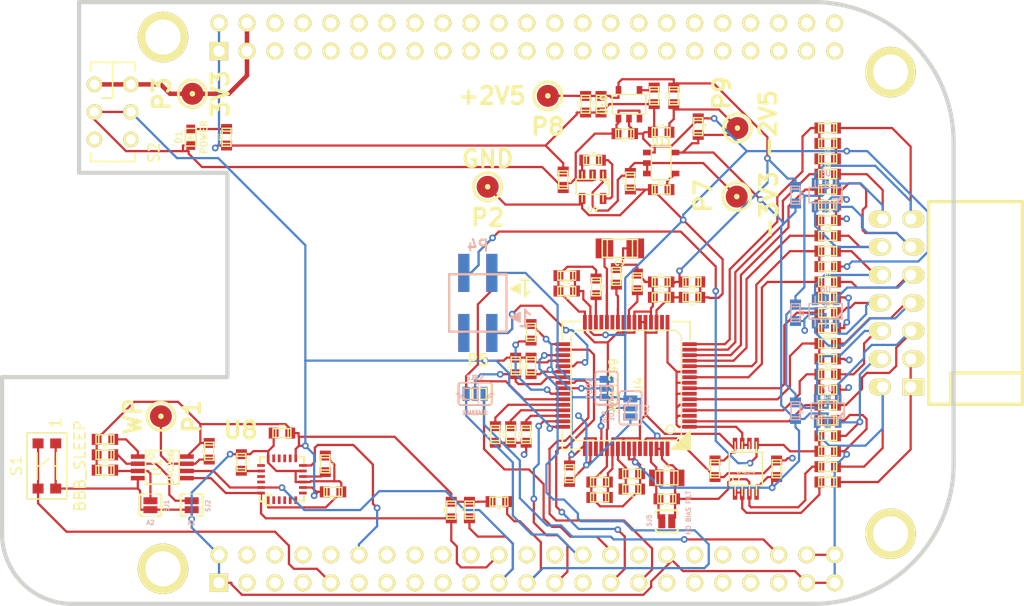
<source format=kicad_pcb>
(kicad_pcb (version 20171130) (host pcbnew "(5.1.12)-1")
  (layers (0 Top signal) (1 Ground power) (2 Power power) (31 Bottom signal) (34 B.Paste user hide) (35 F.Paste user hide) (36 B.SilkS user hide) (37 F.SilkS user hide) (38 B.Mask user hide) (39 F.Mask user hide) (44 Edge.Cuts user))
  (net 0 "")
  (net 1 +2.5V)
  (net 2 +3.3V)
  (net 3 -2.5V)
  (net 4 -3.3V)
  (net 5 /A0)
  (net 6 /A1)
  (net 7 /A2)
  (net 8 "/Brainboard AFE//CS")
  (net 9 "/Brainboard AFE/BIASINV")
  (net 10 "/Brainboard AFE/CLKSEL")
  (net 11 "/Brainboard AFE/DAISY")
  (net 12 "/Brainboard AFE/DAISY_IN")
  (net 13 "/Brainboard AFE/DOUT")
  (net 14 "/Brainboard AFE/SRB1")
  (net 15 "/Brainboard AFE/VCAP1")
  (net 16 "/Brainboard AFE/VCAP2")
  (net 17 "/Brainboard AFE/VCAP3")
  (net 18 "/Brainboard AFE/VCAP4")
  (net 19 "/Brainboard AFE/VREFP")
  (net 20 "/Brainboard Analog In/BIAS_ELEC")
  (net 21 "/Brainboard Analog In/BIAS_SHD")
  (net 22 "/Brainboard Analog In/CH1ELEC_N")
  (net 23 "/Brainboard Analog In/CH1ELEC_P")
  (net 24 "/Brainboard Analog In/CH2ELEC_N")
  (net 25 "/Brainboard Analog In/CH2ELEC_P")
  (net 26 "/Brainboard Analog In/CH3ELEC_P")
  (net 27 "/Brainboard Analog In/CH4ELEC_P")
  (net 28 "/Brainboard Analog In/CH5ELEC_P")
  (net 29 "/Brainboard Analog In/CH6ELEC_P")
  (net 30 "/Brainboard Analog In/CH7ELEC_P")
  (net 31 "/Brainboard Analog In/CH8ELEC_P")
  (net 32 "/Brainboard Analog In/REF_ELEC")
  (net 33 "/Brainboard IMU/CPOUT")
  (net 34 "/Brainboard IMU/REGOUT")
  (net 35 /CS_DAISY)
  (net 36 /CS_MAIN)
  (net 37 /DRDY)
  (net 38 /PWDN)
  (net 39 /WP)
  (net 40 AGND)
  (net 41 AIN1N)
  (net 42 AIN1P)
  (net 43 AIN2N)
  (net 44 AIN2P)
  (net 45 AIN3P)
  (net 46 AIN4P)
  (net 47 AIN5P)
  (net 48 AIN6P)
  (net 49 AIN7P)
  (net 50 AIN8P)
  (net 51 BIAS)
  (net 52 CLK)
  (net 53 DAISY_OUT)
  (net 54 I2C2_SCL)
  (net 55 I2C2_SDA)
  (net 56 IMU_INT)
  (net 57 MISO)
  (net 58 MOSI)
  (net 59 N-00000104)
  (net 60 N-00000105)
  (net 61 N-00000106)
  (net 62 N-00000107)
  (net 63 N-00000148)
  (net 64 N-00000149)
  (net 65 N-00000150)
  (net 66 N-00000153)
  (net 67 N-00000154)
  (net 68 N-0000020)
  (net 69 REF_IN)
  (net 70 SCLK)
  (net 71 SHIELD)
  (net 72 VCC)
  (module SOT23-5 (layer Top) (at 200.66 119.888)
    (fp_text reference U10 (at -2.2625 0.055 90) (layer F.SilkS) (effects (font (size 0.635 0.635) (thickness 0.127))))
    (fp_text value TPS73225 hide)
    (pad 1 smd rect (at -0.9525 1.27) (size 0.508 0.762) (layers Top F.Paste F.Mask) (net 2 +3.3V))
    (pad 3 smd rect (at 0.9525 1.27) (size 0.508 0.762) (layers Top F.Paste F.Mask) (net 2 +3.3V))
    (pad 5 smd rect (at -0.9525 -1.27) (size 0.508 0.762) (layers Top F.Paste F.Mask) (net 1 +2.5V))
    (pad 2 smd rect (at 0 1.27) (size 0.508 0.762) (layers Top F.Paste F.Mask) (net 40 AGND))
    (pad 4 smd rect (at 0.9525 -1.27) (size 0.508 0.762) (layers Top F.Paste F.Mask) (net 64 N-00000149))
  )
  (module SOT23-5 (layer Top) (at 203.581 125.222 270)
    (fp_text reference U11 (at -2.0085 -0.0595) (layer F.SilkS) (effects (font (size 0.635 0.635) (thickness 0.127))))
    (fp_text value TPS72325 hide)
    (pad 1 smd rect (at -0.9525 1.27 270) (size 0.508 0.762) (layers Top F.Paste F.Mask) (net 40 AGND))
    (pad 3 smd rect (at 0.9525 1.27 270) (size 0.508 0.762) (layers Top F.Paste F.Mask) (net 4 -3.3V))
    (pad 5 smd rect (at -0.9525 -1.27 270) (size 0.508 0.762) (layers Top F.Paste F.Mask) (net 3 -2.5V))
    (pad 2 smd rect (at 0 1.27 270) (size 0.508 0.762) (layers Top F.Paste F.Mask) (net 4 -3.3V))
    (pad 4 smd rect (at 0.9525 -1.27 270) (size 0.508 0.762) (layers Top F.Paste F.Mask) (net 63 N-00000148))
  )
  (module SparkFun-Passives-SJ_3_PASTE2&3 (layer Bottom) (at 198.628 145.669 270)
    (fp_text reference SJ6 (at 2.6035 0.1905 270) (layer B.SilkS) (effects (font (size 0.4064 0.4064) (thickness 0.0889)) (justify mirror)))
    (fp_text value DAISY_CS (at -0.0381 0.00762 270) (layer B.SilkS) (effects (font (size 0.127 0.127) (thickness 0.03175)) (justify mirror)))
    (fp_text user DOUT (at 0 1.5875 270) (layer B.SilkS) (effects (font (size 0.508 0.508) (thickness 0.0889)) (justify mirror)))
    (pad 1 smd rect (at -0.8128 0 270) (size 0.635 1.27) (layers Bottom B.Paste B.Mask) (net 12 "/Brainboard AFE/DAISY_IN"))
    (pad 2 smd rect (at 0 0 270) (size 0.635 1.27) (layers Bottom B.Paste B.Mask) (net 11 "/Brainboard AFE/DAISY"))
    (pad 3 smd rect (at 0.8128 0 270) (size 0.635 1.27) (layers Bottom B.Paste B.Mask) (net 40 AGND))
  )
  (module KMR231GLFS (layer Top) (at 147.828 152.718 90)
    (fp_text reference S1 (at 0.025 -2.775 90) (layer F.SilkS))
    (fp_text value BBB_SLEEP (at 0 3 90) (layer F.SilkS))
    (fp_text user 1 (at 3.9 0.8 90) (layer F.SilkS))
    (pad 4 smd rect (at -2.05 -0.8 90) (size 0.9 1) (layers Top F.Paste F.Mask) (net 68 N-0000020))
    (pad 3 smd rect (at -2.05 0.8 90) (size 0.9 1) (layers Top F.Paste F.Mask) (net 40 AGND))
    (pad 2 smd rect (at 2.05 -0.8 90) (size 0.9 1) (layers Top F.Paste F.Mask) (net 68 N-0000020))
    (pad 1 smd rect (at 2.05 0.8 90) (size 0.9 1) (layers Top F.Paste F.Mask) (net 40 AGND))
  )
  (module lqfp64 (layer Top) (at 200.406 145.415 90)
    (fp_text reference U4 (at 0 1.143 90) (layer F.SilkS) (effects (font (size 0.7493 0.7493) (thickness 0.14986))))
    (fp_text value ADS1299 (at 0 -1.143 90) (layer F.SilkS) (effects (font (size 0.7493 0.7493) (thickness 0.14986))))
    (pad 4 smd rect (at -2.25044 5.75056 90) (size 0.35052 1.30048) (layers Top F.Paste F.Mask) (net 49 AIN7P))
    (pad 5 smd rect (at -1.75006 5.75056 90) (size 0.35052 1.30048) (layers Top F.Paste F.Mask) (net 14 "/Brainboard AFE/SRB1"))
    (pad 6 smd rect (at -1.24968 5.75056 90) (size 0.35052 1.30048) (layers Top F.Paste F.Mask) (net 48 AIN6P))
    (pad 7 smd rect (at -0.7493 5.75056 90) (size 0.35052 1.30048) (layers Top F.Paste F.Mask) (net 14 "/Brainboard AFE/SRB1"))
    (pad 8 smd rect (at -0.24892 5.75056 90) (size 0.35052 1.30048) (layers Top F.Paste F.Mask) (net 47 AIN5P))
    (pad 1 smd rect (at -3.74904 5.75056 90) (size 0.35052 1.30048) (layers Top F.Paste F.Mask) (net 14 "/Brainboard AFE/SRB1"))
    (pad 2 smd rect (at -3.2512 5.75056 90) (size 0.35052 1.30048) (layers Top F.Paste F.Mask) (net 50 AIN8P))
    (pad 3 smd rect (at -2.75082 5.75056 90) (size 0.35052 1.30048) (layers Top F.Paste F.Mask) (net 14 "/Brainboard AFE/SRB1"))
    (pad 17 smd rect (at 5.75056 3.74904 90) (size 1.30048 0.35052) (layers Top F.Paste F.Mask) (net 14 "/Brainboard AFE/SRB1"))
    (pad 18 smd rect (at 5.75056 3.2512 90) (size 1.30048 0.35052) (layers Top F.Paste F.Mask))
    (pad 19 smd rect (at 5.75056 2.75082 90) (size 1.30048 0.35052) (layers Top F.Paste F.Mask) (net 1 +2.5V))
    (pad 20 smd rect (at 5.75056 2.25044 90) (size 1.30048 0.35052) (layers Top F.Paste F.Mask) (net 3 -2.5V))
    (pad 21 smd rect (at 5.75056 1.75006 90) (size 1.30048 0.35052) (layers Top F.Paste F.Mask) (net 1 +2.5V))
    (pad 22 smd rect (at 5.75056 1.24968 90) (size 1.30048 0.35052) (layers Top F.Paste F.Mask) (net 1 +2.5V))
    (pad 23 smd rect (at 5.75056 0.7493 90) (size 1.30048 0.35052) (layers Top F.Paste F.Mask) (net 3 -2.5V))
    (pad 24 smd rect (at 5.75056 0.24892 90) (size 1.30048 0.35052) (layers Top F.Paste F.Mask) (net 19 "/Brainboard AFE/VREFP"))
    (pad 33 smd rect (at 3.74904 -5.75056 90) (size 0.35052 1.30048) (layers Top F.Paste F.Mask) (net 40 AGND))
    (pad 34 smd rect (at 3.2512 -5.75056 90) (size 0.35052 1.30048) (layers Top F.Paste F.Mask) (net 58 MOSI))
    (pad 35 smd rect (at 2.75082 -5.75056 90) (size 0.35052 1.30048) (layers Top F.Paste F.Mask) (net 38 /PWDN))
    (pad 36 smd rect (at 2.25044 -5.75056 90) (size 0.35052 1.30048) (layers Top F.Paste F.Mask) (net 2 +3.3V))
    (pad 37 smd rect (at 1.75006 -5.75056 90) (size 0.35052 1.30048) (layers Top F.Paste F.Mask) (net 52 CLK))
    (pad 38 smd rect (at 1.24968 -5.75056 90) (size 0.35052 1.30048) (layers Top F.Paste F.Mask) (net 40 AGND))
    (pad 39 smd rect (at 0.7493 -5.75056 90) (size 0.35052 1.30048) (layers Top F.Paste F.Mask) (net 8 "/Brainboard AFE//CS"))
    (pad 40 smd rect (at 0.24892 -5.75056 90) (size 0.35052 1.30048) (layers Top F.Paste F.Mask) (net 70 SCLK))
    (pad 49 smd rect (at -5.75056 -3.74904 90) (size 1.30048 0.35052) (layers Top F.Paste F.Mask) (net 40 AGND))
    (pad 50 smd rect (at -5.75056 -3.2512 90) (size 1.30048 0.35052) (layers Top F.Paste F.Mask) (net 2 +3.3V))
    (pad 51 smd rect (at -5.75056 -2.75082 90) (size 1.30048 0.35052) (layers Top F.Paste F.Mask) (net 40 AGND))
    (pad 52 smd rect (at -5.75056 -2.25044 90) (size 1.30048 0.35052) (layers Top F.Paste F.Mask) (net 10 "/Brainboard AFE/CLKSEL"))
    (pad 53 smd rect (at -5.75056 -1.75006 90) (size 1.30048 0.35052) (layers Top F.Paste F.Mask) (net 3 -2.5V))
    (pad 54 smd rect (at -5.75056 -1.24968 90) (size 1.30048 0.35052) (layers Top F.Paste F.Mask) (net 1 +2.5V))
    (pad 55 smd rect (at -5.75056 -0.7493 90) (size 1.30048 0.35052) (layers Top F.Paste F.Mask) (net 17 "/Brainboard AFE/VCAP3"))
    (pad 56 smd rect (at -5.75056 -0.24892 90) (size 1.30048 0.35052) (layers Top F.Paste F.Mask) (net 1 +2.5V))
    (pad 9 smd rect (at 0.24892 5.75056 90) (size 0.35052 1.30048) (layers Top F.Paste F.Mask) (net 14 "/Brainboard AFE/SRB1"))
    (pad 10 smd rect (at 0.7493 5.75056 90) (size 0.35052 1.30048) (layers Top F.Paste F.Mask) (net 46 AIN4P))
    (pad 11 smd rect (at 1.24968 5.75056 90) (size 0.35052 1.30048) (layers Top F.Paste F.Mask) (net 14 "/Brainboard AFE/SRB1"))
    (pad 25 smd rect (at 5.75056 -0.24892 90) (size 1.30048 0.35052) (layers Top F.Paste F.Mask) (net 3 -2.5V))
    (pad 26 smd rect (at 5.75056 -0.7493 90) (size 1.30048 0.35052) (layers Top F.Paste F.Mask) (net 18 "/Brainboard AFE/VCAP4"))
    (pad 27 smd rect (at 5.75056 -1.24968 90) (size 1.30048 0.35052) (layers Top F.Paste F.Mask))
    (pad 41 smd rect (at -0.24892 -5.75056 90) (size 0.35052 1.30048) (layers Top F.Paste F.Mask) (net 11 "/Brainboard AFE/DAISY"))
    (pad 42 smd rect (at -0.7493 -5.75056 90) (size 0.35052 1.30048) (layers Top F.Paste F.Mask) (net 59 N-00000104))
    (pad 43 smd rect (at -1.24968 -5.75056 90) (size 0.35052 1.30048) (layers Top F.Paste F.Mask) (net 13 "/Brainboard AFE/DOUT"))
    (pad 57 smd rect (at -5.75056 0.24892 90) (size 1.30048 0.35052) (layers Top F.Paste F.Mask) (net 3 -2.5V))
    (pad 58 smd rect (at -5.75056 0.7493 90) (size 1.30048 0.35052) (layers Top F.Paste F.Mask) (net 3 -2.5V))
    (pad 59 smd rect (at -5.75056 1.24968 90) (size 1.30048 0.35052) (layers Top F.Paste F.Mask) (net 1 +2.5V))
    (pad 12 smd rect (at 1.75006 5.75056 90) (size 0.35052 1.30048) (layers Top F.Paste F.Mask) (net 45 AIN3P))
    (pad 13 smd rect (at 2.25044 5.75056 90) (size 0.35052 1.30048) (layers Top F.Paste F.Mask) (net 43 AIN2N))
    (pad 14 smd rect (at 2.75082 5.75056 90) (size 0.35052 1.30048) (layers Top F.Paste F.Mask) (net 44 AIN2P))
    (pad 15 smd rect (at 3.2512 5.75056 90) (size 0.35052 1.30048) (layers Top F.Paste F.Mask) (net 41 AIN1N))
    (pad 16 smd rect (at 3.74904 5.75056 90) (size 0.35052 1.30048) (layers Top F.Paste F.Mask) (net 42 AIN1P))
    (pad 28 smd rect (at 5.75056 -1.75006 90) (size 1.30048 0.35052) (layers Top F.Paste F.Mask) (net 15 "/Brainboard AFE/VCAP1"))
    (pad 29 smd rect (at 5.75056 -2.25044 90) (size 1.30048 0.35052) (layers Top F.Paste F.Mask))
    (pad 30 smd rect (at 5.75056 -2.75082 90) (size 1.30048 0.35052) (layers Top F.Paste F.Mask) (net 16 "/Brainboard AFE/VCAP2"))
    (pad 31 smd rect (at 5.75056 -3.2512 90) (size 1.30048 0.35052) (layers Top F.Paste F.Mask) (net 40 AGND))
    (pad 32 smd rect (at 5.75056 -3.74904 90) (size 1.30048 0.35052) (layers Top F.Paste F.Mask) (net 3 -2.5V))
    (pad 44 smd rect (at -1.75006 -5.75056 90) (size 0.35052 1.30048) (layers Top F.Paste F.Mask) (net 60 N-00000105))
    (pad 45 smd rect (at -2.25044 -5.75056 90) (size 0.35052 1.30048) (layers Top F.Paste F.Mask) (net 61 N-00000106))
    (pad 46 smd rect (at -2.75082 -5.75056 90) (size 0.35052 1.30048) (layers Top F.Paste F.Mask) (net 62 N-00000107))
    (pad 47 smd rect (at -3.2512 -5.75056 90) (size 0.35052 1.30048) (layers Top F.Paste F.Mask) (net 37 /DRDY))
    (pad 48 smd rect (at -3.74904 -5.75056 90) (size 0.35052 1.30048) (layers Top F.Paste F.Mask) (net 2 +3.3V))
    (pad 60 smd rect (at -5.75056 1.75006 90) (size 1.30048 0.35052) (layers Top F.Paste F.Mask) (net 40 AGND))
    (pad 61 smd rect (at -5.75056 2.25044 90) (size 1.30048 0.35052) (layers Top F.Paste F.Mask) (net 9 "/Brainboard AFE/BIASINV"))
    (pad 62 smd rect (at -5.75056 2.75082 90) (size 1.30048 0.35052) (layers Top F.Paste F.Mask) (net 51 BIAS))
    (pad 63 smd rect (at -5.75056 3.2512 90) (size 1.30048 0.35052) (layers Top F.Paste F.Mask) (net 51 BIAS))
    (pad 64 smd rect (at -5.75056 3.74904 90) (size 1.30048 0.35052) (layers Top F.Paste F.Mask))
  )
  (module r_0805 (layer Top) (at 204.089 153.797)
    (fp_text reference R9 (at 0 -0.9906) (layer F.SilkS) (effects (font (size 0.29972 0.29972) (thickness 0.06096))))
    (fp_text value 499K,0.1% hide)
    (pad 1 smd rect (at 0.9525 0) (size 1.30048 1.4986) (layers Top F.Paste F.Mask) (net 51 BIAS))
    (pad 2 smd rect (at -0.9525 0) (size 1.30048 1.4986) (layers Top F.Paste F.Mask) (net 9 "/Brainboard AFE/BIASINV"))
  )
  (module testpoint_2mm (layer Top) (at 158.178 148.209 270)
    (fp_text reference P1 (at 0 -2.794 270) (layer F.SilkS) (effects (font (size 1.524 1.524) (thickness 0.3048))))
    (fp_text value WP (at 0 2.54 270) (layer F.SilkS) (effects (font (size 1.524 1.524) (thickness 0.3048))))
    (pad 1 smd circle (at 0 0 270) (size 1.99898 1.99898) (layers Top F.Paste F.Mask) (net 39 /WP))
  )
  (module pin_socket_7x2-90 (layer Top) (at 229.87 137.922 90)
    (fp_text reference P6 (at 0 7.7 90) (layer F.SilkS) (effects (font (size 1.016 1.016) (thickness 0.2032))))
    (fp_text value CONN_14 hide)
    (pad 14 thru_hole oval (at 7.62 -6.185 90) (size 1.5 2) (drill 1.02 (offset 0 -0.25)) (layers *.Cu *.Mask F.SilkS) (net 22 "/Brainboard Analog In/CH1ELEC_N"))
    (pad 13 thru_hole oval (at 7.62 -3.645 90) (size 1.5 2) (drill 1.02 (offset 0 0.25)) (layers *.Cu *.Mask F.SilkS) (net 23 "/Brainboard Analog In/CH1ELEC_P"))
    (pad 11 thru_hole oval (at 5.08 -3.645 90) (size 1.5 2) (drill 1.02 (offset 0 0.25)) (layers *.Cu *.Mask F.SilkS) (net 25 "/Brainboard Analog In/CH2ELEC_P"))
    (pad 12 thru_hole oval (at 5.08 -6.185 90) (size 1.5 2) (drill 1.02 (offset 0 -0.25)) (layers *.Cu *.Mask F.SilkS) (net 24 "/Brainboard Analog In/CH2ELEC_N"))
    (pad 10 thru_hole oval (at 2.54 -6.185 90) (size 1.5 2) (drill 1.02 (offset 0 -0.25)) (layers *.Cu *.Mask F.SilkS) (net 26 "/Brainboard Analog In/CH3ELEC_P"))
    (pad 9 thru_hole oval (at 2.54 -3.645 90) (size 1.5 2) (drill 1.02 (offset 0 0.25)) (layers *.Cu *.Mask F.SilkS) (net 27 "/Brainboard Analog In/CH4ELEC_P"))
    (pad 7 thru_hole oval (at 0 -3.645 90) (size 1.5 2) (drill 1.02 (offset 0 0.25)) (layers *.Cu *.Mask F.SilkS) (net 29 "/Brainboard Analog In/CH6ELEC_P"))
    (pad 8 thru_hole oval (at 0 -6.185 90) (size 1.5 2) (drill 1.02 (offset 0 -0.25)) (layers *.Cu *.Mask F.SilkS) (net 28 "/Brainboard Analog In/CH5ELEC_P"))
    (pad 6 thru_hole oval (at -2.54 -6.185 90) (size 1.5 2) (drill 1.02 (offset 0 -0.25)) (layers *.Cu *.Mask F.SilkS) (net 30 "/Brainboard Analog In/CH7ELEC_P"))
    (pad 5 thru_hole oval (at -2.54 -3.645 90) (size 1.5 2) (drill 1.02 (offset 0 0.25)) (layers *.Cu *.Mask F.SilkS) (net 31 "/Brainboard Analog In/CH8ELEC_P"))
    (pad 1 thru_hole rect (at -7.62 -3.645 90) (size 1.5 2) (drill 1.02 (offset 0 0.25)) (layers *.Cu *.Mask F.SilkS) (net 21 "/Brainboard Analog In/BIAS_SHD"))
    (pad 2 thru_hole oval (at -7.62 -6.185 90) (size 1.5 2) (drill 1.02 (offset 0 -0.25)) (layers *.Cu *.Mask F.SilkS) (net 20 "/Brainboard Analog In/BIAS_ELEC"))
    (pad 3 thru_hole oval (at -5.08 -3.645 90) (size 1.5 2) (drill 1.02 (offset 0 0.25)) (layers *.Cu *.Mask F.SilkS) (net 21 "/Brainboard Analog In/BIAS_SHD"))
    (pad 4 thru_hole oval (at -5.08 -6.185 90) (size 1.5 2) (drill 1.02 (offset 0 -0.25)) (layers *.Cu *.Mask F.SilkS) (net 32 "/Brainboard Analog In/REF_ELEC"))
  )
  (module testpoint_2mm (layer Top) (at 210.439 128.27 270)
    (fp_text reference P7 (at -0.0635 3.048 270) (layer F.SilkS) (effects (font (size 1.524 1.524) (thickness 0.3048))))
    (fp_text value -3V3 (at 0.762 -2.921 270) (layer F.SilkS) (effects (font (size 1.524 1.524) (thickness 0.3048))))
    (pad 1 smd circle (at 0 0 270) (size 1.99898 1.99898) (layers Top F.Paste F.Mask) (net 4 -3.3V))
  )
  (module bb02-hp04 (layer Top) (at 186.944 137.922 180)
    (fp_text reference P5 (at 0 -5.2 180) (layer F.SilkS) (effects (font (size 0.99822 0.99822) (thickness 0.19812))))
    (fp_text value DAISY_OUT_CONN hide)
    (pad 1 smd rect (at -1.27 2.725 180) (size 1.02 3.45) (layers Top F.Paste F.Mask) (net 53 DAISY_OUT))
    (pad 2 smd rect (at -1.27 -2.725 180) (size 1.02 3.45) (layers Top F.Paste F.Mask) (net 52 CLK))
    (pad 3 smd rect (at 1.27 2.725 180) (size 1.02 3.45) (layers Top F.Paste F.Mask) (net 69 REF_IN))
    (pad 4 smd rect (at 1.27 -2.725 180) (size 1.02 3.45) (layers Top F.Paste F.Mask))
  )
  (module testpoint_2mm (layer Top) (at 193.294 119.126 180)
    (fp_text reference P8 (at 0 -2.794 180) (layer F.SilkS) (effects (font (size 1.524 1.524) (thickness 0.3048))))
    (fp_text value +2V5 (at 5.08 0 180) (layer F.SilkS) (effects (font (size 1.524 1.524) (thickness 0.3048))))
    (pad 1 smd circle (at 0 0 180) (size 1.99898 1.99898) (layers Top F.Paste F.Mask) (net 1 +2.5V))
  )
  (module bb02-hp04 (layer Bottom) (at 186.944 137.922 180)
    (fp_text reference P4 (at 0 5.2 180) (layer B.SilkS) (effects (font (size 0.99822 0.99822) (thickness 0.19812)) (justify mirror)))
    (fp_text value DAISY_IN_CONN hide)
    (pad 1 smd rect (at -1.27 -2.725 180) (size 1.02 3.45) (layers Bottom B.Paste B.Mask) (net 52 CLK))
    (pad 2 smd rect (at -1.27 2.725 180) (size 1.02 3.45) (layers Bottom B.Paste B.Mask) (net 12 "/Brainboard AFE/DAISY_IN"))
    (pad 3 smd rect (at 1.27 -2.725 180) (size 1.02 3.45) (layers Bottom B.Paste B.Mask))
    (pad 4 smd rect (at 1.27 2.725 180) (size 1.02 3.45) (layers Bottom B.Paste B.Mask) (net 69 REF_IN))
  )
  (module sot23-6 (layer Bottom) (at 218.504 138.684 180)
    (fp_text reference U6 (at 0 1.9812 180) (layer B.SilkS) (effects (font (size 0.50038 0.50038) (thickness 0.09906)) (justify mirror)))
    (fp_text value TPD4E001DBV hide)
    (pad 1 smd rect (at -0.9525 -1.05664 180) (size 0.59944 1.00076) (layers Bottom B.Paste B.Mask) (net 28 "/Brainboard Analog In/CH5ELEC_P"))
    (pad 3 smd rect (at 0.9525 -1.05664 180) (size 0.59944 1.00076) (layers Bottom B.Paste B.Mask) (net 29 "/Brainboard Analog In/CH6ELEC_P"))
    (pad 2 smd rect (at 0 -1.05664 180) (size 0.59944 1.00076) (layers Bottom B.Paste B.Mask) (net 3 -2.5V))
    (pad 4 smd rect (at 0.9525 1.05664 180) (size 0.59944 1.00076) (layers Bottom B.Paste B.Mask) (net 26 "/Brainboard Analog In/CH3ELEC_P"))
    (pad 6 smd rect (at -0.9525 1.05664 180) (size 0.59944 1.00076) (layers Bottom B.Paste B.Mask) (net 27 "/Brainboard Analog In/CH4ELEC_P"))
    (pad 5 smd rect (at 0 1.05664 180) (size 0.59944 1.00076) (layers Bottom B.Paste B.Mask) (net 1 +2.5V))
  )
  (module sot23-6 (layer Bottom) (at 218.694 147.701 180)
    (fp_text reference U7 (at 0 1.9812 180) (layer B.SilkS) (effects (font (size 0.50038 0.50038) (thickness 0.09906)) (justify mirror)))
    (fp_text value TPD4E001DBV hide)
    (pad 1 smd rect (at -0.9525 -1.05664 180) (size 0.59944 1.00076) (layers Bottom B.Paste B.Mask) (net 32 "/Brainboard Analog In/REF_ELEC"))
    (pad 3 smd rect (at 0.9525 -1.05664 180) (size 0.59944 1.00076) (layers Bottom B.Paste B.Mask) (net 20 "/Brainboard Analog In/BIAS_ELEC"))
    (pad 2 smd rect (at 0 -1.05664 180) (size 0.59944 1.00076) (layers Bottom B.Paste B.Mask) (net 3 -2.5V))
    (pad 4 smd rect (at 0.9525 1.05664 180) (size 0.59944 1.00076) (layers Bottom B.Paste B.Mask) (net 30 "/Brainboard Analog In/CH7ELEC_P"))
    (pad 6 smd rect (at -0.9525 1.05664 180) (size 0.59944 1.00076) (layers Bottom B.Paste B.Mask) (net 31 "/Brainboard Analog In/CH8ELEC_P"))
    (pad 5 smd rect (at 0 1.05664 180) (size 0.59944 1.00076) (layers Bottom B.Paste B.Mask) (net 1 +2.5V))
  )
  (module sot23-6 (layer Bottom) (at 218.504 128.143 180)
    (fp_text reference U5 (at 0 1.9812 180) (layer B.SilkS) (effects (font (size 0.50038 0.50038) (thickness 0.09906)) (justify mirror)))
    (fp_text value TPD4E001DBV hide)
    (pad 1 smd rect (at -0.9525 -1.05664 180) (size 0.59944 1.00076) (layers Bottom B.Paste B.Mask) (net 25 "/Brainboard Analog In/CH2ELEC_P"))
    (pad 3 smd rect (at 0.9525 -1.05664 180) (size 0.59944 1.00076) (layers Bottom B.Paste B.Mask) (net 24 "/Brainboard Analog In/CH2ELEC_N"))
    (pad 2 smd rect (at 0 -1.05664 180) (size 0.59944 1.00076) (layers Bottom B.Paste B.Mask) (net 3 -2.5V))
    (pad 4 smd rect (at 0.9525 1.05664 180) (size 0.59944 1.00076) (layers Bottom B.Paste B.Mask) (net 23 "/Brainboard Analog In/CH1ELEC_P"))
    (pad 6 smd rect (at -0.9525 1.05664 180) (size 0.59944 1.00076) (layers Bottom B.Paste B.Mask) (net 22 "/Brainboard Analog In/CH1ELEC_N"))
    (pad 5 smd rect (at 0 1.05664 180) (size 0.59944 1.00076) (layers Bottom B.Paste B.Mask) (net 1 +2.5V))
  )
  (module QFN24-4x4 (layer Top) (at 169.164 153.924)
    (fp_text reference U8 (at -3.7465 -4.445) (layer F.SilkS) (effects (font (size 1.524 1.524) (thickness 0.3048))))
    (fp_text value MPU6050 hide)
    (pad 1 smd rect (at -1.24968 1.89992 180) (size 0.24892 0.6985) (layers Top F.Paste F.Mask) (net 40 AGND))
    (pad 2 smd rect (at -0.7493 1.89992 180) (size 0.24892 0.6985) (layers Top F.Paste F.Mask))
    (pad 3 smd rect (at -0.24892 1.89992 180) (size 0.24892 0.6985) (layers Top F.Paste F.Mask))
    (pad 4 smd rect (at 0.24892 1.89992 180) (size 0.24892 0.6985) (layers Top F.Paste F.Mask))
    (pad 5 smd rect (at 0.7493 1.89992 180) (size 0.24892 0.6985) (layers Top F.Paste F.Mask))
    (pad 6 smd rect (at 1.24968 1.89992 180) (size 0.24892 0.6985) (layers Top F.Paste F.Mask))
    (pad 7 smd rect (at 1.89992 1.24968 270) (size 0.24892 0.6985) (layers Top F.Paste F.Mask))
    (pad 8 smd rect (at 1.89992 0.7493 270) (size 0.24892 0.6985) (layers Top F.Paste F.Mask) (net 2 +3.3V))
    (pad 9 smd rect (at 1.89992 0.24892 270) (size 0.24892 0.6985) (layers Top F.Paste F.Mask) (net 40 AGND))
    (pad 10 smd rect (at 1.89992 -0.24892 270) (size 0.24892 0.6985) (layers Top F.Paste F.Mask) (net 34 "/Brainboard IMU/REGOUT"))
    (pad 11 smd rect (at 1.89992 -0.7493 270) (size 0.24892 0.6985) (layers Top F.Paste F.Mask) (net 40 AGND))
    (pad 12 smd rect (at 1.89992 -1.24968 270) (size 0.24892 0.6985) (layers Top F.Paste F.Mask) (net 56 IMU_INT))
    (pad 13 smd rect (at 1.24968 -1.89992) (size 0.24892 0.6985) (layers Top F.Paste F.Mask) (net 2 +3.3V))
    (pad 14 smd rect (at 0.7493 -1.89992) (size 0.24892 0.6985) (layers Top F.Paste F.Mask))
    (pad 15 smd rect (at 0.24892 -1.89992) (size 0.24892 0.6985) (layers Top F.Paste F.Mask))
    (pad 16 smd rect (at -0.24892 -1.89992) (size 0.24892 0.6985) (layers Top F.Paste F.Mask))
    (pad 17 smd rect (at -0.7493 -1.89992) (size 0.24892 0.6985) (layers Top F.Paste F.Mask))
    (pad 18 smd rect (at -1.24968 -1.89992) (size 0.24892 0.6985) (layers Top F.Paste F.Mask) (net 40 AGND))
    (pad 19 smd rect (at -1.89992 -1.24968 90) (size 0.24892 0.6985) (layers Top F.Paste F.Mask))
    (pad 20 smd rect (at -1.89992 -0.7493 90) (size 0.24892 0.6985) (layers Top F.Paste F.Mask) (net 33 "/Brainboard IMU/CPOUT"))
    (pad 21 smd rect (at -1.89992 -0.24892 90) (size 0.24892 0.6985) (layers Top F.Paste F.Mask))
    (pad 22 smd rect (at -1.89992 0.24892 90) (size 0.24892 0.6985) (layers Top F.Paste F.Mask))
    (pad 23 smd rect (at -1.89992 0.7493 90) (size 0.24892 0.6985) (layers Top F.Paste F.Mask) (net 54 I2C2_SCL))
    (pad 24 smd rect (at -1.89992 1.24968 90) (size 0.24892 0.6985) (layers Top F.Paste F.Mask) (net 55 I2C2_SDA))
  )
  (module sot23-5 (layer Top) (at 197.358 127.381 180)
    (fp_text reference U9 (at 0 -2.0574 180) (layer F.SilkS) (effects (font (size 0.50038 0.50038) (thickness 0.09906))))
    (fp_text value TPS60403 hide)
    (pad 1 smd rect (at -0.9525 1.05664 180) (size 0.59944 1.00076) (layers Top F.Paste F.Mask) (net 4 -3.3V))
    (pad 3 smd rect (at 0.9525 1.05664 180) (size 0.59944 1.00076) (layers Top F.Paste F.Mask) (net 67 N-00000154))
    (pad 2 smd rect (at 0 1.05664 180) (size 0.59944 1.00076) (layers Top F.Paste F.Mask) (net 2 +3.3V))
    (pad 4 smd rect (at 0.9525 -1.05664 180) (size 0.59944 1.00076) (layers Top F.Paste F.Mask) (net 40 AGND))
    (pad 5 smd rect (at -0.9525 -1.05664 180) (size 0.59944 1.00076) (layers Top F.Paste F.Mask) (net 66 N-00000153))
  )
  (module c_0603 (layer Top) (at 198.12 119.888 90)
    (fp_text reference C45 (at 0 -0.635 90) (layer F.SilkS) (effects (font (size 0.20066 0.20066) (thickness 0.04064))))
    (fp_text value 10uF hide)
    (pad 1 smd rect (at 0.75184 0 90) (size 0.89916 1.00076) (layers Top F.Paste F.Mask) (net 1 +2.5V))
    (pad 2 smd rect (at -0.75184 0 90) (size 0.89916 1.00076) (layers Top F.Paste F.Mask) (net 40 AGND))
  )
  (module c_0603 (layer Top) (at 203.581 122.428)
    (fp_text reference C46 (at 0 -0.635) (layer F.SilkS) (effects (font (size 0.20066 0.20066) (thickness 0.04064))))
    (fp_text value 10uF hide)
    (pad 1 smd rect (at 0.75184 0) (size 0.89916 1.00076) (layers Top F.Paste F.Mask) (net 3 -2.5V))
    (pad 2 smd rect (at -0.75184 0) (size 0.89916 1.00076) (layers Top F.Paste F.Mask) (net 40 AGND))
  )
  (module testpoint_2mm (layer Top) (at 210.502 122.047 90)
    (fp_text reference P9 (at 3.175 -1.397 90) (layer F.SilkS) (effects (font (size 1.524 1.524) (thickness 0.3048))))
    (fp_text value -2V5 (at 0.381 2.794 90) (layer F.SilkS) (effects (font (size 1.524 1.524) (thickness 0.3048))))
    (pad 1 smd circle (at 0 0 90) (size 1.99898 1.99898) (layers Top F.Paste F.Mask) (net 3 -2.5V))
  )
  (module c_1206 (layer Top) (at 199.834 132.969 180)
    (fp_text reference C9 (at 0.0254 -1.2954 180) (layer F.SilkS) (effects (font (size 0.50038 0.50038) (thickness 0.11938))))
    (fp_text value 100uF hide)
    (pad 1 smd rect (at 1.397 0 180) (size 1.6002 1.8034) (layers Top F.Paste F.Mask) (net 15 "/Brainboard AFE/VCAP1"))
    (pad 2 smd rect (at -1.397 0 180) (size 1.6002 1.8034) (layers Top F.Paste F.Mask) (net 3 -2.5V))
  )
  (module c_0603 (layer Top) (at 201.422 136.017 90)
    (fp_text reference C4 (at 0 -0.635 90) (layer F.SilkS) (effects (font (size 0.20066 0.20066) (thickness 0.04064))))
    (fp_text value 10uF hide)
    (pad 1 smd rect (at 0.75184 0 90) (size 0.89916 1.00076) (layers Top F.Paste F.Mask) (net 3 -2.5V))
    (pad 2 smd rect (at -0.75184 0 90) (size 0.89916 1.00076) (layers Top F.Paste F.Mask) (net 19 "/Brainboard AFE/VREFP"))
  )
  (module testpoint_2mm (layer Top) (at 187.833 127.381 180)
    (fp_text reference P2 (at 0 -2.794 180) (layer F.SilkS) (effects (font (size 1.524 1.524) (thickness 0.3048))))
    (fp_text value GND (at 0 2.54 180) (layer F.SilkS) (effects (font (size 1.524 1.524) (thickness 0.3048))))
    (pad 1 smd circle (at 0 0 180) (size 1.99898 1.99898) (layers Top F.Paste F.Mask) (net 40 AGND))
  )
  (module testpoint_2mm (layer Top) (at 161.036 118.936 90)
    (fp_text reference P3 (at 0 -2.794 90) (layer F.SilkS) (effects (font (size 1.524 1.524) (thickness 0.3048))))
    (fp_text value 3V3 (at 0 2.54 90) (layer F.SilkS) (effects (font (size 1.524 1.524) (thickness 0.3048))))
    (pad 1 smd circle (at 0 0 90) (size 1.99898 1.99898) (layers Top F.Paste F.Mask) (net 72 VCC))
  )
  (module BEAGLEBONE_BLACK (layer Top) (at 186.944 137.922 180)
    (fp_text reference U2 hide)
    (fp_text value BEAGLEBONE_BLACK hide)
    (fp_line (start -43.18 -14.605) (end -43.18 14.605) (layer Edge.Cuts) (width 0.381))
    (fp_line (start -30.48 -27.305) (end 36.83 -27.305) (layer Edge.Cuts) (width 0.381))
    (fp_line (start 43.18 -20.955) (end 43.18 -19.685) (layer Edge.Cuts) (width 0.381))
    (fp_line (start 22.733 -6.731) (end 22.733 11.811) (layer Edge.Cuts) (width 0.381))
    (fp_line (start 43.18 -6.731) (end 22.733 -6.731) (layer Edge.Cuts) (width 0.381))
    (fp_line (start 43.18 -6.731) (end 43.18 -19.685) (layer Edge.Cuts) (width 0.381))
    (fp_line (start 36.195 27.305) (end 36.195 11.811) (layer Edge.Cuts) (width 0.381))
    (fp_line (start 36.195 11.811) (end 22.733 11.811) (layer Edge.Cuts) (width 0.381))
    (fp_line (start -30.48 27.305) (end 36.195 27.305) (layer Edge.Cuts) (width 0.381))
    (fp_arc (start -30.48 -14.605) (end -43.18 -14.605) (angle 90) (layer Edge.Cuts) (width 0.381))
    (fp_arc (start -30.48 14.605) (end -30.48 27.305) (angle 90) (layer Edge.Cuts) (width 0.381))
    (fp_arc (start 36.83 -20.955) (end 36.83 -27.305) (angle 90) (layer Edge.Cuts) (width 0.381))
    (pad "" np_thru_hole circle (at -37.465 -20.955 180) (size 4.572 4.572) (drill 3.175) (layers *.Cu *.Mask F.SilkS))
    (pad "" np_thru_hole circle (at 28.575 -24.13 180) (size 4.572 4.572) (drill 3.175) (layers *.Cu *.Mask F.SilkS))
    (pad "" np_thru_hole circle (at 28.575 24.13 180) (size 4.572 4.572) (drill 3.175) (layers *.Cu *.Mask F.SilkS))
    (pad "" np_thru_hole circle (at -37.465 20.955 180) (size 4.572 4.572) (drill 3.175) (layers *.Cu *.Mask F.SilkS))
    (pad B1 thru_hole rect (at 23.495 -25.4 180) (size 1.651 1.651) (drill 1.016) (layers *.Cu *.Mask F.SilkS) (net 40 AGND))
    (pad B2 thru_hole circle (at 23.495 -22.86 180) (size 1.524 1.524) (drill 1.016) (layers *.Cu *.Mask F.SilkS) (net 40 AGND))
    (pad B3 thru_hole circle (at 20.955 -25.4 180) (size 1.524 1.524) (drill 1.016) (layers *.Cu *.Mask F.SilkS))
    (pad B4 thru_hole circle (at 20.955 -22.86 180) (size 1.524 1.524) (drill 1.016) (layers *.Cu *.Mask F.SilkS))
    (pad B5 thru_hole circle (at 18.415 -25.4 180) (size 1.524 1.524) (drill 1.016) (layers *.Cu *.Mask F.SilkS))
    (pad B6 thru_hole circle (at 18.415 -22.86 180) (size 1.524 1.524) (drill 1.016) (layers *.Cu *.Mask F.SilkS))
    (pad B7 thru_hole circle (at 15.875 -25.4 180) (size 1.524 1.524) (drill 1.016) (layers *.Cu *.Mask F.SilkS))
    (pad B8 thru_hole circle (at 15.875 -22.86 180) (size 1.524 1.524) (drill 1.016) (layers *.Cu *.Mask F.SilkS))
    (pad B9 thru_hole circle (at 13.335 -25.4 180) (size 1.524 1.524) (drill 1.016) (layers *.Cu *.Mask F.SilkS) (net 68 N-0000020))
    (pad B10 thru_hole circle (at 13.335 -22.86 180) (size 1.524 1.524) (drill 1.016) (layers *.Cu *.Mask F.SilkS))
    (pad B11 thru_hole circle (at 10.795 -25.4 180) (size 1.524 1.524) (drill 1.016) (layers *.Cu *.Mask F.SilkS))
    (pad B12 thru_hole circle (at 10.795 -22.86 180) (size 1.524 1.524) (drill 1.016) (layers *.Cu *.Mask F.SilkS) (net 56 IMU_INT))
    (pad B13 thru_hole circle (at 8.255 -25.4 180) (size 1.524 1.524) (drill 1.016) (layers *.Cu *.Mask F.SilkS))
    (pad B14 thru_hole circle (at 8.255 -22.86 180) (size 1.524 1.524) (drill 1.016) (layers *.Cu *.Mask F.SilkS))
    (pad B15 thru_hole circle (at 5.715 -25.4 180) (size 1.524 1.524) (drill 1.016) (layers *.Cu *.Mask F.SilkS))
    (pad B16 thru_hole circle (at 5.715 -22.86 180) (size 1.524 1.524) (drill 1.016) (layers *.Cu *.Mask F.SilkS))
    (pad B17 thru_hole circle (at 3.175 -25.4 180) (size 1.524 1.524) (drill 1.016) (layers *.Cu *.Mask F.SilkS))
    (pad B18 thru_hole circle (at 3.175 -22.86 180) (size 1.524 1.524) (drill 1.016) (layers *.Cu *.Mask F.SilkS))
    (pad B19 thru_hole circle (at 0.635 -25.4 180) (size 1.524 1.524) (drill 1.016) (layers *.Cu *.Mask F.SilkS))
    (pad B20 thru_hole circle (at 0.635 -22.86 180) (size 1.524 1.524) (drill 1.016) (layers *.Cu *.Mask F.SilkS))
    (pad B21 thru_hole circle (at -1.905 -25.4 180) (size 1.524 1.524) (drill 1.016) (layers *.Cu *.Mask F.SilkS) (net 54 I2C2_SCL))
    (pad B22 thru_hole circle (at -1.905 -22.86 180) (size 1.524 1.524) (drill 1.016) (layers *.Cu *.Mask F.SilkS) (net 55 I2C2_SDA))
    (pad B23 thru_hole circle (at -4.445 -25.4 180) (size 1.524 1.524) (drill 1.016) (layers *.Cu *.Mask F.SilkS) (net 38 /PWDN))
    (pad B24 thru_hole circle (at -4.445 -22.86 180) (size 1.524 1.524) (drill 1.016) (layers *.Cu *.Mask F.SilkS))
    (pad B25 thru_hole circle (at -6.985 -25.4 180) (size 1.524 1.524) (drill 1.016) (layers *.Cu *.Mask F.SilkS) (net 37 /DRDY))
    (pad B26 thru_hole circle (at -6.985 -22.86 180) (size 1.524 1.524) (drill 1.016) (layers *.Cu *.Mask F.SilkS))
    (pad B27 thru_hole circle (at -9.525 -25.4 180) (size 1.524 1.524) (drill 1.016) (layers *.Cu *.Mask F.SilkS))
    (pad B28 thru_hole circle (at -9.525 -22.86 180) (size 1.524 1.524) (drill 1.016) (layers *.Cu *.Mask F.SilkS) (net 36 /CS_MAIN))
    (pad B29 thru_hole circle (at -12.065 -25.4 180) (size 1.524 1.524) (drill 1.016) (layers *.Cu *.Mask F.SilkS) (net 58 MOSI))
    (pad B30 thru_hole circle (at -12.065 -22.86 180) (size 1.524 1.524) (drill 1.016) (layers *.Cu *.Mask F.SilkS) (net 57 MISO))
    (pad B31 thru_hole circle (at -14.605 -25.4 180) (size 1.524 1.524) (drill 1.016) (layers *.Cu *.Mask F.SilkS) (net 70 SCLK))
    (pad B32 thru_hole circle (at -14.605 -22.86 180) (size 1.524 1.524) (drill 1.016) (layers *.Cu *.Mask F.SilkS))
    (pad B33 thru_hole circle (at -17.145 -25.4 180) (size 1.524 1.524) (drill 1.016) (layers *.Cu *.Mask F.SilkS))
    (pad B34 thru_hole circle (at -17.145 -22.86 180) (size 1.524 1.524) (drill 1.016) (layers *.Cu *.Mask F.SilkS) (net 40 AGND))
    (pad B35 thru_hole circle (at -19.685 -25.4 180) (size 1.524 1.524) (drill 1.016) (layers *.Cu *.Mask F.SilkS))
    (pad B36 thru_hole circle (at -19.685 -22.86 180) (size 1.524 1.524) (drill 1.016) (layers *.Cu *.Mask F.SilkS))
    (pad B37 thru_hole circle (at -22.225 -25.4 180) (size 1.524 1.524) (drill 1.016) (layers *.Cu *.Mask F.SilkS))
    (pad B38 thru_hole circle (at -22.225 -22.86 180) (size 1.524 1.524) (drill 1.016) (layers *.Cu *.Mask F.SilkS))
    (pad B39 thru_hole circle (at -24.765 -25.4 180) (size 1.524 1.524) (drill 1.016) (layers *.Cu *.Mask F.SilkS))
    (pad B40 thru_hole circle (at -24.765 -22.86 180) (size 1.524 1.524) (drill 1.016) (layers *.Cu *.Mask F.SilkS))
    (pad B41 thru_hole circle (at -27.305 -25.4 180) (size 1.524 1.524) (drill 1.016) (layers *.Cu *.Mask F.SilkS))
    (pad B42 thru_hole circle (at -27.305 -22.86 180) (size 1.524 1.524) (drill 1.016) (layers *.Cu *.Mask F.SilkS) (net 35 /CS_DAISY))
    (pad B43 thru_hole circle (at -29.845 -25.4 180) (size 1.524 1.524) (drill 1.016) (layers *.Cu *.Mask F.SilkS) (net 40 AGND))
    (pad B44 thru_hole circle (at -29.845 -22.86 180) (size 1.524 1.524) (drill 1.016) (layers *.Cu *.Mask F.SilkS) (net 40 AGND))
    (pad B45 thru_hole circle (at -32.385 -25.4 180) (size 1.524 1.524) (drill 1.016) (layers *.Cu *.Mask F.SilkS) (net 40 AGND))
    (pad B46 thru_hole circle (at -32.385 -22.86 180) (size 1.524 1.524) (drill 1.016) (layers *.Cu *.Mask F.SilkS) (net 40 AGND))
    (pad A1 thru_hole rect (at 23.495 22.86 180) (size 1.651 1.651) (drill 1.016) (layers *.Cu *.Mask F.SilkS) (net 40 AGND))
    (pad A2 thru_hole circle (at 23.495 25.4 180) (size 1.524 1.524) (drill 1.016) (layers *.Cu *.Mask F.SilkS) (net 40 AGND))
    (pad A3 thru_hole circle (at 20.955 22.86 180) (size 1.524 1.524) (drill 1.016) (layers *.Cu *.Mask F.SilkS) (net 72 VCC))
    (pad A4 thru_hole circle (at 20.955 25.4 180) (size 1.524 1.524) (drill 1.016) (layers *.Cu *.Mask F.SilkS) (net 72 VCC))
    (pad A5 thru_hole circle (at 18.415 22.86 180) (size 1.524 1.524) (drill 1.016) (layers *.Cu *.Mask F.SilkS))
    (pad A6 thru_hole circle (at 18.415 25.4 180) (size 1.524 1.524) (drill 1.016) (layers *.Cu *.Mask F.SilkS))
    (pad A7 thru_hole circle (at 15.875 22.86 180) (size 1.524 1.524) (drill 1.016) (layers *.Cu *.Mask F.SilkS))
    (pad A8 thru_hole circle (at 15.875 25.4 180) (size 1.524 1.524) (drill 1.016) (layers *.Cu *.Mask F.SilkS))
    (pad A9 thru_hole circle (at 13.335 22.86 180) (size 1.524 1.524) (drill 1.016) (layers *.Cu *.Mask F.SilkS))
    (pad A10 thru_hole circle (at 13.335 25.4 180) (size 1.524 1.524) (drill 1.016) (layers *.Cu *.Mask F.SilkS))
    (pad A11 thru_hole circle (at 10.795 22.86 180) (size 1.524 1.524) (drill 1.016) (layers *.Cu *.Mask F.SilkS))
    (pad A12 thru_hole circle (at 10.795 25.4 180) (size 1.524 1.524) (drill 1.016) (layers *.Cu *.Mask F.SilkS))
    (pad A13 thru_hole circle (at 8.255 22.86 180) (size 1.524 1.524) (drill 1.016) (layers *.Cu *.Mask F.SilkS))
    (pad A14 thru_hole circle (at 8.255 25.4 180) (size 1.524 1.524) (drill 1.016) (layers *.Cu *.Mask F.SilkS))
    (pad A15 thru_hole circle (at 5.715 22.86 180) (size 1.524 1.524) (drill 1.016) (layers *.Cu *.Mask F.SilkS))
    (pad A16 thru_hole circle (at 5.715 25.4 180) (size 1.524 1.524) (drill 1.016) (layers *.Cu *.Mask F.SilkS))
    (pad A17 thru_hole circle (at 3.175 22.86 180) (size 1.524 1.524) (drill 1.016) (layers *.Cu *.Mask F.SilkS))
    (pad A18 thru_hole circle (at 3.175 25.4 180) (size 1.524 1.524) (drill 1.016) (layers *.Cu *.Mask F.SilkS))
    (pad A19 thru_hole circle (at 0.635 22.86 180) (size 1.524 1.524) (drill 1.016) (layers *.Cu *.Mask F.SilkS))
    (pad A20 thru_hole circle (at 0.635 25.4 180) (size 1.524 1.524) (drill 1.016) (layers *.Cu *.Mask F.SilkS))
    (pad A21 thru_hole circle (at -1.905 22.86 180) (size 1.524 1.524) (drill 1.016) (layers *.Cu *.Mask F.SilkS))
    (pad A22 thru_hole circle (at -1.905 25.4 180) (size 1.524 1.524) (drill 1.016) (layers *.Cu *.Mask F.SilkS))
    (pad A23 thru_hole circle (at -4.445 22.86 180) (size 1.524 1.524) (drill 1.016) (layers *.Cu *.Mask F.SilkS))
    (pad A24 thru_hole circle (at -4.445 25.4 180) (size 1.524 1.524) (drill 1.016) (layers *.Cu *.Mask F.SilkS))
    (pad A25 thru_hole circle (at -6.985 22.86 180) (size 1.524 1.524) (drill 1.016) (layers *.Cu *.Mask F.SilkS))
    (pad A26 thru_hole circle (at -6.985 25.4 180) (size 1.524 1.524) (drill 1.016) (layers *.Cu *.Mask F.SilkS))
    (pad A27 thru_hole circle (at -9.525 22.86 180) (size 1.524 1.524) (drill 1.016) (layers *.Cu *.Mask F.SilkS))
    (pad A28 thru_hole circle (at -9.525 25.4 180) (size 1.524 1.524) (drill 1.016) (layers *.Cu *.Mask F.SilkS))
    (pad A29 thru_hole circle (at -12.065 22.86 180) (size 1.524 1.524) (drill 1.016) (layers *.Cu *.Mask F.SilkS))
    (pad A30 thru_hole circle (at -12.065 25.4 180) (size 1.524 1.524) (drill 1.016) (layers *.Cu *.Mask F.SilkS))
    (pad A31 thru_hole circle (at -14.605 22.86 180) (size 1.524 1.524) (drill 1.016) (layers *.Cu *.Mask F.SilkS))
    (pad A32 thru_hole circle (at -14.605 25.4 180) (size 1.524 1.524) (drill 1.016) (layers *.Cu *.Mask F.SilkS))
    (pad A33 thru_hole circle (at -17.145 22.86 180) (size 1.524 1.524) (drill 1.016) (layers *.Cu *.Mask F.SilkS))
    (pad A34 thru_hole circle (at -17.145 25.4 180) (size 1.524 1.524) (drill 1.016) (layers *.Cu *.Mask F.SilkS))
    (pad A35 thru_hole circle (at -19.685 22.86 180) (size 1.524 1.524) (drill 1.016) (layers *.Cu *.Mask F.SilkS))
    (pad A36 thru_hole circle (at -19.685 25.4 180) (size 1.524 1.524) (drill 1.016) (layers *.Cu *.Mask F.SilkS))
    (pad A37 thru_hole circle (at -22.225 22.86 180) (size 1.524 1.524) (drill 1.016) (layers *.Cu *.Mask F.SilkS))
    (pad A38 thru_hole circle (at -22.225 25.4 180) (size 1.524 1.524) (drill 1.016) (layers *.Cu *.Mask F.SilkS))
    (pad A39 thru_hole circle (at -24.765 22.86 180) (size 1.524 1.524) (drill 1.016) (layers *.Cu *.Mask F.SilkS))
    (pad A40 thru_hole circle (at -24.765 25.4 180) (size 1.524 1.524) (drill 1.016) (layers *.Cu *.Mask F.SilkS))
    (pad A41 thru_hole circle (at -27.305 22.86 180) (size 1.524 1.524) (drill 1.016) (layers *.Cu *.Mask F.SilkS))
    (pad A42 thru_hole circle (at -27.305 25.4 180) (size 1.524 1.524) (drill 1.016) (layers *.Cu *.Mask F.SilkS))
    (pad A43 thru_hole circle (at -29.845 22.86 180) (size 1.524 1.524) (drill 1.016) (layers *.Cu *.Mask F.SilkS))
    (pad A44 thru_hole circle (at -29.845 25.4 180) (size 1.524 1.524) (drill 1.016) (layers *.Cu *.Mask F.SilkS))
    (pad A45 thru_hole circle (at -32.385 22.86 180) (size 1.524 1.524) (drill 1.016) (layers *.Cu *.Mask F.SilkS))
    (pad A46 thru_hole circle (at -32.385 25.4 180) (size 1.524 1.524) (drill 1.016) (layers *.Cu *.Mask F.SilkS))
  )
  (module SSOP-8 (layer Top) (at 158.306 152.844 270)
    (fp_text reference U1 (at 0 0.508 270) (layer F.SilkS) (effects (font (size 0.8 0.8) (thickness 0.12))))
    (fp_text value 24C256 (at 0 -0.762 270) (layer F.SilkS) (effects (font (size 0.5 0.508) (thickness 0.12))))
    (pad 1 smd rect (at -0.9779 2.2225 270) (size 0.4064 1.27) (layers Top F.Paste F.Mask) (net 5 /A0))
    (pad 2 smd rect (at -0.3302 2.2225 270) (size 0.4064 1.27) (layers Top F.Paste F.Mask) (net 6 /A1))
    (pad 3 smd rect (at 0.3302 2.2225 270) (size 0.4064 1.27) (layers Top F.Paste F.Mask) (net 7 /A2))
    (pad 4 smd rect (at 0.9779 2.2225 270) (size 0.4064 1.27) (layers Top F.Paste F.Mask) (net 40 AGND))
    (pad 5 smd rect (at 0.9779 -2.2225 270) (size 0.4064 1.27) (layers Top F.Paste F.Mask) (net 55 I2C2_SDA))
    (pad 6 smd rect (at 0.3302 -2.2225 270) (size 0.4064 1.27) (layers Top F.Paste F.Mask) (net 54 I2C2_SCL))
    (pad 7 smd rect (at -0.3302 -2.2225 270) (size 0.4064 1.27) (layers Top F.Paste F.Mask) (net 39 /WP))
    (pad 8 smd rect (at -0.9779 -2.2225 270) (size 0.4064 1.27) (layers Top F.Paste F.Mask) (net 2 +3.3V))
  )
  (module c_0603 (layer Top) (at 204.089 155.702 180)
    (fp_text reference C3 (at 0 -0.635 180) (layer F.SilkS) (effects (font (size 0.20066 0.20066) (thickness 0.04064))))
    (fp_text value 1nF hide)
    (pad 1 smd rect (at 0.75184 0 180) (size 0.89916 1.00076) (layers Top F.Paste F.Mask) (net 9 "/Brainboard AFE/BIASINV"))
    (pad 2 smd rect (at -0.75184 0 180) (size 0.89916 1.00076) (layers Top F.Paste F.Mask) (net 51 BIAS))
  )
  (module c_0603 (layer Top) (at 169.164 149.733)
    (fp_text reference C32 (at 0 -0.635) (layer F.SilkS) (effects (font (size 0.20066 0.20066) (thickness 0.04064))))
    (fp_text value 0.1uF hide)
    (pad 1 smd rect (at 0.75184 0) (size 0.89916 1.00076) (layers Top F.Paste F.Mask) (net 2 +3.3V))
    (pad 2 smd rect (at -0.75184 0) (size 0.89916 1.00076) (layers Top F.Paste F.Mask) (net 40 AGND))
  )
  (module c_0603 (layer Top) (at 206.946 121.92 270)
    (fp_text reference C48 (at 0 -0.635 270) (layer F.SilkS) (effects (font (size 0.20066 0.20066) (thickness 0.04064))))
    (fp_text value 2.2uF hide)
    (pad 1 smd rect (at 0.75184 0 270) (size 0.89916 1.00076) (layers Top F.Paste F.Mask) (net 3 -2.5V))
    (pad 2 smd rect (at -0.75184 0 270) (size 0.89916 1.00076) (layers Top F.Paste F.Mask) (net 40 AGND))
  )
  (module c_0603 (layer Top) (at 202.946 119.126 90)
    (fp_text reference C43 (at 0 -0.635 90) (layer F.SilkS) (effects (font (size 0.20066 0.20066) (thickness 0.04064))))
    (fp_text value 0.01uF hide)
    (pad 1 smd rect (at 0.75184 0 90) (size 0.89916 1.00076) (layers Top F.Paste F.Mask) (net 64 N-00000149))
    (pad 2 smd rect (at -0.75184 0 90) (size 0.89916 1.00076) (layers Top F.Paste F.Mask) (net 40 AGND))
  )
  (module c_0603 (layer Top) (at 197.993 154.178)
    (fp_text reference C49 (at 0 -0.635) (layer F.SilkS) (effects (font (size 0.20066 0.20066) (thickness 0.04064))))
    (fp_text value 0.1uF hide)
    (pad 1 smd rect (at 0.75184 0) (size 0.89916 1.00076) (layers Top F.Paste F.Mask) (net 1 +2.5V))
    (pad 2 smd rect (at -0.75184 0) (size 0.89916 1.00076) (layers Top F.Paste F.Mask) (net 3 -2.5V))
  )
  (module c_0603 (layer Top) (at 203.581 127.635)
    (fp_text reference C44 (at 0 -0.635) (layer F.SilkS) (effects (font (size 0.20066 0.20066) (thickness 0.04064))))
    (fp_text value 0.01uF hide)
    (pad 1 smd rect (at 0.75184 0) (size 0.89916 1.00076) (layers Top F.Paste F.Mask) (net 63 N-00000148))
    (pad 2 smd rect (at -0.75184 0) (size 0.89916 1.00076) (layers Top F.Paste F.Mask) (net 40 AGND))
  )
  (module c_0603 (layer Top) (at 196.723 119.888 90)
    (fp_text reference C47 (at 0 -0.635 90) (layer F.SilkS) (effects (font (size 0.20066 0.20066) (thickness 0.04064))))
    (fp_text value 2.2uF hide)
    (pad 1 smd rect (at 0.75184 0 90) (size 0.89916 1.00076) (layers Top F.Paste F.Mask) (net 1 +2.5V))
    (pad 2 smd rect (at -0.75184 0 90) (size 0.89916 1.00076) (layers Top F.Paste F.Mask) (net 40 AGND))
  )
  (module c_0603 (layer Top) (at 200.279 122.555 180)
    (fp_text reference C41 (at 0 -0.635 180) (layer F.SilkS) (effects (font (size 0.20066 0.20066) (thickness 0.04064))))
    (fp_text value 1uF hide)
    (pad 1 smd rect (at 0.75184 0 180) (size 0.89916 1.00076) (layers Top F.Paste F.Mask) (net 2 +3.3V))
    (pad 2 smd rect (at -0.75184 0 180) (size 0.89916 1.00076) (layers Top F.Paste F.Mask) (net 40 AGND))
  )
  (module c_0603 (layer Top) (at 200.787 126.873 90)
    (fp_text reference C40 (at 0 -0.635 90) (layer F.SilkS) (effects (font (size 0.20066 0.20066) (thickness 0.04064))))
    (fp_text value 1uF hide)
    (pad 1 smd rect (at 0.75184 0 90) (size 0.89916 1.00076) (layers Top F.Paste F.Mask) (net 4 -3.3V))
    (pad 2 smd rect (at -0.75184 0 90) (size 0.89916 1.00076) (layers Top F.Paste F.Mask) (net 40 AGND))
  )
  (module c_0603 (layer Top) (at 194.691 126.746 270)
    (fp_text reference C37 (at 0 -0.635 270) (layer F.SilkS) (effects (font (size 0.20066 0.20066) (thickness 0.04064))))
    (fp_text value 1uF hide)
    (pad 1 smd rect (at 0.75184 0 270) (size 0.89916 1.00076) (layers Top F.Paste F.Mask) (net 2 +3.3V))
    (pad 2 smd rect (at -0.75184 0 270) (size 0.89916 1.00076) (layers Top F.Paste F.Mask) (net 40 AGND))
  )
  (module c_0603 (layer Top) (at 197.358 124.968)
    (fp_text reference C38 (at 0 -0.635) (layer F.SilkS) (effects (font (size 0.20066 0.20066) (thickness 0.04064))))
    (fp_text value 1uF hide)
    (pad 1 smd rect (at 0.75184 0) (size 0.89916 1.00076) (layers Top F.Paste F.Mask) (net 66 N-00000153))
    (pad 2 smd rect (at -0.75184 0) (size 0.89916 1.00076) (layers Top F.Paste F.Mask) (net 67 N-00000154))
  )
  (module c_0603 (layer Bottom) (at 215.773 147.701 90)
    (fp_text reference C20 (at 0 0.635 90) (layer B.SilkS) (effects (font (size 0.20066 0.20066) (thickness 0.04064)) (justify mirror)))
    (fp_text value 0.1uF hide)
    (pad 1 smd rect (at 0.75184 0 90) (size 0.89916 1.00076) (layers Bottom B.Paste B.Mask) (net 1 +2.5V))
    (pad 2 smd rect (at -0.75184 0 90) (size 0.89916 1.00076) (layers Bottom B.Paste B.Mask) (net 3 -2.5V))
  )
  (module c_0603 (layer Top) (at 218.694 151.384 180)
    (fp_text reference C21 (at 0 -0.635 180) (layer F.SilkS) (effects (font (size 0.20066 0.20066) (thickness 0.04064))))
    (fp_text value 4.7nF hide)
    (pad 1 smd rect (at 0.75184 0 180) (size 0.89916 1.00076) (layers Top F.Paste F.Mask) (net 69 REF_IN))
    (pad 2 smd rect (at -0.75184 0 180) (size 0.89916 1.00076) (layers Top F.Paste F.Mask) (net 40 AGND))
  )
  (module c_0603 (layer Top) (at 218.694 148.59 180)
    (fp_text reference C22 (at 0 -0.635 180) (layer F.SilkS) (effects (font (size 0.20066 0.20066) (thickness 0.04064))))
    (fp_text value 4.7nF hide)
    (pad 1 smd rect (at 0.75184 0 180) (size 0.89916 1.00076) (layers Top F.Paste F.Mask) (net 50 AIN8P))
    (pad 2 smd rect (at -0.75184 0 180) (size 0.89916 1.00076) (layers Top F.Paste F.Mask) (net 40 AGND))
  )
  (module c_0603 (layer Top) (at 218.694 145.796 180)
    (fp_text reference C23 (at 0 -0.635 180) (layer F.SilkS) (effects (font (size 0.20066 0.20066) (thickness 0.04064))))
    (fp_text value 4.7nF hide)
    (pad 1 smd rect (at 0.75184 0 180) (size 0.89916 1.00076) (layers Top F.Paste F.Mask) (net 49 AIN7P))
    (pad 2 smd rect (at -0.75184 0 180) (size 0.89916 1.00076) (layers Top F.Paste F.Mask) (net 40 AGND))
  )
  (module c_0603 (layer Top) (at 218.694 143.002 180)
    (fp_text reference C24 (at 0 -0.635 180) (layer F.SilkS) (effects (font (size 0.20066 0.20066) (thickness 0.04064))))
    (fp_text value 4.7nF hide)
    (pad 1 smd rect (at 0.75184 0 180) (size 0.89916 1.00076) (layers Top F.Paste F.Mask) (net 48 AIN6P))
    (pad 2 smd rect (at -0.75184 0 180) (size 0.89916 1.00076) (layers Top F.Paste F.Mask) (net 40 AGND))
  )
  (module c_0603 (layer Top) (at 218.694 137.414 180)
    (fp_text reference C26 (at 0 -0.635 180) (layer F.SilkS) (effects (font (size 0.20066 0.20066) (thickness 0.04064))))
    (fp_text value 4.7nF hide)
    (pad 1 smd rect (at 0.75184 0 180) (size 0.89916 1.00076) (layers Top F.Paste F.Mask) (net 46 AIN4P))
    (pad 2 smd rect (at -0.75184 0 180) (size 0.89916 1.00076) (layers Top F.Paste F.Mask) (net 40 AGND))
  )
  (module c_0603 (layer Top) (at 218.694 134.62 180)
    (fp_text reference C27 (at 0 -0.635 180) (layer F.SilkS) (effects (font (size 0.20066 0.20066) (thickness 0.04064))))
    (fp_text value 4.7nF hide)
    (pad 1 smd rect (at 0.75184 0 180) (size 0.89916 1.00076) (layers Top F.Paste F.Mask) (net 45 AIN3P))
    (pad 2 smd rect (at -0.75184 0 180) (size 0.89916 1.00076) (layers Top F.Paste F.Mask) (net 40 AGND))
  )
  (module c_0603 (layer Top) (at 218.694 130.429 180)
    (fp_text reference C28 (at 0 -0.635 180) (layer F.SilkS) (effects (font (size 0.20066 0.20066) (thickness 0.04064))))
    (fp_text value 4.7nF hide)
    (pad 1 smd rect (at 0.75184 0 180) (size 0.89916 1.00076) (layers Top F.Paste F.Mask) (net 43 AIN2N))
    (pad 2 smd rect (at -0.75184 0 180) (size 0.89916 1.00076) (layers Top F.Paste F.Mask) (net 40 AGND))
  )
  (module c_0603 (layer Top) (at 218.694 140.208 180)
    (fp_text reference C25 (at 0 -0.635 180) (layer F.SilkS) (effects (font (size 0.20066 0.20066) (thickness 0.04064))))
    (fp_text value 4.7nF hide)
    (pad 1 smd rect (at 0.75184 0 180) (size 0.89916 1.00076) (layers Top F.Paste F.Mask) (net 47 AIN5P))
    (pad 2 smd rect (at -0.75184 0 180) (size 0.89916 1.00076) (layers Top F.Paste F.Mask) (net 40 AGND))
  )
  (module c_0603 (layer Top) (at 200.914 153.416 180)
    (fp_text reference C7 (at 0 -0.635 180) (layer F.SilkS) (effects (font (size 0.20066 0.20066) (thickness 0.04064))))
    (fp_text value 0.1uF hide)
    (pad 1 smd rect (at 0.75184 0 180) (size 0.89916 1.00076) (layers Top F.Paste F.Mask) (net 17 "/Brainboard AFE/VCAP3"))
    (pad 2 smd rect (at -0.75184 0 180) (size 0.89916 1.00076) (layers Top F.Paste F.Mask) (net 3 -2.5V))
  )
  (module c_0603 (layer Top) (at 206.375 136.017 180)
    (fp_text reference C13 (at 0 -0.635 180) (layer F.SilkS) (effects (font (size 0.20066 0.20066) (thickness 0.04064))))
    (fp_text value 0.1uF hide)
    (pad 1 smd rect (at 0.75184 0 180) (size 0.89916 1.00076) (layers Top F.Paste F.Mask) (net 1 +2.5V))
    (pad 2 smd rect (at -0.75184 0 180) (size 0.89916 1.00076) (layers Top F.Paste F.Mask) (net 40 AGND))
  )
  (module c_0603 (layer Top) (at 203.581 136.017)
    (fp_text reference C14 (at 0 -0.635) (layer F.SilkS) (effects (font (size 0.20066 0.20066) (thickness 0.04064))))
    (fp_text value 1uF hide)
    (pad 1 smd rect (at 0.75184 0) (size 0.89916 1.00076) (layers Top F.Paste F.Mask) (net 1 +2.5V))
    (pad 2 smd rect (at -0.75184 0) (size 0.89916 1.00076) (layers Top F.Paste F.Mask) (net 3 -2.5V))
  )
  (module c_0603 (layer Top) (at 204.724 119.126 90)
    (fp_text reference C10 (at 0 -0.635 90) (layer F.SilkS) (effects (font (size 0.20066 0.20066) (thickness 0.04064))))
    (fp_text value 1uF hide)
    (pad 1 smd rect (at 0.75184 0 90) (size 0.89916 1.00076) (layers Top F.Paste F.Mask) (net 1 +2.5V))
    (pad 2 smd rect (at -0.75184 0 90) (size 0.89916 1.00076) (layers Top F.Paste F.Mask) (net 3 -2.5V))
  )
  (module c_0603 (layer Top) (at 199.517 135.509 270)
    (fp_text reference C5 (at 0 -0.635 270) (layer F.SilkS) (effects (font (size 0.20066 0.20066) (thickness 0.04064))))
    (fp_text value 1uF hide)
    (pad 1 smd rect (at 0.75184 0 270) (size 0.89916 1.00076) (layers Top F.Paste F.Mask) (net 18 "/Brainboard AFE/VCAP4"))
    (pad 2 smd rect (at -0.75184 0 270) (size 0.89916 1.00076) (layers Top F.Paste F.Mask) (net 3 -2.5V))
  )
  (module c_0603 (layer Top) (at 218.694 123.444 180)
    (fp_text reference C31 (at 0 -0.635 180) (layer F.SilkS) (effects (font (size 0.20066 0.20066) (thickness 0.04064))))
    (fp_text value 4.7nF hide)
    (pad 1 smd rect (at 0.75184 0 180) (size 0.89916 1.00076) (layers Top F.Paste F.Mask) (net 42 AIN1P))
    (pad 2 smd rect (at -0.75184 0 180) (size 0.89916 1.00076) (layers Top F.Paste F.Mask) (net 40 AGND))
  )
  (module c_0603 (layer Top) (at 191.77 143.637 90)
    (fp_text reference C15 (at 0 -0.635 90) (layer F.SilkS) (effects (font (size 0.20066 0.20066) (thickness 0.04064))))
    (fp_text value 1uF hide)
    (pad 1 smd rect (at 0.75184 0 90) (size 0.89916 1.00076) (layers Top F.Paste F.Mask) (net 2 +3.3V))
    (pad 2 smd rect (at -0.75184 0 90) (size 0.89916 1.00076) (layers Top F.Paste F.Mask) (net 40 AGND))
  )
  (module c_0603 (layer Top) (at 208.47 152.972 90)
    (fp_text reference C1 (at 0 -0.635 90) (layer F.SilkS) (effects (font (size 0.20066 0.20066) (thickness 0.04064))))
    (fp_text value 0.1uF hide)
    (pad 1 smd rect (at 0.75184 0 90) (size 0.89916 1.00076) (layers Top F.Paste F.Mask) (net 1 +2.5V))
    (pad 2 smd rect (at -0.75184 0 90) (size 0.89916 1.00076) (layers Top F.Paste F.Mask) (net 40 AGND))
  )
  (module c_0603 (layer Top) (at 206.375 137.414 180)
    (fp_text reference C11 (at 0 -0.635 180) (layer F.SilkS) (effects (font (size 0.20066 0.20066) (thickness 0.04064))))
    (fp_text value 1uF hide)
    (pad 1 smd rect (at 0.75184 0 180) (size 0.89916 1.00076) (layers Top F.Paste F.Mask) (net 1 +2.5V))
    (pad 2 smd rect (at -0.75184 0 180) (size 0.89916 1.00076) (layers Top F.Paste F.Mask) (net 40 AGND))
  )
  (module c_0603 (layer Top) (at 200.914 154.813 180)
    (fp_text reference C6 (at 0 -0.635 180) (layer F.SilkS) (effects (font (size 0.20066 0.20066) (thickness 0.04064))))
    (fp_text value 1uF hide)
    (pad 1 smd rect (at 0.75184 0 180) (size 0.89916 1.00076) (layers Top F.Paste F.Mask) (net 17 "/Brainboard AFE/VCAP3"))
    (pad 2 smd rect (at -0.75184 0 180) (size 0.89916 1.00076) (layers Top F.Paste F.Mask) (net 3 -2.5V))
  )
  (module c_0603 (layer Top) (at 203.581 137.414)
    (fp_text reference C12 (at 0 -0.635) (layer F.SilkS) (effects (font (size 0.20066 0.20066) (thickness 0.04064))))
    (fp_text value 0.1uF hide)
    (pad 1 smd rect (at 0.75184 0) (size 0.89916 1.00076) (layers Top F.Paste F.Mask) (net 1 +2.5V))
    (pad 2 smd rect (at -0.75184 0) (size 0.89916 1.00076) (layers Top F.Paste F.Mask) (net 3 -2.5V))
  )
  (module c_0603 (layer Top) (at 173.8 155.067 180)
    (fp_text reference C35 (at 0 -0.635 180) (layer F.SilkS) (effects (font (size 0.20066 0.20066) (thickness 0.04064))))
    (fp_text value 0.01uF hide)
    (pad 1 smd rect (at 0.75184 0 180) (size 0.89916 1.00076) (layers Top F.Paste F.Mask) (net 2 +3.3V))
    (pad 2 smd rect (at -0.75184 0 180) (size 0.89916 1.00076) (layers Top F.Paste F.Mask) (net 40 AGND))
  )
  (module c_0603 (layer Top) (at 165.481 152.4 270)
    (fp_text reference C34 (at 0 -0.635 270) (layer F.SilkS) (effects (font (size 0.20066 0.20066) (thickness 0.04064))))
    (fp_text value 2.2nF hide)
    (pad 1 smd rect (at 0.75184 0 270) (size 0.89916 1.00076) (layers Top F.Paste F.Mask) (net 33 "/Brainboard IMU/CPOUT"))
    (pad 2 smd rect (at -0.75184 0 270) (size 0.89916 1.00076) (layers Top F.Paste F.Mask) (net 40 AGND))
  )
  (module c_0603 (layer Top) (at 218.694 129.032 180)
    (fp_text reference C29 (at 0 -0.635 180) (layer F.SilkS) (effects (font (size 0.20066 0.20066) (thickness 0.04064))))
    (fp_text value 4.7nF hide)
    (pad 1 smd rect (at 0.75184 0 180) (size 0.89916 1.00076) (layers Top F.Paste F.Mask) (net 44 AIN2P))
    (pad 2 smd rect (at -0.75184 0 180) (size 0.89916 1.00076) (layers Top F.Paste F.Mask) (net 40 AGND))
  )
  (module c_0603 (layer Top) (at 173.101 152.527 270)
    (fp_text reference C33 (at 0 -0.635 270) (layer F.SilkS) (effects (font (size 0.20066 0.20066) (thickness 0.04064))))
    (fp_text value 0.1uF hide)
    (pad 1 smd rect (at 0.75184 0 270) (size 0.89916 1.00076) (layers Top F.Paste F.Mask) (net 34 "/Brainboard IMU/REGOUT"))
    (pad 2 smd rect (at -0.75184 0 270) (size 0.89916 1.00076) (layers Top F.Paste F.Mask) (net 40 AGND))
  )
  (module c_0603 (layer Bottom) (at 215.773 138.811 90)
    (fp_text reference C18 (at 0 0.635 90) (layer B.SilkS) (effects (font (size 0.20066 0.20066) (thickness 0.04064)) (justify mirror)))
    (fp_text value 0.1uF hide)
    (pad 1 smd rect (at 0.75184 0 90) (size 0.89916 1.00076) (layers Bottom B.Paste B.Mask) (net 1 +2.5V))
    (pad 2 smd rect (at -0.75184 0 90) (size 0.89916 1.00076) (layers Bottom B.Paste B.Mask) (net 3 -2.5V))
  )
  (module c_0603 (layer Bottom) (at 215.773 128.143 90)
    (fp_text reference C19 (at 0 0.635 90) (layer B.SilkS) (effects (font (size 0.20066 0.20066) (thickness 0.04064)) (justify mirror)))
    (fp_text value 0.1uF hide)
    (pad 1 smd rect (at 0.75184 0 90) (size 0.89916 1.00076) (layers Bottom B.Paste B.Mask) (net 1 +2.5V))
    (pad 2 smd rect (at -0.75184 0 90) (size 0.89916 1.00076) (layers Bottom B.Paste B.Mask) (net 3 -2.5V))
  )
  (module c_0603 (layer Top) (at 197.993 155.575)
    (fp_text reference C16 (at 0 -0.635) (layer F.SilkS) (effects (font (size 0.20066 0.20066) (thickness 0.04064))))
    (fp_text value 0.1uF hide)
    (pad 1 smd rect (at 0.75184 0) (size 0.89916 1.00076) (layers Top F.Paste F.Mask) (net 1 +2.5V))
    (pad 2 smd rect (at -0.75184 0) (size 0.89916 1.00076) (layers Top F.Paste F.Mask) (net 3 -2.5V))
  )
  (module c_0603 (layer Top) (at 195.262 153.416 270)
    (fp_text reference C17 (at 0 -0.635 270) (layer F.SilkS) (effects (font (size 0.20066 0.20066) (thickness 0.04064))))
    (fp_text value 0.1uF hide)
    (pad 1 smd rect (at 0.75184 0 270) (size 0.89916 1.00076) (layers Top F.Paste F.Mask) (net 2 +3.3V))
    (pad 2 smd rect (at -0.75184 0 270) (size 0.89916 1.00076) (layers Top F.Paste F.Mask) (net 40 AGND))
  )
  (module c_0603 (layer Top) (at 218.694 124.841 180)
    (fp_text reference C30 (at 0 -0.635 180) (layer F.SilkS) (effects (font (size 0.20066 0.20066) (thickness 0.04064))))
    (fp_text value 4.7nF hide)
    (pad 1 smd rect (at 0.75184 0 180) (size 0.89916 1.00076) (layers Top F.Paste F.Mask) (net 41 AIN1N))
    (pad 2 smd rect (at -0.75184 0 180) (size 0.89916 1.00076) (layers Top F.Paste F.Mask) (net 40 AGND))
  )
  (module c_0603 (layer Top) (at 197.676 136.462 270)
    (fp_text reference C8 (at 0 -0.635 270) (layer F.SilkS) (effects (font (size 0.20066 0.20066) (thickness 0.04064))))
    (fp_text value 1uF hide)
    (pad 1 smd rect (at 0.75184 0 270) (size 0.89916 1.00076) (layers Top F.Paste F.Mask) (net 16 "/Brainboard AFE/VCAP2"))
    (pad 2 smd rect (at -0.75184 0 270) (size 0.89916 1.00076) (layers Top F.Paste F.Mask) (net 3 -2.5V))
  )
  (module c_0603 (layer Top) (at 214.058 152.972 270)
    (fp_text reference C2 (at 0 -0.635 270) (layer F.SilkS) (effects (font (size 0.20066 0.20066) (thickness 0.04064))))
    (fp_text value 0.1uF hide)
    (pad 1 smd rect (at 0.75184 0 270) (size 0.89916 1.00076) (layers Top F.Paste F.Mask) (net 3 -2.5V))
    (pad 2 smd rect (at -0.75184 0 270) (size 0.89916 1.00076) (layers Top F.Paste F.Mask) (net 40 AGND))
  )
  (module r_0603 (layer Top) (at 218.694 154.178)
    (fp_text reference R10 (at 0 -0.6096) (layer F.SilkS) (effects (font (size 0.20066 0.20066) (thickness 0.04064))))
    (fp_text value 4.99K hide)
    (pad 1 smd rect (at 0.75184 0) (size 0.89916 1.00076) (layers Top F.Paste F.Mask) (net 21 "/Brainboard Analog In/BIAS_SHD"))
    (pad 2 smd rect (at -0.75184 0) (size 0.89916 1.00076) (layers Top F.Paste F.Mask) (net 71 SHIELD))
  )
  (module r_0603 (layer Top) (at 218.694 126.238)
    (fp_text reference R21 (at 0 -0.6096) (layer F.SilkS) (effects (font (size 0.20066 0.20066) (thickness 0.04064))))
    (fp_text value 4.99K hide)
    (pad 1 smd rect (at 0.75184 0) (size 0.89916 1.00076) (layers Top F.Paste F.Mask) (net 22 "/Brainboard Analog In/CH1ELEC_N"))
    (pad 2 smd rect (at -0.75184 0) (size 0.89916 1.00076) (layers Top F.Paste F.Mask) (net 41 AIN1N))
  )
  (module r_0603 (layer Top) (at 218.694 144.399)
    (fp_text reference R14 (at 0 -0.6096) (layer F.SilkS) (effects (font (size 0.20066 0.20066) (thickness 0.04064))))
    (fp_text value 4.99K hide)
    (pad 1 smd rect (at 0.75184 0) (size 0.89916 1.00076) (layers Top F.Paste F.Mask) (net 30 "/Brainboard Analog In/CH7ELEC_P"))
    (pad 2 smd rect (at -0.75184 0) (size 0.89916 1.00076) (layers Top F.Paste F.Mask) (net 49 AIN7P))
  )
  (module r_0603 (layer Top) (at 218.694 127.635)
    (fp_text reference R20 (at 0 -0.6096) (layer F.SilkS) (effects (font (size 0.20066 0.20066) (thickness 0.04064))))
    (fp_text value 4.99K hide)
    (pad 1 smd rect (at 0.75184 0) (size 0.89916 1.00076) (layers Top F.Paste F.Mask) (net 25 "/Brainboard Analog In/CH2ELEC_P"))
    (pad 2 smd rect (at -0.75184 0) (size 0.89916 1.00076) (layers Top F.Paste F.Mask) (net 44 AIN2P))
  )
  (module r_0603 (layer Top) (at 218.694 131.826)
    (fp_text reference R19 (at 0 -0.6096) (layer F.SilkS) (effects (font (size 0.20066 0.20066) (thickness 0.04064))))
    (fp_text value 4.99K hide)
    (pad 1 smd rect (at 0.75184 0) (size 0.89916 1.00076) (layers Top F.Paste F.Mask) (net 24 "/Brainboard Analog In/CH2ELEC_N"))
    (pad 2 smd rect (at -0.75184 0) (size 0.89916 1.00076) (layers Top F.Paste F.Mask) (net 43 AIN2N))
  )
  (module r_0603 (layer Top) (at 218.694 133.223)
    (fp_text reference R18 (at 0 -0.6096) (layer F.SilkS) (effects (font (size 0.20066 0.20066) (thickness 0.04064))))
    (fp_text value 4.99K hide)
    (pad 1 smd rect (at 0.75184 0) (size 0.89916 1.00076) (layers Top F.Paste F.Mask) (net 26 "/Brainboard Analog In/CH3ELEC_P"))
    (pad 2 smd rect (at -0.75184 0) (size 0.89916 1.00076) (layers Top F.Paste F.Mask) (net 45 AIN3P))
  )
  (module r_0603 (layer Top) (at 218.694 136.017)
    (fp_text reference R17 (at 0 -0.6096) (layer F.SilkS) (effects (font (size 0.20066 0.20066) (thickness 0.04064))))
    (fp_text value 4.99K hide)
    (pad 1 smd rect (at 0.75184 0) (size 0.89916 1.00076) (layers Top F.Paste F.Mask) (net 27 "/Brainboard Analog In/CH4ELEC_P"))
    (pad 2 smd rect (at -0.75184 0) (size 0.89916 1.00076) (layers Top F.Paste F.Mask) (net 46 AIN4P))
  )
  (module r_0603 (layer Top) (at 218.694 138.811)
    (fp_text reference R16 (at 0 -0.6096) (layer F.SilkS) (effects (font (size 0.20066 0.20066) (thickness 0.04064))))
    (fp_text value 4.99K hide)
    (pad 1 smd rect (at 0.75184 0) (size 0.89916 1.00076) (layers Top F.Paste F.Mask) (net 28 "/Brainboard Analog In/CH5ELEC_P"))
    (pad 2 smd rect (at -0.75184 0) (size 0.89916 1.00076) (layers Top F.Paste F.Mask) (net 47 AIN5P))
  )
  (module r_0603 (layer Top) (at 218.694 141.605)
    (fp_text reference R15 (at 0 -0.6096) (layer F.SilkS) (effects (font (size 0.20066 0.20066) (thickness 0.04064))))
    (fp_text value 4.99K hide)
    (pad 1 smd rect (at 0.75184 0) (size 0.89916 1.00076) (layers Top F.Paste F.Mask) (net 29 "/Brainboard Analog In/CH6ELEC_P"))
    (pad 2 smd rect (at -0.75184 0) (size 0.89916 1.00076) (layers Top F.Paste F.Mask) (net 48 AIN6P))
  )
  (module r_0603 (layer Top) (at 218.694 149.987)
    (fp_text reference R12 (at 0 -0.6096) (layer F.SilkS) (effects (font (size 0.20066 0.20066) (thickness 0.04064))))
    (fp_text value 4.99K hide)
    (pad 1 smd rect (at 0.75184 0) (size 0.89916 1.00076) (layers Top F.Paste F.Mask) (net 32 "/Brainboard Analog In/REF_ELEC"))
    (pad 2 smd rect (at -0.75184 0) (size 0.89916 1.00076) (layers Top F.Paste F.Mask) (net 69 REF_IN))
  )
  (module r_0603 (layer Top) (at 218.694 152.781)
    (fp_text reference R11 (at 0 -0.6096) (layer F.SilkS) (effects (font (size 0.20066 0.20066) (thickness 0.04064))))
    (fp_text value 4.99K hide)
    (pad 1 smd rect (at 0.75184 0) (size 0.89916 1.00076) (layers Top F.Paste F.Mask) (net 20 "/Brainboard Analog In/BIAS_ELEC"))
    (pad 2 smd rect (at -0.75184 0) (size 0.89916 1.00076) (layers Top F.Paste F.Mask) (net 51 BIAS))
  )
  (module r_0603 (layer Top) (at 218.694 147.193)
    (fp_text reference R13 (at 0 -0.6096) (layer F.SilkS) (effects (font (size 0.20066 0.20066) (thickness 0.04064))))
    (fp_text value 4.99K hide)
    (pad 1 smd rect (at 0.75184 0) (size 0.89916 1.00076) (layers Top F.Paste F.Mask) (net 31 "/Brainboard Analog In/CH8ELEC_P"))
    (pad 2 smd rect (at -0.75184 0) (size 0.89916 1.00076) (layers Top F.Paste F.Mask) (net 50 AIN8P))
  )
  (module r_0603 (layer Top) (at 188.532 149.86 90)
    (fp_text reference R24 (at 0 -0.6096 90) (layer F.SilkS) (effects (font (size 0.20066 0.20066) (thickness 0.04064))))
    (fp_text value 10K hide)
    (pad 1 smd rect (at 0.75184 0 90) (size 0.89916 1.00076) (layers Top F.Paste F.Mask) (net 60 N-00000105))
    (pad 2 smd rect (at -0.75184 0 90) (size 0.89916 1.00076) (layers Top F.Paste F.Mask) (net 40 AGND))
  )
  (module r_0603 (layer Top) (at 184.531 156.718 90)
    (fp_text reference R6 (at 0 -0.6096 90) (layer F.SilkS) (effects (font (size 0.20066 0.20066) (thickness 0.04064))))
    (fp_text value 5.6K hide)
    (pad 1 smd rect (at 0.75184 0 90) (size 0.89916 1.00076) (layers Top F.Paste F.Mask) (net 2 +3.3V))
    (pad 2 smd rect (at -0.75184 0 90) (size 0.89916 1.00076) (layers Top F.Paste F.Mask) (net 55 I2C2_SDA))
  )
  (module r_0603 (layer Top) (at 186.182 156.718 90)
    (fp_text reference R5 (at 0 -0.6096 90) (layer F.SilkS) (effects (font (size 0.20066 0.20066) (thickness 0.04064))))
    (fp_text value 5.6K hide)
    (pad 1 smd rect (at 0.75184 0 90) (size 0.89916 1.00076) (layers Top F.Paste F.Mask) (net 2 +3.3V))
    (pad 2 smd rect (at -0.75184 0 90) (size 0.89916 1.00076) (layers Top F.Paste F.Mask) (net 54 I2C2_SCL))
  )
  (module r_0603 (layer Top) (at 162.56 151.384 90)
    (fp_text reference R4 (at 0 -0.6096 90) (layer F.SilkS) (effects (font (size 0.20066 0.20066) (thickness 0.04064))))
    (fp_text value 10K hide)
    (pad 1 smd rect (at 0.75184 0 90) (size 0.89916 1.00076) (layers Top F.Paste F.Mask) (net 2 +3.3V))
    (pad 2 smd rect (at -0.75184 0 90) (size 0.89916 1.00076) (layers Top F.Paste F.Mask) (net 39 /WP))
  )
  (module r_0603 (layer Top) (at 153.098 151.702 180)
    (fp_text reference R2 (at 0 -0.6096 180) (layer F.SilkS) (effects (font (size 0.20066 0.20066) (thickness 0.04064))))
    (fp_text value 4.7K hide)
    (pad 1 smd rect (at 0.75184 0 180) (size 0.89916 1.00076) (layers Top F.Paste F.Mask) (net 2 +3.3V))
    (pad 2 smd rect (at -0.75184 0 180) (size 0.89916 1.00076) (layers Top F.Paste F.Mask) (net 6 /A1))
  )
  (module r_0603 (layer Top) (at 153.098 150.304 180)
    (fp_text reference R3 (at 0 -0.6096 180) (layer F.SilkS) (effects (font (size 0.20066 0.20066) (thickness 0.04064))))
    (fp_text value 4.7K hide)
    (pad 1 smd rect (at 0.75184 0 180) (size 0.89916 1.00076) (layers Top F.Paste F.Mask) (net 2 +3.3V))
    (pad 2 smd rect (at -0.75184 0 180) (size 0.89916 1.00076) (layers Top F.Paste F.Mask) (net 5 /A0))
  )
  (module r_0603 (layer Top) (at 153.098 153.098 180)
    (fp_text reference R1 (at 0 -0.6096 180) (layer F.SilkS) (effects (font (size 0.20066 0.20066) (thickness 0.04064))))
    (fp_text value 4.7K hide)
    (pad 1 smd rect (at 0.75184 0 180) (size 0.89916 1.00076) (layers Top F.Paste F.Mask) (net 2 +3.3V))
    (pad 2 smd rect (at -0.75184 0 180) (size 0.89916 1.00076) (layers Top F.Paste F.Mask) (net 7 /A2))
  )
  (module r_0603 (layer Top) (at 188.849 155.956 180)
    (fp_text reference R8 (at 0 -0.6096 180) (layer F.SilkS) (effects (font (size 0.20066 0.20066) (thickness 0.04064))))
    (fp_text value 10K hide)
    (pad 1 smd rect (at 0.75184 0 180) (size 0.89916 1.00076) (layers Top F.Paste F.Mask) (net 2 +3.3V))
    (pad 2 smd rect (at -0.75184 0 180) (size 0.89916 1.00076) (layers Top F.Paste F.Mask) (net 38 /PWDN))
  )
  (module r_0603 (layer Top) (at 190.373 143.637 90)
    (fp_text reference R7 (at 0 -0.6096 90) (layer F.SilkS) (effects (font (size 0.20066 0.20066) (thickness 0.04064))))
    (fp_text value 10K hide)
    (pad 1 smd rect (at 0.75184 0 90) (size 0.89916 1.00076) (layers Top F.Paste F.Mask) (net 2 +3.3V))
    (pad 2 smd rect (at -0.75184 0 90) (size 0.89916 1.00076) (layers Top F.Paste F.Mask) (net 8 "/Brainboard AFE//CS"))
  )
  (module r_0603 (layer Top) (at 218.694 122.047)
    (fp_text reference R22 (at 0 -0.6096) (layer F.SilkS) (effects (font (size 0.20066 0.20066) (thickness 0.04064))))
    (fp_text value 4.99K hide)
    (pad 1 smd rect (at 0.75184 0) (size 0.89916 1.00076) (layers Top F.Paste F.Mask) (net 23 "/Brainboard Analog In/CH1ELEC_P"))
    (pad 2 smd rect (at -0.75184 0) (size 0.89916 1.00076) (layers Top F.Paste F.Mask) (net 42 AIN1P))
  )
  (module r_0603 (layer Top) (at 191.77 140.589 270)
    (fp_text reference R23 (at 0 -0.6096 270) (layer F.SilkS) (effects (font (size 0.20066 0.20066) (thickness 0.04064))))
    (fp_text value 10K hide)
    (pad 1 smd rect (at 0.75184 0 270) (size 0.89916 1.00076) (layers Top F.Paste F.Mask) (net 59 N-00000104))
    (pad 2 smd rect (at -0.75184 0 270) (size 0.89916 1.00076) (layers Top F.Paste F.Mask) (net 40 AGND))
  )
  (module r_0603 (layer Top) (at 191.326 149.86 90)
    (fp_text reference R26 (at 0 -0.6096 90) (layer F.SilkS) (effects (font (size 0.20066 0.20066) (thickness 0.04064))))
    (fp_text value 10K hide)
    (pad 1 smd rect (at 0.75184 0 90) (size 0.89916 1.00076) (layers Top F.Paste F.Mask) (net 62 N-00000107))
    (pad 2 smd rect (at -0.75184 0 90) (size 0.89916 1.00076) (layers Top F.Paste F.Mask) (net 40 AGND))
  )
  (module r_0603 (layer Top) (at 189.928 149.86 90)
    (fp_text reference R25 (at 0 -0.6096 90) (layer F.SilkS) (effects (font (size 0.20066 0.20066) (thickness 0.04064))))
    (fp_text value 10K hide)
    (pad 1 smd rect (at 0.75184 0 90) (size 0.89916 1.00076) (layers Top F.Paste F.Mask) (net 61 N-00000106))
    (pad 2 smd rect (at -0.75184 0 90) (size 0.89916 1.00076) (layers Top F.Paste F.Mask) (net 40 AGND))
  )
  (module SparkFun-Passives-SJ_3_PASTE2&3 (layer Top) (at 186.69 146.177)
    (fp_text reference SJ4 (at -0.254 -1.4732) (layer B.SilkS) (effects (font (size 0.4064 0.4064) (thickness 0.0889))))
    (fp_text value DAISY_OUT (at -0.0381 -0.00762) (layer B.SilkS) (effects (font (size 0.01778 0.01778) (thickness 0.0889))))
    (fp_text user >VALUE (at -0.0508 1.7018) (layer B.SilkS) (effects (font (size 0.4064 0.4064) (thickness 0.0889))))
    (fp_text user PASTE (at 1.2827 0.2413 40) (layer B.SilkS) (effects (font (size 0.254 0.254) (thickness 0.0889))))
    (pad 1 smd rect (at -0.8128 0) (size 0.635 1.27) (layers Top F.Paste F.Mask) (net 53 DAISY_OUT))
    (pad 2 smd rect (at 0 0) (size 0.635 1.27) (layers Top F.Paste F.Mask) (net 13 "/Brainboard AFE/DOUT"))
    (pad 3 smd rect (at 0.8128 0) (size 0.635 1.27) (layers Top F.Paste F.Mask) (net 57 MISO))
  )
  (module SparkFun-Passives-SJ_2S-NO (layer Top) (at 204.089 157.734)
    (fp_text reference SJ5 (at -1.5875 -0.0635 90) (layer B.SilkS) (effects (font (size 0.4064 0.4064) (thickness 0.0889))))
    (fp_text value "NO BIAS FILT" (at 1.9685 -0.762 90) (layer B.SilkS) (effects (font (size 0.4064 0.4064) (thickness 0.0889))))
    (pad 1 smd rect (at -0.44958 0) (size 0.635 1.27) (layers Top F.Paste F.Mask) (net 9 "/Brainboard AFE/BIASINV"))
    (pad 2 smd rect (at 0.44958 0) (size 0.635 1.27) (layers Top F.Paste F.Mask) (net 51 BIAS))
  )
  (module SparkFun-Passives-SJ_2S-NOTRACE (layer Top) (at 157.226 156.274 270)
    (fp_text reference SJ1 (at 0.0635 -1.4732 270) (layer B.SilkS) (effects (font (size 0.4064 0.4064) (thickness 0.0889))))
    (fp_text value A2 (at 1.5875 0) (layer B.SilkS) (effects (font (size 0.4064 0.4064) (thickness 0.0889))))
    (pad 1 smd rect (at -0.39878 0 270) (size 0.635 1.27) (layers Top F.Paste F.Mask) (net 7 /A2))
    (pad 2 smd rect (at 0.41148 0 270) (size 0.635 1.27) (layers Top F.Paste F.Mask) (net 40 AGND))
  )
  (module SparkFun-Passives-SJ_3_PASTE2&3 (layer Bottom) (at 186.69 146.177 180)
    (fp_text reference SJ3 (at -0.254 1.4732 180) (layer B.SilkS) (effects (font (size 0.4064 0.4064) (thickness 0.0889)) (justify mirror)))
    (fp_text value DAISY_CS (at -0.0381 0.00762 180) (layer B.SilkS) (effects (font (size 0.01778 0.01778) (thickness 0.0889)) (justify mirror)))
    (fp_text user >VALUE (at -0.0508 -1.7018 180) (layer B.SilkS) (effects (font (size 0.4064 0.4064) (thickness 0.0889)) (justify mirror)))
    (fp_text user PASTE (at 1.2827 -0.2413 140) (layer B.SilkS) (effects (font (size 0.254 0.254) (thickness 0.0889)) (justify mirror)))
    (pad 1 smd rect (at -0.8128 0 180) (size 0.635 1.27) (layers Bottom B.Paste B.Mask) (net 35 /CS_DAISY))
    (pad 2 smd rect (at 0 0 180) (size 0.635 1.27) (layers Bottom B.Paste B.Mask) (net 8 "/Brainboard AFE//CS"))
    (pad 3 smd rect (at 0.8128 0 180) (size 0.635 1.27) (layers Bottom B.Paste B.Mask) (net 36 /CS_MAIN))
  )
  (module SparkFun-Passives-SJ_2S-NOTRACE (layer Top) (at 160.972 156.274 270)
    (fp_text reference SJ2 (at 0.0635 -1.4732 270) (layer B.SilkS) (effects (font (size 0.4064 0.4064) (thickness 0.0889))))
    (fp_text value A1 (at 1.5875 0) (layer B.SilkS) (effects (font (size 0.4064 0.4064) (thickness 0.0889))))
    (pad 1 smd rect (at -0.39878 0 270) (size 0.635 1.27) (layers Top F.Paste F.Mask) (net 6 /A1))
    (pad 2 smd rect (at 0.41148 0 270) (size 0.635 1.27) (layers Top F.Paste F.Mask) (net 40 AGND))
  )
  (module SparkFun-Passives-SJ_3_PASTE1&2 (layer Bottom) (at 200.787 147.447 90)
    (fp_text reference SJ7 (at -0.254 1.4732 90) (layer B.SilkS) (effects (font (size 0.4064 0.4064) (thickness 0.0889)) (justify mirror)))
    (fp_text value CLKSEL (at -0.0381 0.00762 90) (layer B.SilkS) (effects (font (size 0.01778 0.01778) (thickness 0.0889)) (justify mirror)))
    (fp_text user >VALUE (at -0.0508 -1.7018 90) (layer B.SilkS) (effects (font (size 0.4064 0.4064) (thickness 0.0889)) (justify mirror)))
    (fp_text user PASTE (at 0.4572 -0.2413 50) (layer B.SilkS) (effects (font (size 0.254 0.254) (thickness 0.0889)) (justify mirror)))
    (pad 1 smd rect (at -0.8128 0 90) (size 0.635 1.27) (layers Bottom B.Paste B.Mask) (net 2 +3.3V))
    (pad 2 smd rect (at 0 0 90) (size 0.635 1.27) (layers Bottom B.Paste B.Mask) (net 10 "/Brainboard AFE/CLKSEL"))
    (pad 3 smd rect (at 0.8128 0 90) (size 0.635 1.27) (layers Bottom B.Paste B.Mask) (net 40 AGND))
  )
  (module JS202011AQN (layer Top) (at 153.797 120.586 270)
    (fp_text reference S2 (at 3.683 -3.7465 270) (layer F.SilkS))
    (fp_text value DPDT hide)
    (pad 4 thru_hole circle (at -2.5 -1.65 270) (size 1.397 1.397) (drill 0.889) (layers *.Cu *.Mask F.SilkS) (net 72 VCC))
    (pad 5 thru_hole circle (at 0 -1.65 270) (size 1.397 1.397) (drill 0.889) (layers *.Cu *.Mask F.SilkS) (net 2 +3.3V))
    (pad 6 thru_hole circle (at 2.5 -1.65 270) (size 1.397 1.397) (drill 0.889) (layers *.Cu *.Mask F.SilkS))
    (pad 1 thru_hole circle (at -2.5 1.65 270) (size 1.397 1.397) (drill 0.889) (layers *.Cu *.Mask F.SilkS) (net 72 VCC))
    (pad 2 thru_hole circle (at 0 1.65 270) (size 1.397 1.397) (drill 0.889) (layers *.Cu *.Mask F.SilkS) (net 2 +3.3V))
    (pad 3 thru_hole circle (at 2.5 1.65 270) (size 1.397 1.397) (drill 0.889) (layers *.Cu *.Mask F.SilkS))
  )
  (module c_0603 (layer Top) (at 195.008 136.842 180)
    (fp_text reference C39 (at 0 -0.635 180) (layer F.SilkS) (effects (font (size 0.20066 0.20066) (thickness 0.04064))))
    (fp_text value 0.1uF hide)
    (pad 1 smd rect (at 0.75184 0 180) (size 0.89916 1.00076) (layers Top F.Paste F.Mask) (net 3 -2.5V))
    (pad 2 smd rect (at -0.75184 0 180) (size 0.89916 1.00076) (layers Top F.Paste F.Mask) (net 40 AGND))
  )
  (module c_0603 (layer Top) (at 195.008 135.446 180)
    (fp_text reference C36 (at 0 -0.635 180) (layer F.SilkS) (effects (font (size 0.20066 0.20066) (thickness 0.04064))))
    (fp_text value 1uF hide)
    (pad 1 smd rect (at 0.75184 0 180) (size 0.89916 1.00076) (layers Top F.Paste F.Mask) (net 3 -2.5V))
    (pad 2 smd rect (at -0.75184 0 180) (size 0.89916 1.00076) (layers Top F.Paste F.Mask) (net 40 AGND))
  )
  (module r_0603 (layer Top) (at 164.135 122.885 90)
    (fp_text reference R27 (at 0 -0.6096 90) (layer F.SilkS) (effects (font (size 0.20066 0.20066) (thickness 0.04064))))
    (fp_text value 330 hide)
    (pad 1 smd rect (at 0.75184 0 90) (size 0.89916 1.00076) (layers Top F.Paste F.Mask) (net 65 N-00000150))
    (pad 2 smd rect (at -0.75184 0 90) (size 0.89916 1.00076) (layers Top F.Paste F.Mask) (net 40 AGND))
  )
  (module Led_0603 (layer Top) (at 160.884 122.885 90)
    (fp_text reference D1 (at 0 -1.09982 90) (layer F.SilkS) (effects (font (size 0.59944 0.59944) (thickness 0.11938))))
    (fp_text value POWER (at 0 1.19888 90) (layer F.SilkS) (effects (font (size 0.59944 0.59944) (thickness 0.11938))))
    (pad 1 smd rect (at -0.7493 0 90) (size 0.79756 0.79756) (layers Top F.Paste F.Mask) (net 2 +3.3V))
    (pad 2 smd rect (at 0.7493 0 90) (size 0.79756 0.79756) (layers Top F.Paste F.Mask) (net 65 N-00000150))
  )
  (module msoic-8 (layer Top) (at 211.264 152.972)
    (fp_text reference U3 (at 0 -0.29972) (layer F.SilkS) (effects (font (size 0.24892 0.24892) (thickness 0.06096))))
    (fp_text value OPA2376 (at 0 0.29972) (layer F.SilkS) (effects (font (size 0.24892 0.24892) (thickness 0.0508))))
    (pad 1 smd rect (at -0.97536 2.30124) (size 0.40894 1.02108) (layers Top F.Paste F.Mask) (net 71 SHIELD))
    (pad 2 smd rect (at -0.32512 2.30124) (size 0.40894 1.02108) (layers Top F.Paste F.Mask) (net 71 SHIELD))
    (pad 3 smd rect (at 0.32512 2.30124) (size 0.40894 1.02108) (layers Top F.Paste F.Mask) (net 51 BIAS))
    (pad 4 smd rect (at 0.97536 2.30124) (size 0.40894 1.02108) (layers Top F.Paste F.Mask) (net 3 -2.5V))
    (pad 5 smd rect (at 0.97536 -2.30124) (size 0.40894 1.02108) (layers Top F.Paste F.Mask) (net 69 REF_IN))
    (pad 6 smd rect (at 0.32512 -2.30124) (size 0.40894 1.02108) (layers Top F.Paste F.Mask) (net 14 "/Brainboard AFE/SRB1"))
    (pad 7 smd rect (at -0.32512 -2.30124) (size 0.40894 1.02108) (layers Top F.Paste F.Mask) (net 14 "/Brainboard AFE/SRB1"))
    (pad 8 smd rect (at -0.97536 -2.30124) (size 0.40894 1.02108) (layers Top F.Paste F.Mask) (net 1 +2.5V))
  )
  (via (at 220.6 145.6) (size 0.6096) (drill 0.3048) (layers Top Bottom) (net 40))
  (segment (start 218.694 146.6444) (end 218.694 147.4497) (width 0.2032) (layer Bottom) (net 1))
  (segment (start 215.773 146.5719) (end 216.6508 147.4497) (width 0.2032) (layer Bottom) (net 1))
  (segment (start 216.6508 147.4497) (end 218.694 147.4497) (width 0.2032) (layer Bottom) (net 1))
  (segment (start 215.773 146.5719) (end 215.773 146.1947) (width 0.2032) (layer Bottom) (net 1))
  (segment (start 215.773 146.9492) (end 215.773 146.5719) (width 0.2032) (layer Bottom) (net 1))
  (segment (start 216.5784 128.1966) (end 215.773 127.3912) (width 0.2032) (layer Bottom) (net 1))
  (segment (start 215.773 137.3047) (end 216.5784 136.4993) (width 0.2032) (layer Bottom) (net 1))
  (segment (start 216.5784 136.4993) (end 216.5784 128.1966) (width 0.2032) (layer Bottom) (net 1))
  (segment (start 216.5784 128.1966) (end 218.1991 128.1966) (width 0.2032) (layer Bottom) (net 1))
  (segment (start 218.1991 128.1966) (end 218.504 127.8917) (width 0.2032) (layer Bottom) (net 1))
  (segment (start 218.504 127.0864) (end 218.504 127.8917) (width 0.2032) (layer Bottom) (net 1))
  (segment (start 215.773 138.0592) (end 215.773 137.3047) (width 0.2032) (layer Bottom) (net 1))
  (segment (start 215.773 138.4327) (end 215.773 138.0592) (width 0.2032) (layer Bottom) (net 1))
  (segment (start 205.246 136.017) (end 205.246 135.0072) (width 0.2032) (layer Top) (net 1))
  (segment (start 213.2242 124.7928) (end 213.2242 127.029) (width 0.2032) (layer Bottom) (net 1))
  (segment (start 213.2242 127.029) (end 205.246 135.0072) (width 0.2032) (layer Bottom) (net 1))
  (segment (start 205.246 136.017) (end 204.8687 136.017) (width 0.2032) (layer Top) (net 1))
  (segment (start 205.6232 136.017) (end 205.246 136.017) (width 0.2032) (layer Top) (net 1))
  (segment (start 215.773 146.1947) (end 214.9379 145.3596) (width 0.2032) (layer Bottom) (net 1))
  (segment (start 214.9379 145.3596) (end 214.9379 138.9877) (width 0.2032) (layer Bottom) (net 1))
  (segment (start 214.9379 138.9877) (end 215.4928 138.4328) (width 0.2032) (layer Bottom) (net 1))
  (segment (start 215.4928 138.4328) (end 215.773 138.4328) (width 0.2032) (layer Bottom) (net 1))
  (segment (start 215.773 138.4328) (end 215.773 138.4327) (width 0.2032) (layer Bottom) (net 1))
  (segment (start 215.773 138.4327) (end 218.504 138.4327) (width 0.2032) (layer Bottom) (net 1))
  (segment (start 218.504 137.6274) (end 218.504 138.4327) (width 0.2032) (layer Bottom) (net 1))
  (segment (start 204.3328 137.414) (end 205.6232 137.414) (width 0.2032) (layer Top) (net 1))
  (segment (start 215.773 126.6367) (end 215.0681 126.6367) (width 0.2032) (layer Bottom) (net 1))
  (segment (start 215.0681 126.6367) (end 213.2242 124.7928) (width 0.2032) (layer Bottom) (net 1))
  (segment (start 200.1571 150.2105) (end 199.1563 150.2105) (width 0.2032) (layer Top) (net 1))
  (segment (start 201.6557 150.2105) (end 200.1571 150.2105) (width 0.2032) (layer Top) (net 1))
  (segment (start 200.1571 150.3121) (end 200.1571 150.2105) (width 0.2032) (layer Top) (net 1))
  (segment (start 201.6557 150.2105) (end 201.6557 151.1656) (width 0.2032) (layer Top) (net 1))
  (segment (start 202.1563 148.1097) (end 201.6557 148.6103) (width 0.2032) (layer Top) (net 1))
  (segment (start 201.6557 148.6103) (end 201.6557 150.2105) (width 0.2032) (layer Top) (net 1))
  (segment (start 210.2886 151.2124) (end 208.8801 149.8039) (width 0.2032) (layer Top) (net 1))
  (segment (start 208.8801 149.8039) (end 203.9127 149.8039) (width 0.2032) (layer Top) (net 1))
  (segment (start 203.9127 149.8039) (end 202.2185 148.1097) (width 0.2032) (layer Top) (net 1))
  (segment (start 202.2185 148.1097) (end 202.1563 148.1097) (width 0.2032) (layer Top) (net 1))
  (segment (start 202.1563 140.6195) (end 202.1563 148.1097) (width 0.2032) (layer Top) (net 1))
  (segment (start 210.2886 151.2124) (end 210.2886 151.4862) (width 0.2032) (layer Top) (net 1))
  (segment (start 210.2886 150.6708) (end 210.2886 151.2124) (width 0.2032) (layer Top) (net 1))
  (segment (start 215.773 127.3912) (end 215.773 126.6367) (width 0.2032) (layer Bottom) (net 1))
  (segment (start 204.724 117.9969) (end 208.3412 117.9969) (width 0.2032) (layer Top) (net 1))
  (segment (start 208.3412 117.9969) (end 213.2242 122.8799) (width 0.2032) (layer Top) (net 1))
  (segment (start 213.2242 122.8799) (end 213.2242 124.7928) (width 0.2032) (layer Top) (net 1))
  (segment (start 204.724 117.9969) (end 204.724 117.6197) (width 0.2032) (layer Top) (net 1))
  (segment (start 204.724 118.3742) (end 204.724 117.9969) (width 0.2032) (layer Top) (net 1))
  (segment (start 202.1561 140.1419) (end 202.1563 140.1421) (width 0.2032) (layer Top) (net 1))
  (segment (start 202.1563 140.1421) (end 202.1563 140.6195) (width 0.2032) (layer Top) (net 1))
  (segment (start 202.1563 140.6195) (end 203.1568 140.6195) (width 0.2032) (layer Top) (net 1))
  (segment (start 202.1561 139.6644) (end 202.1561 140.1419) (width 0.2032) (layer Top) (net 1))
  (segment (start 203.1568 139.6644) (end 203.1568 140.6195) (width 0.2032) (layer Top) (net 1))
  (segment (start 201.6557 139.6644) (end 202.1561 139.6644) (width 0.2032) (layer Top) (net 1))
  (segment (start 199.1563 151.1656) (end 199.1563 150.2105) (width 0.2032) (layer Top) (net 1))
  (segment (start 200.1571 151.1656) (end 200.1571 150.3121) (width 0.2032) (layer Top) (net 1))
  (segment (start 196.723 119.1362) (end 195.9177 119.1362) (width 0.2032) (layer Top) (net 1))
  (segment (start 193.294 119.126) (end 195.9075 119.126) (width 0.2032) (layer Top) (net 1))
  (segment (start 195.9075 119.126) (end 195.9177 119.1362) (width 0.2032) (layer Top) (net 1))
  (segment (start 198.12 119.1362) (end 198.9253 119.1362) (width 0.2032) (layer Top) (net 1))
  (segment (start 199.7075 118.618) (end 199.7075 119.3039) (width 0.2032) (layer Top) (net 1))
  (segment (start 198.9253 119.1362) (end 199.093 119.3039) (width 0.2032) (layer Top) (net 1))
  (segment (start 199.093 119.3039) (end 199.7075 119.3039) (width 0.2032) (layer Top) (net 1))
  (segment (start 196.723 119.1362) (end 198.12 119.1362) (width 0.2032) (layer Top) (net 1))
  (segment (start 198.7448 154.178) (end 198.7448 153.3727) (width 0.2032) (layer Top) (net 1))
  (segment (start 198.7448 153.3727) (end 199.1563 152.9612) (width 0.2032) (layer Top) (net 1))
  (segment (start 199.1563 152.9612) (end 199.1563 151.1656) (width 0.2032) (layer Top) (net 1))
  (segment (start 198.7448 155.575) (end 198.7448 154.178) (width 0.2032) (layer Top) (net 1))
  (segment (start 204.3328 137.414) (end 203.1568 138.59) (width 0.2032) (layer Top) (net 1))
  (segment (start 203.1568 138.59) (end 203.1568 139.6644) (width 0.2032) (layer Top) (net 1))
  (segment (start 204.3328 136.8223) (end 204.3328 137.414) (width 0.2032) (layer Top) (net 1))
  (segment (start 204.3328 136.4196) (end 204.4661 136.4196) (width 0.2032) (layer Top) (net 1))
  (segment (start 204.4661 136.4196) (end 204.8687 136.017) (width 0.2032) (layer Top) (net 1))
  (segment (start 204.3328 136.4196) (end 204.3328 136.8223) (width 0.2032) (layer Top) (net 1))
  (segment (start 204.3328 136.017) (end 204.3328 136.4196) (width 0.2032) (layer Top) (net 1))
  (segment (start 199.7075 118.618) (end 199.7075 117.9321) (width 0.2032) (layer Top) (net 1))
  (segment (start 204.724 117.6197) (end 200.0199 117.6197) (width 0.2032) (layer Top) (net 1))
  (segment (start 200.0199 117.6197) (end 199.7075 117.9321) (width 0.2032) (layer Top) (net 1))
  (segment (start 208.47 152.2202) (end 209.2753 152.2202) (width 0.2032) (layer Top) (net 1))
  (segment (start 210.2886 151.4862) (end 210.0093 151.4862) (width 0.2032) (layer Top) (net 1))
  (segment (start 210.0093 151.4862) (end 209.2753 152.2202) (width 0.2032) (layer Top) (net 1))
  (via (at 205.246 135.0072) (size 0.6096) (layers Top Bottom) (net 1))
  (via (at 213.2242 124.7928) (size 0.6096) (layers Top Bottom) (net 1))
  (segment (start 196.793 152.6368) (end 196.793 148.8724) (width 0.2032) (layer Bottom) (net 2))
  (segment (start 196.793 148.8724) (end 196.0775 148.1569) (width 0.2032) (layer Bottom) (net 2))
  (segment (start 200.787 148.8822) (end 197.0324 152.6368) (width 0.2032) (layer Bottom) (net 2))
  (segment (start 197.0324 152.6368) (end 196.793 152.6368) (width 0.2032) (layer Bottom) (net 2))
  (segment (start 193.7003 149.164) (end 193.6243 149.164) (width 0.2032) (layer Top) (net 2))
  (segment (start 193.6243 149.164) (end 193.4737 149.3146) (width 0.2032) (layer Top) (net 2))
  (segment (start 187.5761 143.1556) (end 188.6212 143.1556) (width 0.2032) (layer Bottom) (net 2))
  (segment (start 188.6212 143.1556) (end 189.7881 144.3225) (width 0.2032) (layer Bottom) (net 2))
  (segment (start 189.7881 144.3225) (end 189.7881 145.4019) (width 0.2032) (layer Bottom) (net 2))
  (segment (start 189.7881 145.4019) (end 193.4737 149.0875) (width 0.2032) (layer Bottom) (net 2))
  (segment (start 193.4737 149.0875) (end 193.4737 149.3146) (width 0.2032) (layer Bottom) (net 2))
  (segment (start 194.6554 149.164) (end 193.7003 149.164) (width 0.2032) (layer Top) (net 2))
  (segment (start 171.2873 143.1556) (end 187.5761 143.1556) (width 0.2032) (layer Bottom) (net 2))
  (segment (start 189.5677 142.8852) (end 189.2973 143.1556) (width 0.2032) (layer Top) (net 2))
  (segment (start 189.2973 143.1556) (end 187.5761 143.1556) (width 0.2032) (layer Top) (net 2))
  (segment (start 171.2873 143.1556) (end 171.2873 150.8884) (width 0.2032) (layer Bottom) (net 2))
  (segment (start 155.447 120.586) (end 159.6387 124.7777) (width 0.2032) (layer Bottom) (net 2))
  (segment (start 159.6387 124.7777) (end 163.3805 124.7777) (width 0.2032) (layer Bottom) (net 2))
  (segment (start 163.3805 124.7777) (end 171.2873 132.6845) (width 0.2032) (layer Bottom) (net 2))
  (segment (start 171.2873 132.6845) (end 171.2873 143.1556) (width 0.2032) (layer Bottom) (net 2))
  (segment (start 190.373 142.8852) (end 189.5677 142.8852) (width 0.2032) (layer Top) (net 2))
  (segment (start 191.77 142.8852) (end 192.1984 143.3136) (width 0.2032) (layer Top) (net 2))
  (segment (start 192.1984 143.3136) (end 193.2462 143.3136) (width 0.2032) (layer Top) (net 2))
  (segment (start 193.2462 143.3136) (end 193.3952 143.1646) (width 0.2032) (layer Top) (net 2))
  (segment (start 193.3952 143.1646) (end 194.6554 143.1646) (width 0.2032) (layer Top) (net 2))
  (segment (start 190.373 142.8852) (end 191.77 142.8852) (width 0.2032) (layer Top) (net 2))
  (segment (start 195.8279 126.6018) (end 195.8279 124.2934) (width 0.2032) (layer Top) (net 2))
  (segment (start 195.8279 124.2934) (end 197.5663 122.555) (width 0.2032) (layer Top) (net 2))
  (segment (start 197.5663 122.555) (end 199.5272 122.555) (width 0.2032) (layer Top) (net 2))
  (segment (start 197.358 126.7969) (end 196.023 126.7969) (width 0.2032) (layer Top) (net 2))
  (segment (start 196.023 126.7969) (end 195.8279 126.6018) (width 0.2032) (layer Top) (net 2))
  (segment (start 194.2297 127.0365) (end 195.3932 127.0365) (width 0.2032) (layer Top) (net 2))
  (segment (start 195.3932 127.0365) (end 195.8279 126.6018) (width 0.2032) (layer Top) (net 2))
  (segment (start 194.2297 127.0365) (end 194.691 127.4978) (width 0.2032) (layer Top) (net 2))
  (segment (start 160.1803 124.1428) (end 160.6561 124.1428) (width 0.2032) (layer Top) (net 2))
  (segment (start 160.6561 124.1428) (end 160.7013 124.188) (width 0.2032) (layer Top) (net 2))
  (segment (start 160.7013 124.188) (end 160.7013 124.3788) (width 0.2032) (layer Top) (net 2))
  (segment (start 160.7013 124.3788) (end 161.908 125.5855) (width 0.2032) (layer Top) (net 2))
  (segment (start 161.908 125.5855) (end 192.7787 125.5855) (width 0.2032) (layer Top) (net 2))
  (segment (start 192.7787 125.5855) (end 194.2297 127.0365) (width 0.2032) (layer Top) (net 2))
  (segment (start 199.7075 121.158) (end 199.7075 120.4721) (width 0.2032) (layer Top) (net 2))
  (segment (start 201.6125 121.158) (end 201.6125 120.4721) (width 0.2032) (layer Top) (net 2))
  (segment (start 201.6125 120.4721) (end 199.7075 120.4721) (width 0.2032) (layer Top) (net 2))
  (segment (start 196.793 152.6368) (end 197.1548 152.275) (width 0.2032) (layer Top) (net 2))
  (segment (start 197.1548 152.275) (end 197.1548 151.1656) (width 0.2032) (layer Top) (net 2))
  (segment (start 195.262 154.1678) (end 196.793 152.6368) (width 0.2032) (layer Top) (net 2))
  (segment (start 200.787 148.2598) (end 200.787 148.8822) (width 0.2032) (layer Bottom) (net 2))
  (segment (start 172.4338 155.067) (end 172.0861 155.4147) (width 0.2032) (layer Top) (net 2))
  (segment (start 172.0861 155.4147) (end 172.086 155.4147) (width 0.2032) (layer Top) (net 2))
  (segment (start 171.2873 150.8884) (end 172.086 151.6871) (width 0.2032) (layer Bottom) (net 2))
  (segment (start 172.086 151.6871) (end 172.086 155.4147) (width 0.2032) (layer Bottom) (net 2))
  (segment (start 170.7069 150.8884) (end 170.4137 151.1816) (width 0.2032) (layer Top) (net 2))
  (segment (start 170.4137 151.1816) (end 170.4137 152.0241) (width 0.2032) (layer Top) (net 2))
  (segment (start 171.2873 150.8884) (end 170.7069 150.8884) (width 0.2032) (layer Top) (net 2))
  (segment (start 170.7069 150.0682) (end 170.7069 150.8884) (width 0.2032) (layer Top) (net 2))
  (segment (start 173.0482 155.067) (end 172.671 155.067) (width 0.2032) (layer Top) (net 2))
  (segment (start 172.4338 155.067) (end 172.2937 155.067) (width 0.2032) (layer Top) (net 2))
  (segment (start 172.671 155.067) (end 172.4338 155.067) (width 0.2032) (layer Top) (net 2))
  (segment (start 161.7547 148.9235) (end 161.7547 150.6322) (width 0.2032) (layer Top) (net 2))
  (segment (start 152.3462 150.304) (end 155.7524 146.8978) (width 0.2032) (layer Top) (net 2))
  (segment (start 155.7524 146.8978) (end 159.729 146.8978) (width 0.2032) (layer Top) (net 2))
  (segment (start 159.729 146.8978) (end 161.7547 148.9235) (width 0.2032) (layer Top) (net 2))
  (segment (start 170.2931 149.733) (end 169.4836 148.9235) (width 0.2032) (layer Top) (net 2))
  (segment (start 169.4836 148.9235) (end 161.7547 148.9235) (width 0.2032) (layer Top) (net 2))
  (segment (start 170.2931 149.733) (end 170.6703 149.733) (width 0.2032) (layer Top) (net 2))
  (segment (start 169.9158 149.733) (end 170.2931 149.733) (width 0.2032) (layer Top) (net 2))
  (segment (start 170.6703 149.733) (end 170.6703 150.0316) (width 0.2032) (layer Top) (net 2))
  (segment (start 170.6703 150.0316) (end 170.7069 150.0682) (width 0.2032) (layer Top) (net 2))
  (segment (start 184.531 155.2117) (end 179.3875 150.0682) (width 0.2032) (layer Top) (net 2))
  (segment (start 179.3875 150.0682) (end 170.7069 150.0682) (width 0.2032) (layer Top) (net 2))
  (segment (start 199.5272 122.555) (end 199.5272 121.7497) (width 0.2032) (layer Top) (net 2))
  (segment (start 199.5272 121.7497) (end 199.7075 121.5694) (width 0.2032) (layer Top) (net 2))
  (segment (start 199.7075 121.5694) (end 199.7075 121.158) (width 0.2032) (layer Top) (net 2))
  (segment (start 197.358 126.111) (end 197.358 126.7969) (width 0.2032) (layer Top) (net 2))
  (segment (start 172.2937 155.067) (end 171.9 154.6733) (width 0.2032) (layer Top) (net 2))
  (segment (start 171.9 154.6733) (end 171.0639 154.6733) (width 0.2032) (layer Top) (net 2))
  (segment (start 184.531 155.9662) (end 184.531 155.2117) (width 0.2032) (layer Top) (net 2))
  (segment (start 186.182 155.9662) (end 184.531 155.9662) (width 0.2032) (layer Top) (net 2))
  (segment (start 186.5847 155.9662) (end 186.182 155.9662) (width 0.2032) (layer Top) (net 2))
  (segment (start 186.5847 155.9662) (end 186.9873 155.9662) (width 0.2032) (layer Top) (net 2))
  (segment (start 162.1574 150.6322) (end 162.56 150.6322) (width 0.2032) (layer Top) (net 2))
  (segment (start 162.1574 150.6322) (end 161.7547 150.6322) (width 0.2032) (layer Top) (net 2))
  (segment (start 152.3462 151.702) (end 152.3462 150.304) (width 0.2032) (layer Top) (net 2))
  (segment (start 152.3462 153.098) (end 152.3462 151.702) (width 0.2032) (layer Top) (net 2))
  (segment (start 188.0972 155.956) (end 186.9975 155.956) (width 0.2032) (layer Top) (net 2))
  (segment (start 186.9975 155.956) (end 186.9873 155.9662) (width 0.2032) (layer Top) (net 2))
  (segment (start 160.5285 151.8661) (end 161.7547 150.6399) (width 0.2032) (layer Top) (net 2))
  (segment (start 161.7547 150.6399) (end 161.7547 150.6322) (width 0.2032) (layer Top) (net 2))
  (segment (start 152.147 120.586) (end 152.147 121.2801) (width 0.2032) (layer Top) (net 2))
  (segment (start 152.147 121.2801) (end 155.0097 124.1428) (width 0.2032) (layer Top) (net 2))
  (segment (start 155.0097 124.1428) (end 160.1803 124.1428) (width 0.2032) (layer Top) (net 2))
  (segment (start 160.1803 123.6343) (end 160.1803 124.1428) (width 0.2032) (layer Top) (net 2))
  (segment (start 152.147 120.586) (end 155.447 120.586) (width 0.2032) (layer Top) (net 2))
  (segment (start 160.884 123.6343) (end 160.1803 123.6343) (width 0.2032) (layer Top) (net 2))
  (via (at 196.0775 148.1569) (size 0.6096) (layers Top Bottom) (net 2))
  (via (at 193.4737 149.3146) (size 0.6096) (layers Top Bottom) (net 2))
  (via (at 187.5761 143.1556) (size 0.6096) (layers Top Bottom) (net 2))
  (via (at 196.793 152.6368) (size 0.6096) (layers Top Bottom) (net 2))
  (via (at 171.2873 150.8884) (size 0.6096) (layers Top Bottom) (net 2))
  (via (at 172.086 155.4147) (size 0.6096) (layers Top Bottom) (net 2))
  (segment (start 216.5783 139.5628) (end 216.5783 140.3874) (width 0.2032) (layer Bottom) (net 3))
  (segment (start 216.5783 140.3874) (end 216.6111 140.4202) (width 0.2032) (layer Bottom) (net 3))
  (segment (start 216.5783 148.4528) (end 217.0788 147.9523) (width 0.2032) (layer Bottom) (net 3))
  (segment (start 217.0788 147.9523) (end 218.694 147.9523) (width 0.2032) (layer Bottom) (net 3))
  (segment (start 218.504 129.1996) (end 218.504 128.8948) (width 0.2032) (layer Bottom) (net 3))
  (segment (start 218.504 128.8948) (end 219.0628 128.336) (width 0.2032) (layer Bottom) (net 3))
  (segment (start 219.0628 128.336) (end 220.2094 128.336) (width 0.2032) (layer Bottom) (net 3))
  (segment (start 220.2094 128.336) (end 220.4071 128.5337) (width 0.2032) (layer Bottom) (net 3))
  (segment (start 214.7361 130.6862) (end 215.773 129.6493) (width 0.2032) (layer Bottom) (net 3))
  (segment (start 215.773 148.5019) (end 214.4743 147.2032) (width 0.2032) (layer Bottom) (net 3))
  (segment (start 214.4743 147.2032) (end 214.4743 130.948) (width 0.2032) (layer Bottom) (net 3))
  (segment (start 214.4743 130.948) (end 214.7361 130.6862) (width 0.2032) (layer Bottom) (net 3))
  (segment (start 214.7361 130.6862) (end 212.5835 128.5337) (width 0.2032) (layer Bottom) (net 3))
  (segment (start 212.5835 128.5337) (end 208.3193 124.2695) (width 0.2032) (layer Top) (net 3))
  (segment (start 208.3193 124.2695) (end 205.5369 124.2695) (width 0.2032) (layer Top) (net 3))
  (segment (start 210.502 122.047) (end 209.8772 122.6718) (width 0.2032) (layer Top) (net 3))
  (segment (start 209.8772 122.6718) (end 206.946 122.6718) (width 0.2032) (layer Top) (net 3))
  (segment (start 215.773 128.8948) (end 215.773 129.6493) (width 0.2032) (layer Bottom) (net 3))
  (segment (start 215.773 148.5019) (end 215.773 149.2073) (width 0.2032) (layer Bottom) (net 3))
  (segment (start 215.773 148.4528) (end 215.773 148.5019) (width 0.2032) (layer Bottom) (net 3))
  (segment (start 196.657 139.6644) (end 196.657 140.6195) (width 0.2032) (layer Top) (net 3))
  (segment (start 198.7416 141.4971) (end 198.7416 149.3389) (width 0.2032) (layer Top) (net 3))
  (segment (start 198.7416 149.3389) (end 198.6559 149.4246) (width 0.2032) (layer Top) (net 3))
  (segment (start 198.6559 149.4246) (end 198.6559 151.1656) (width 0.2032) (layer Top) (net 3))
  (segment (start 200.1571 140.6195) (end 199.6192 140.6195) (width 0.2032) (layer Top) (net 3))
  (segment (start 199.6192 140.6195) (end 198.7416 141.4971) (width 0.2032) (layer Top) (net 3))
  (segment (start 198.7416 141.4971) (end 197.5346 141.4971) (width 0.2032) (layer Top) (net 3))
  (segment (start 197.5346 141.4971) (end 196.657 140.6195) (width 0.2032) (layer Top) (net 3))
  (segment (start 213.6554 154.6937) (end 213.6649 154.6937) (width 0.2032) (layer Bottom) (net 3))
  (segment (start 213.6649 154.6937) (end 216.0962 152.2624) (width 0.2032) (layer Bottom) (net 3))
  (segment (start 216.0962 152.2624) (end 216.0962 149.5305) (width 0.2032) (layer Bottom) (net 3))
  (segment (start 216.0962 149.5305) (end 215.773 149.2073) (width 0.2032) (layer Bottom) (net 3))
  (segment (start 201.2879 152.2532) (end 201.3083 152.2532) (width 0.2032) (layer Top) (net 3))
  (segment (start 201.3083 152.2532) (end 201.6658 152.6107) (width 0.2032) (layer Top) (net 3))
  (segment (start 201.2237 152.3657) (end 201.2237 152.3174) (width 0.2032) (layer Top) (net 3))
  (segment (start 201.2237 152.3174) (end 201.2879 152.2532) (width 0.2032) (layer Top) (net 3))
  (segment (start 201.2879 152.2532) (end 201.1553 152.1207) (width 0.2032) (layer Top) (net 3))
  (segment (start 213.6554 154.6937) (end 203.5517 154.6937) (width 0.2032) (layer Bottom) (net 3))
  (segment (start 203.5517 154.6937) (end 201.2237 152.3657) (width 0.2032) (layer Bottom) (net 3))
  (segment (start 201.1553 140.6195) (end 200.1571 140.6195) (width 0.2032) (layer Top) (net 3))
  (segment (start 202.6564 138.7093) (end 202.6564 139.6644) (width 0.2032) (layer Top) (net 3))
  (segment (start 202.8292 138.2193) (end 202.6564 138.3921) (width 0.2032) (layer Top) (net 3))
  (segment (start 202.6564 138.3921) (end 202.6564 138.7093) (width 0.2032) (layer Top) (net 3))
  (segment (start 201.1553 138.7093) (end 202.6564 138.7093) (width 0.2032) (layer Top) (net 3))
  (segment (start 201.1553 139.6644) (end 201.1553 138.7093) (width 0.2032) (layer Top) (net 3))
  (segment (start 201.1553 140.0403) (end 201.1553 139.6644) (width 0.2032) (layer Top) (net 3))
  (segment (start 201.1553 140.0403) (end 201.1553 140.6195) (width 0.2032) (layer Top) (net 3))
  (segment (start 201.1553 151.4043) (end 201.1553 151.1656) (width 0.2032) (layer Top) (net 3))
  (segment (start 201.1553 151.4043) (end 201.1553 151.6431) (width 0.2032) (layer Top) (net 3))
  (segment (start 200.1571 139.6644) (end 200.1571 140.6195) (width 0.2032) (layer Top) (net 3))
  (segment (start 201.6658 154.813) (end 200.0984 156.3804) (width 0.2032) (layer Top) (net 3))
  (segment (start 200.0984 156.3804) (end 198.0466 156.3804) (width 0.2032) (layer Top) (net 3))
  (segment (start 198.0466 156.3804) (end 197.2412 155.575) (width 0.2032) (layer Top) (net 3))
  (segment (start 201.6658 153.416) (end 201.6658 154.813) (width 0.2032) (layer Top) (net 3))
  (segment (start 201.1553 152.0013) (end 201.0359 152.1207) (width 0.2032) (layer Top) (net 3))
  (segment (start 201.0359 152.1207) (end 200.6549 152.1207) (width 0.2032) (layer Top) (net 3))
  (segment (start 201.1553 151.6431) (end 201.1553 152.0013) (width 0.2032) (layer Top) (net 3))
  (segment (start 201.1553 152.0013) (end 201.1553 152.1207) (width 0.2032) (layer Top) (net 3))
  (segment (start 200.6549 151.1656) (end 200.6549 152.1207) (width 0.2032) (layer Top) (net 3))
  (segment (start 196.657 139.1868) (end 196.657 139.6644) (width 0.2032) (layer Top) (net 3))
  (segment (start 196.657 139.1868) (end 196.657 138.7093) (width 0.2032) (layer Top) (net 3))
  (segment (start 204.851 124.2695) (end 205.5369 124.2695) (width 0.2032) (layer Top) (net 3))
  (segment (start 206.946 122.6718) (end 206.946 123.4263) (width 0.2032) (layer Top) (net 3))
  (segment (start 206.946 123.4263) (end 206.3801 123.4263) (width 0.2032) (layer Top) (net 3))
  (segment (start 206.3801 123.4263) (end 205.5369 124.2695) (width 0.2032) (layer Top) (net 3))
  (segment (start 218.504 138.9353) (end 217.0488 138.9353) (width 0.2032) (layer Bottom) (net 3))
  (segment (start 217.0488 138.9353) (end 216.5783 139.4058) (width 0.2032) (layer Bottom) (net 3))
  (segment (start 216.5783 139.4058) (end 216.5783 139.5628) (width 0.2032) (layer Bottom) (net 3))
  (segment (start 204.724 120.3631) (end 204.724 121.2315) (width 0.2032) (layer Top) (net 3))
  (segment (start 204.724 121.2315) (end 204.3328 121.6227) (width 0.2032) (layer Top) (net 3))
  (segment (start 204.724 119.8778) (end 204.724 120.3631) (width 0.2032) (layer Top) (net 3))
  (segment (start 204.724 120.3631) (end 208.8181 120.3631) (width 0.2032) (layer Top) (net 3))
  (segment (start 208.8181 120.3631) (end 210.502 122.047) (width 0.2032) (layer Top) (net 3))
  (segment (start 202.8292 137.414) (end 202.8292 138.2193) (width 0.2032) (layer Top) (net 3))
  (segment (start 202.8292 137.414) (end 202.8292 136.017) (width 0.2032) (layer Top) (net 3))
  (segment (start 197.2412 154.178) (end 198.6559 152.7633) (width 0.2032) (layer Top) (net 3))
  (segment (start 198.6559 152.7633) (end 198.6559 151.1656) (width 0.2032) (layer Top) (net 3))
  (segment (start 197.2412 155.575) (end 197.2412 154.178) (width 0.2032) (layer Top) (net 3))
  (segment (start 215.773 148.4528) (end 216.5783 148.4528) (width 0.2032) (layer Bottom) (net 3))
  (segment (start 218.694 148.7576) (end 218.694 147.9523) (width 0.2032) (layer Bottom) (net 3))
  (segment (start 201.6658 153.416) (end 201.6658 152.6107) (width 0.2032) (layer Top) (net 3))
  (segment (start 202.8292 136.017) (end 202.0747 136.017) (width 0.2032) (layer Top) (net 3))
  (segment (start 202.0747 136.017) (end 202.0747 135.9179) (width 0.2032) (layer Top) (net 3))
  (segment (start 202.0747 135.9179) (end 201.422 135.2652) (width 0.2032) (layer Top) (net 3))
  (segment (start 204.3328 122.428) (end 204.3328 121.6227) (width 0.2032) (layer Top) (net 3))
  (segment (start 200.126 134.4562) (end 201.3675 134.4562) (width 0.2032) (layer Top) (net 3))
  (segment (start 201.3675 134.4562) (end 201.422 134.5107) (width 0.2032) (layer Top) (net 3))
  (segment (start 199.517 134.7572) (end 199.818 134.4562) (width 0.2032) (layer Top) (net 3))
  (segment (start 199.818 134.4562) (end 200.126 134.4562) (width 0.2032) (layer Top) (net 3))
  (segment (start 200.126 132.969) (end 200.126 134.4562) (width 0.2032) (layer Top) (net 3))
  (segment (start 201.422 135.2652) (end 201.422 134.5107) (width 0.2032) (layer Top) (net 3))
  (segment (start 218.504 139.7406) (end 218.504 138.9353) (width 0.2032) (layer Bottom) (net 3))
  (segment (start 215.773 139.5628) (end 216.5783 139.5628) (width 0.2032) (layer Bottom) (net 3))
  (segment (start 194.2562 136.842) (end 196.1235 138.7093) (width 0.2032) (layer Top) (net 3))
  (segment (start 196.1235 138.7093) (end 196.657 138.7093) (width 0.2032) (layer Top) (net 3))
  (segment (start 194.2562 135.446) (end 194.2562 136.842) (width 0.2032) (layer Top) (net 3))
  (segment (start 213.6554 153.7238) (end 213.6554 154.6937) (width 0.2032) (layer Top) (net 3))
  (segment (start 213.6554 153.7238) (end 213.2527 153.7238) (width 0.2032) (layer Top) (net 3))
  (segment (start 214.058 153.7238) (end 213.6554 153.7238) (width 0.2032) (layer Top) (net 3))
  (segment (start 197.676 135.7102) (end 197.676 134.9557) (width 0.2032) (layer Top) (net 3))
  (segment (start 194.2562 135.446) (end 195.0616 134.6406) (width 0.2032) (layer Top) (net 3))
  (segment (start 195.0616 134.6406) (end 197.3609 134.6406) (width 0.2032) (layer Top) (net 3))
  (segment (start 197.3609 134.6406) (end 197.676 134.9557) (width 0.2032) (layer Top) (net 3))
  (segment (start 201.231 132.969) (end 200.126 132.969) (width 0.2032) (layer Top) (net 3))
  (segment (start 212.2394 155.2732) (end 212.2394 154.4578) (width 0.2032) (layer Top) (net 3))
  (segment (start 212.2394 154.4578) (end 212.5187 154.4578) (width 0.2032) (layer Top) (net 3))
  (segment (start 212.5187 154.4578) (end 213.2527 153.7238) (width 0.2032) (layer Top) (net 3))
  (via (at 216.6111 140.4202) (size 0.6096) (layers Top Bottom) (net 3))
  (via (at 220.4071 128.5337) (size 0.6096) (layers Top Bottom) (net 3))
  (via (at 212.5835 128.5337) (size 0.6096) (layers Top Bottom) (net 3))
  (via (at 201.2237 152.3657) (size 0.6096) (layers Top Bottom) (net 3))
  (via (at 213.6554 154.6937) (size 0.6096) (layers Top Bottom) (net 3))
  (segment (start 198.3105 126.111) (end 198.31 126.1115) (width 0.2032) (layer Top) (net 4))
  (segment (start 198.31 126.1115) (end 198.31 126.324) (width 0.2032) (layer Top) (net 4))
  (segment (start 200.736 126.375) (end 200.787 126.324) (width 0.2032) (layer Top) (net 4))
  (segment (start 200.736 126.375) (end 200.015 126.375) (width 0.2032) (layer Top) (net 4))
  (segment (start 200.015 126.375) (end 199.644 126.746) (width 0.2032) (layer Top) (net 4))
  (segment (start 199.644 126.746) (end 199.644 128.651) (width 0.2032) (layer Top) (net 4))
  (segment (start 199.644 128.651) (end 198.755 129.54) (width 0.2032) (layer Top) (net 4))
  (segment (start 198.755 129.54) (end 197.739 129.54) (width 0.2032) (layer Top) (net 4))
  (segment (start 197.739 129.54) (end 197.358 129.159) (width 0.2032) (layer Top) (net 4))
  (segment (start 197.358 129.159) (end 197.358 127.889) (width 0.2032) (layer Top) (net 4))
  (segment (start 197.358 127.889) (end 198.31 126.936) (width 0.2032) (layer Top) (net 4))
  (segment (start 198.31 126.936) (end 198.31 126.324) (width 0.2032) (layer Top) (net 4))
  (segment (start 200.787 126.375) (end 200.736 126.375) (width 0.2032) (layer Top) (net 4))
  (segment (start 202.311 126.174) (end 202.311 126.1745) (width 0.2032) (layer Top) (net 4))
  (segment (start 202.311 125.222) (end 202.311 126.174) (width 0.2032) (layer Top) (net 4))
  (segment (start 200.787 126.1212) (end 200.787 126.324) (width 0.2032) (layer Top) (net 4))
  (segment (start 202.311 125.222) (end 201.168 125.222) (width 0.2032) (layer Top) (net 4))
  (segment (start 201.168 125.222) (end 200.787 125.603) (width 0.2032) (layer Top) (net 4))
  (segment (start 200.787 125.603) (end 200.787 126.1212) (width 0.2032) (layer Top) (net 4))
  (segment (start 202.311 125.222) (end 207.391 125.222) (width 0.2032) (layer Top) (net 4))
  (segment (start 207.391 125.222) (end 210.439 128.27) (width 0.2032) (layer Top) (net 4))
  (segment (start 156.083 151.8661) (end 156.083 151.384) (width 0.2032) (layer Top) (net 5))
  (segment (start 156.083 151.384) (end 155.004 150.304) (width 0.2032) (layer Top) (net 5))
  (segment (start 155.004 150.304) (end 153.85 150.304) (width 0.2032) (layer Top) (net 5))
  (segment (start 156.083 151.867) (end 156.083 151.8661) (width 0.2032) (layer Top) (net 5))
  (segment (start 156.0835 151.8661) (end 156.083 151.8661) (width 0.2032) (layer Top) (net 5))
  (segment (start 153.85 150.304) (end 153.8498 150.304) (width 0.2032) (layer Top) (net 5))
  (segment (start 156.0835 152.514) (end 155.054 152.514) (width 0.2032) (layer Top) (net 6))
  (segment (start 155.054 152.514) (end 154.242 151.702) (width 0.2032) (layer Top) (net 6))
  (segment (start 154.242 151.702) (end 153.85 151.702) (width 0.2032) (layer Top) (net 6))
  (segment (start 160.972 155.875) (end 159.494 155.875) (width 0.2032) (layer Top) (net 6))
  (segment (start 159.494 155.875) (end 158.94 155.321) (width 0.2032) (layer Top) (net 6))
  (segment (start 158.94 155.321) (end 158.94 153.734) (width 0.2032) (layer Top) (net 6))
  (segment (start 158.94 153.734) (end 157.721 152.514) (width 0.2032) (layer Top) (net 6))
  (segment (start 157.721 152.514) (end 156.0835 152.514) (width 0.2032) (layer Top) (net 6))
  (segment (start 156.0835 152.5138) (end 156.0835 152.514) (width 0.2032) (layer Top) (net 6))
  (segment (start 160.972 155.8752) (end 160.972 155.875) (width 0.2032) (layer Top) (net 6))
  (segment (start 153.85 151.702) (end 153.8498 151.702) (width 0.2032) (layer Top) (net 6))
  (segment (start 156.0835 153.175) (end 153.927 153.175) (width 0.2032) (layer Top) (net 7))
  (segment (start 153.927 153.175) (end 153.8885 153.1365) (width 0.2032) (layer Top) (net 7))
  (segment (start 157.226 155.875) (end 157.226 153.416) (width 0.2032) (layer Top) (net 7))
  (segment (start 157.226 153.416) (end 156.985 153.175) (width 0.2032) (layer Top) (net 7))
  (segment (start 156.985 153.175) (end 156.0835 153.175) (width 0.2032) (layer Top) (net 7))
  (segment (start 156.0835 153.1742) (end 156.0835 153.175) (width 0.2032) (layer Top) (net 7))
  (segment (start 157.226 155.8752) (end 157.226 155.875) (width 0.2032) (layer Top) (net 7))
  (segment (start 153.8885 153.1365) (end 153.8883 153.1365) (width 0.2032) (layer Top) (net 7))
  (segment (start 153.8883 153.1365) (end 153.8498 153.098) (width 0.2032) (layer Top) (net 7))
  (segment (start 153.8885 153.1365) (end 153.85 153.098) (width 0.2032) (layer Top) (net 7))
  (segment (start 194.655 144.666) (end 194.6551 144.666) (width 0.2032) (layer Top) (net 8))
  (segment (start 194.6551 144.666) (end 194.6554 144.6657) (width 0.2032) (layer Top) (net 8))
  (segment (start 194.655 144.666) (end 193.281 144.666) (width 0.2032) (layer Top) (net 8))
  (segment (start 193.281 144.666) (end 192.659 145.288) (width 0.2032) (layer Top) (net 8))
  (segment (start 192.659 145.288) (end 190.627 145.288) (width 0.2032) (layer Top) (net 8))
  (segment (start 190.627 145.288) (end 190.373 145.034) (width 0.2032) (layer Top) (net 8))
  (segment (start 190.373 145.034) (end 190.373 144.7115) (width 0.2032) (layer Top) (net 8))
  (segment (start 190.373 144.7115) (end 190.373 144.389) (width 0.2032) (layer Top) (net 8))
  (segment (start 190.373 144.389) (end 188.986 144.389) (width 0.2032) (layer Top) (net 8))
  (segment (start 188.986 144.389) (end 188.976 144.399) (width 0.2032) (layer Top) (net 8))
  (segment (start 190.373 144.7115) (end 190.373 144.3888) (width 0.2032) (layer Top) (net 8))
  (segment (start 186.69 146.177) (end 186.69 144.907) (width 0.2032) (layer Bottom) (net 8))
  (segment (start 186.69 144.907) (end 187.198 144.399) (width 0.2032) (layer Bottom) (net 8))
  (segment (start 187.198 144.399) (end 188.976 144.399) (width 0.2032) (layer Bottom) (net 8))
  (via (at 188.976 144.399) (size 0.6096) (layers Top Bottom) (net 8))
  (segment (start 202.656 151.765) (end 202.6564 151.7646) (width 0.2032) (layer Top) (net 9))
  (segment (start 202.6564 151.7646) (end 202.6564 151.1656) (width 0.2032) (layer Top) (net 9))
  (segment (start 202.656 151.765) (end 202.656 152.364) (width 0.2032) (layer Top) (net 9))
  (segment (start 202.656 152.364) (end 203.136 152.844) (width 0.2032) (layer Top) (net 9))
  (segment (start 203.136 152.844) (end 203.136 153.972) (width 0.2032) (layer Top) (net 9))
  (segment (start 202.656 151.166) (end 202.656 151.765) (width 0.2032) (layer Top) (net 9))
  (segment (start 203.3372 155.702) (end 203.54 155.702) (width 0.2032) (layer Top) (net 9))
  (segment (start 203.337 156.3497) (end 203.3372 156.3495) (width 0.2032) (layer Top) (net 9))
  (segment (start 203.3372 156.3495) (end 203.3372 155.702) (width 0.2032) (layer Top) (net 9))
  (segment (start 203.6394 157.734) (end 203.639 157.734) (width 0.2032) (layer Top) (net 9))
  (segment (start 203.337 156.3497) (end 203.337 155.702) (width 0.2032) (layer Top) (net 9))
  (segment (start 203.639 157.734) (end 203.639 157.729) (width 0.2032) (layer Top) (net 9))
  (segment (start 203.639 157.729) (end 203.337 157.427) (width 0.2032) (layer Top) (net 9))
  (segment (start 203.337 157.427) (end 203.337 156.3497) (width 0.2032) (layer Top) (net 9))
  (segment (start 203.136 153.972) (end 203.1365 153.9715) (width 0.2032) (layer Top) (net 9))
  (segment (start 203.1365 153.9715) (end 203.1365 153.797) (width 0.2032) (layer Top) (net 9))
  (segment (start 203.136 153.972) (end 203.136 155.298) (width 0.2032) (layer Top) (net 9))
  (segment (start 203.136 155.298) (end 203.54 155.702) (width 0.2032) (layer Top) (net 9))
  (segment (start 198.156 150.15) (end 198.1556 150.1504) (width 0.2032) (layer Top) (net 10))
  (segment (start 198.1556 150.1504) (end 198.1556 151.1656) (width 0.2032) (layer Top) (net 10))
  (segment (start 198.156 150.15) (end 198.156 151.166) (width 0.2032) (layer Top) (net 10))
  (segment (start 198.12 149.098) (end 198.156 149.134) (width 0.2032) (layer Top) (net 10))
  (segment (start 198.156 149.134) (end 198.156 150.15) (width 0.2032) (layer Top) (net 10))
  (segment (start 200.787 147.447) (end 199.009 147.447) (width 0.2032) (layer Bottom) (net 10))
  (segment (start 199.009 147.447) (end 198.12 148.336) (width 0.2032) (layer Bottom) (net 10))
  (segment (start 198.12 148.336) (end 198.12 149.098) (width 0.2032) (layer Bottom) (net 10))
  (via (at 198.12 149.098) (size 0.6096) (layers Top Bottom) (net 10))
  (segment (start 194.6555 145.664) (end 194.6554 145.6639) (width 0.2032) (layer Top) (net 11))
  (segment (start 194.6555 145.664) (end 196.337 145.664) (width 0.2032) (layer Top) (net 11))
  (segment (start 196.337 145.664) (end 196.342 145.669) (width 0.2032) (layer Top) (net 11))
  (segment (start 194.655 145.664) (end 194.6555 145.664) (width 0.2032) (layer Top) (net 11))
  (segment (start 196.342 145.669) (end 198.628 145.669) (width 0.2032) (layer Bottom) (net 11))
  (via (at 196.342 145.669) (size 0.6096) (layers Top Bottom) (net 11))
  (segment (start 198.6278 144.856) (end 198.628 144.8562) (width 0.2032) (layer Bottom) (net 12))
  (segment (start 198.6278 144.856) (end 195.275 144.856) (width 0.2032) (layer Bottom) (net 12))
  (segment (start 195.275 144.856) (end 194.183 143.764) (width 0.2032) (layer Bottom) (net 12))
  (segment (start 194.183 143.764) (end 194.183 138.112) (width 0.2032) (layer Bottom) (net 12))
  (segment (start 194.183 138.112) (end 191.268 135.197) (width 0.2032) (layer Bottom) (net 12))
  (segment (start 191.268 135.197) (end 188.214 135.197) (width 0.2032) (layer Bottom) (net 12))
  (segment (start 198.628 144.856) (end 198.6278 144.856) (width 0.2032) (layer Bottom) (net 12))
  (segment (start 194.655 146.665) (end 194.6551 146.665) (width 0.2032) (layer Top) (net 13))
  (segment (start 194.6551 146.665) (end 194.6554 146.6647) (width 0.2032) (layer Top) (net 13))
  (segment (start 186.69 146.177) (end 186.69 145.288) (width 0.2032) (layer Top) (net 13))
  (segment (start 186.69 145.288) (end 186.944 145.034) (width 0.2032) (layer Top) (net 13))
  (segment (start 186.944 145.034) (end 189.484 145.034) (width 0.2032) (layer Top) (net 13))
  (segment (start 189.484 145.034) (end 191.115 146.665) (width 0.2032) (layer Top) (net 13))
  (segment (start 191.115 146.665) (end 194.655 146.665) (width 0.2032) (layer Top) (net 13))
  (segment (start 206.1566 146.164) (end 204.978 146.164) (width 0.2032) (layer Top) (net 14))
  (segment (start 206.157 146.164) (end 206.1566 146.164) (width 0.2032) (layer Top) (net 14))
  (segment (start 206.1566 146.1643) (end 206.1566 146.164) (width 0.2032) (layer Top) (net 14))
  (segment (start 206.1566 148.166) (end 205.148 148.166) (width 0.2032) (layer Top) (net 14))
  (segment (start 205.148 148.166) (end 204.978 148.336) (width 0.2032) (layer Top) (net 14))
  (segment (start 206.157 148.166) (end 206.1566 148.166) (width 0.2032) (layer Top) (net 14))
  (segment (start 206.1566 148.1658) (end 206.1566 148.166) (width 0.2032) (layer Top) (net 14))
  (segment (start 206.1565 147.165) (end 206.1566 147.1651) (width 0.2032) (layer Top) (net 14))
  (segment (start 206.1565 147.165) (end 205.26 147.165) (width 0.2032) (layer Top) (net 14))
  (segment (start 205.26 147.165) (end 204.978 147.447) (width 0.2032) (layer Top) (net 14))
  (segment (start 206.157 147.165) (end 206.1565 147.165) (width 0.2032) (layer Top) (net 14))
  (segment (start 206.1563 144.165) (end 204.998 144.165) (width 0.2032) (layer Top) (net 14))
  (segment (start 204.998 144.165) (end 204.978 144.165) (width 0.2032) (layer Top) (net 14))
  (segment (start 204.998 144.165) (end 204.155 143.322) (width 0.2032) (layer Top) (net 14))
  (segment (start 204.155 143.322) (end 204.155 139.6644) (width 0.2032) (layer Top) (net 14))
  (segment (start 211.5891 150.812) (end 211.59 150.812) (width 0.2032) (layer Top) (net 14))
  (segment (start 210.939 150.2685) (end 210.939 150.812) (width 0.2032) (layer Top) (net 14))
  (segment (start 210.939 150.812) (end 211.5891 150.812) (width 0.2032) (layer Top) (net 14))
  (segment (start 211.5891 150.6708) (end 211.5891 150.812) (width 0.2032) (layer Top) (net 14))
  (segment (start 206.1565 145.166) (end 206.1566 145.1661) (width 0.2032) (layer Top) (net 14))
  (segment (start 206.1565 145.166) (end 204.978 145.166) (width 0.2032) (layer Top) (net 14))
  (segment (start 206.157 145.166) (end 206.1565 145.166) (width 0.2032) (layer Top) (net 14))
  (segment (start 210.939 150.2685) (end 210.9389 150.2686) (width 0.2032) (layer Top) (net 14))
  (segment (start 210.9389 150.2686) (end 210.9389 150.6708) (width 0.2032) (layer Top) (net 14))
  (segment (start 206.1566 149.164) (end 210.378 149.164) (width 0.2032) (layer Top) (net 14))
  (segment (start 210.378 149.164) (end 210.939 149.725) (width 0.2032) (layer Top) (net 14))
  (segment (start 210.939 149.725) (end 210.939 150.2685) (width 0.2032) (layer Top) (net 14))
  (segment (start 206.1563 144.165) (end 206.1566 144.1653) (width 0.2032) (layer Top) (net 14))
  (segment (start 206.157 144.165) (end 206.1563 144.165) (width 0.2032) (layer Top) (net 14))
  (segment (start 204.155 139.6644) (end 204.155 139.664) (width 0.2032) (layer Top) (net 14))
  (segment (start 204.978 146.304) (end 204.978 147.447) (width 0.2032) (layer Top) (net 14))
  (segment (start 204.978 146.164) (end 204.978 146.304) (width 0.2032) (layer Top) (net 14))
  (segment (start 204.978 145.161) (end 204.978 144.165) (width 0.2032) (layer Top) (net 14))
  (segment (start 204.978 145.166) (end 204.978 145.161) (width 0.2032) (layer Top) (net 14))
  (segment (start 204.978 145.166) (end 204.978 146.164) (width 0.2032) (layer Top) (net 14))
  (segment (start 204.978 145.161) (end 204.978 145.166) (width 0.2032) (layer Top) (net 14))
  (segment (start 204.978 145.166) (end 204.978 145.161) (width 0.2032) (layer Top) (net 14))
  (segment (start 204.978 146.164) (end 204.978 146.304) (width 0.2032) (layer Top) (net 14))
  (segment (start 204.978 147.447) (end 204.978 148.336) (width 0.2032) (layer Top) (net 14))
  (segment (start 204.978 148.336) (end 204.978 148.971) (width 0.2032) (layer Top) (net 14))
  (segment (start 204.978 148.971) (end 205.171 149.164) (width 0.2032) (layer Top) (net 14))
  (segment (start 205.171 149.164) (end 206.1566 149.164) (width 0.2032) (layer Top) (net 14))
  (segment (start 198.656 137.251) (end 198.6559 137.2511) (width 0.2032) (layer Top) (net 15))
  (segment (start 198.6559 137.2511) (end 198.6559 139.6644) (width 0.2032) (layer Top) (net 15))
  (segment (start 198.656 137.251) (end 198.656 139.664) (width 0.2032) (layer Top) (net 15))
  (segment (start 198.438 133.5875) (end 198.438 134.62) (width 0.2032) (layer Top) (net 15))
  (segment (start 198.438 134.62) (end 198.656 134.838) (width 0.2032) (layer Top) (net 15))
  (segment (start 198.656 134.838) (end 198.656 137.251) (width 0.2032) (layer Top) (net 15))
  (segment (start 198.438 133.5875) (end 198.437 133.5865) (width 0.2032) (layer Top) (net 15))
  (segment (start 198.437 133.5865) (end 198.437 132.969) (width 0.2032) (layer Top) (net 15))
  (segment (start 198.438 132.969) (end 198.438 133.5875) (width 0.2032) (layer Top) (net 15))
  (segment (start 197.6753 137.2137) (end 197.676 137.213) (width 0.2032) (layer Top) (net 16))
  (segment (start 197.655 139.2883) (end 197.655 137.234) (width 0.2032) (layer Top) (net 16))
  (segment (start 197.655 137.234) (end 197.6753 137.2137) (width 0.2032) (layer Top) (net 16))
  (segment (start 197.676 137.2138) (end 197.6753 137.2138) (width 0.2032) (layer Top) (net 16))
  (segment (start 197.6753 137.2138) (end 197.6753 137.2137) (width 0.2032) (layer Top) (net 16))
  (segment (start 197.655 139.2883) (end 197.6552 139.2885) (width 0.2032) (layer Top) (net 16))
  (segment (start 197.6552 139.2885) (end 197.6552 139.6644) (width 0.2032) (layer Top) (net 16))
  (segment (start 197.655 139.664) (end 197.655 139.2883) (width 0.2032) (layer Top) (net 16))
  (segment (start 200.365 153.416) (end 200.365 154.432) (width 0.2032) (layer Top) (net 17))
  (segment (start 199.657 151.5417) (end 199.657 152.159) (width 0.2032) (layer Top) (net 17))
  (segment (start 199.657 152.159) (end 200.365 152.867) (width 0.2032) (layer Top) (net 17))
  (segment (start 200.365 152.867) (end 200.365 153.416) (width 0.2032) (layer Top) (net 17))
  (segment (start 200.1622 153.416) (end 200.365 153.416) (width 0.2032) (layer Top) (net 17))
  (segment (start 200.1622 154.813) (end 200.365 154.6102) (width 0.2032) (layer Top) (net 17))
  (segment (start 200.365 154.6102) (end 200.365 154.432) (width 0.2032) (layer Top) (net 17))
  (segment (start 199.657 151.5417) (end 199.6567 151.5414) (width 0.2032) (layer Top) (net 17))
  (segment (start 199.6567 151.5414) (end 199.6567 151.1656) (width 0.2032) (layer Top) (net 17))
  (segment (start 199.657 151.166) (end 199.657 151.5417) (width 0.2032) (layer Top) (net 17))
  (segment (start 199.657 138.482) (end 199.6567 138.4823) (width 0.2032) (layer Top) (net 18))
  (segment (start 199.6567 138.4823) (end 199.6567 139.6644) (width 0.2032) (layer Top) (net 18))
  (segment (start 199.657 138.482) (end 199.657 137.3) (width 0.2032) (layer Top) (net 18))
  (segment (start 199.657 137.3) (end 199.517 137.16) (width 0.2032) (layer Top) (net 18))
  (segment (start 199.517 137.16) (end 199.517 136.261) (width 0.2032) (layer Top) (net 18))
  (segment (start 199.657 139.664) (end 199.657 138.482) (width 0.2032) (layer Top) (net 18))
  (segment (start 199.517 136.261) (end 199.517 136.2608) (width 0.2032) (layer Top) (net 18))
  (segment (start 199.6505 136.191) (end 199.5807 136.2608) (width 0.2032) (layer Top) (net 18))
  (segment (start 199.5807 136.2608) (end 199.517 136.2608) (width 0.2032) (layer Top) (net 18))
  (segment (start 199.6505 136.191) (end 199.644 136.185) (width 0.2032) (layer Top) (net 18))
  (segment (start 199.657 136.197) (end 199.6505 136.191) (width 0.2032) (layer Top) (net 18))
  (segment (start 200.655 139.113) (end 200.6549 139.1131) (width 0.2032) (layer Top) (net 19))
  (segment (start 200.6549 139.1131) (end 200.6549 139.6644) (width 0.2032) (layer Top) (net 19))
  (segment (start 200.655 139.113) (end 200.655 138.562) (width 0.2032) (layer Top) (net 19))
  (segment (start 200.655 138.562) (end 201.422 137.795) (width 0.2032) (layer Top) (net 19))
  (segment (start 201.422 137.795) (end 201.422 136.769) (width 0.2032) (layer Top) (net 19))
  (segment (start 200.655 139.664) (end 200.655 139.113) (width 0.2032) (layer Top) (net 19))
  (segment (start 201.422 136.769) (end 201.422 136.7688) (width 0.2032) (layer Top) (net 19))
  (segment (start 217.742 149.277) (end 217.7415 149.2765) (width 0.2032) (layer Bottom) (net 20))
  (segment (start 217.7415 149.2765) (end 217.7415 148.7576) (width 0.2032) (layer Bottom) (net 20))
  (segment (start 217.742 149.277) (end 217.742 149.796) (width 0.2032) (layer Bottom) (net 20))
  (segment (start 217.742 149.796) (end 218.821 150.876) (width 0.2032) (layer Bottom) (net 20))
  (segment (start 218.821 150.876) (end 222.123 150.876) (width 0.2032) (layer Bottom) (net 20))
  (segment (start 222.123 150.876) (end 223.685 149.314) (width 0.2032) (layer Bottom) (net 20))
  (segment (start 223.685 149.314) (end 223.685 145.542) (width 0.2032) (layer Bottom) (net 20))
  (segment (start 217.742 148.758) (end 217.742 149.277) (width 0.2032) (layer Bottom) (net 20))
  (segment (start 219.446 152.781) (end 219.4458 152.781) (width 0.2032) (layer Top) (net 20))
  (segment (start 223.685 145.542) (end 223.685 151.092) (width 0.2032) (layer Top) (net 20))
  (segment (start 223.685 151.092) (end 221.996 152.781) (width 0.2032) (layer Top) (net 20))
  (segment (start 221.996 152.781) (end 219.446 152.781) (width 0.2032) (layer Top) (net 20))
  (segment (start 219.446 154.178) (end 219.4458 154.178) (width 0.2032) (layer Top) (net 21))
  (segment (start 219.446 154.178) (end 223.266 154.178) (width 0.2032) (layer Top) (net 21))
  (segment (start 223.266 154.178) (end 226.225 151.219) (width 0.2032) (layer Top) (net 21))
  (segment (start 226.225 151.219) (end 226.225 145.542) (width 0.2032) (layer Top) (net 21))
  (segment (start 226.225 145.542) (end 226.225 143.002) (width 0.2032) (layer Top) (net 21))
  (segment (start 219.4569 127.086) (end 219.4565 127.0864) (width 0.2032) (layer Bottom) (net 22))
  (segment (start 223.685 130.302) (end 223.685 129.07) (width 0.2032) (layer Bottom) (net 22))
  (segment (start 223.685 129.07) (end 221.701 127.086) (width 0.2032) (layer Bottom) (net 22))
  (segment (start 221.701 127.086) (end 219.4569 127.086) (width 0.2032) (layer Bottom) (net 22))
  (segment (start 219.4569 127.086) (end 219.456 127.086) (width 0.2032) (layer Bottom) (net 22))
  (segment (start 219.446 126.238) (end 219.4458 126.238) (width 0.2032) (layer Top) (net 22))
  (segment (start 219.446 126.238) (end 222.25 126.238) (width 0.2032) (layer Top) (net 22))
  (segment (start 222.25 126.238) (end 223.685 127.673) (width 0.2032) (layer Top) (net 22))
  (segment (start 223.685 127.673) (end 223.685 130.302) (width 0.2032) (layer Top) (net 22))
  (segment (start 217.551 126.662) (end 217.5515 126.6625) (width 0.2032) (layer Bottom) (net 23))
  (segment (start 217.5515 126.6625) (end 217.5515 127.0864) (width 0.2032) (layer Bottom) (net 23))
  (segment (start 217.551 126.662) (end 217.551 127.086) (width 0.2032) (layer Bottom) (net 23))
  (segment (start 226.225 130.302) (end 226.225 128.689) (width 0.2032) (layer Bottom) (net 23))
  (segment (start 226.225 128.689) (end 223.012 125.476) (width 0.2032) (layer Bottom) (net 23))
  (segment (start 223.012 125.476) (end 218.313 125.476) (width 0.2032) (layer Bottom) (net 23))
  (segment (start 218.313 125.476) (end 217.551 126.238) (width 0.2032) (layer Bottom) (net 23))
  (segment (start 217.551 126.238) (end 217.551 126.662) (width 0.2032) (layer Bottom) (net 23))
  (segment (start 219.446 122.047) (end 219.4458 122.047) (width 0.2032) (layer Top) (net 23))
  (segment (start 219.446 122.047) (end 224.536 122.047) (width 0.2032) (layer Top) (net 23))
  (segment (start 224.536 122.047) (end 226.225 123.736) (width 0.2032) (layer Top) (net 23))
  (segment (start 226.225 123.736) (end 226.225 130.302) (width 0.2032) (layer Top) (net 23))
  (segment (start 217.551 130.0685) (end 217.5515 130.068) (width 0.2032) (layer Bottom) (net 24))
  (segment (start 217.5515 130.068) (end 217.5515 129.1996) (width 0.2032) (layer Bottom) (net 24))
  (segment (start 217.551 130.0685) (end 217.551 130.937) (width 0.2032) (layer Bottom) (net 24))
  (segment (start 217.551 130.937) (end 219.456 132.842) (width 0.2032) (layer Bottom) (net 24))
  (segment (start 219.456 132.842) (end 223.685 132.842) (width 0.2032) (layer Bottom) (net 24))
  (segment (start 217.551 129.2) (end 217.551 130.0685) (width 0.2032) (layer Bottom) (net 24))
  (segment (start 219.446 131.826) (end 219.4458 131.826) (width 0.2032) (layer Top) (net 24))
  (segment (start 223.685 132.842) (end 221.615 132.842) (width 0.2032) (layer Top) (net 24))
  (segment (start 221.615 132.842) (end 220.599 131.826) (width 0.2032) (layer Top) (net 24))
  (segment (start 220.599 131.826) (end 219.446 131.826) (width 0.2032) (layer Top) (net 24))
  (segment (start 219.4569 129.2) (end 219.4565 129.1996) (width 0.2032) (layer Bottom) (net 25))
  (segment (start 219.4569 129.2) (end 220.916 129.2) (width 0.2032) (layer Bottom) (net 25))
  (segment (start 220.916 129.2) (end 221.806 130.089) (width 0.2032) (layer Bottom) (net 25))
  (segment (start 221.806 130.089) (end 221.806 131.064) (width 0.2032) (layer Bottom) (net 25))
  (segment (start 221.806 131.064) (end 222.314 131.572) (width 0.2032) (layer Bottom) (net 25))
  (segment (start 222.314 131.572) (end 224.955 131.572) (width 0.2032) (layer Bottom) (net 25))
  (segment (start 224.955 131.572) (end 226.225 132.842) (width 0.2032) (layer Bottom) (net 25))
  (segment (start 219.456 129.2) (end 219.4569 129.2) (width 0.2032) (layer Bottom) (net 25))
  (segment (start 219.446 127.635) (end 219.4458 127.635) (width 0.2032) (layer Top) (net 25))
  (segment (start 219.446 127.635) (end 220.028 127.635) (width 0.2032) (layer Top) (net 25))
  (segment (start 220.028 127.635) (end 220.599 127.064) (width 0.2032) (layer Top) (net 25))
  (segment (start 220.599 127.064) (end 221.615 127.064) (width 0.2032) (layer Top) (net 25))
  (segment (start 221.615 127.064) (end 222.186 127.635) (width 0.2032) (layer Top) (net 25))
  (segment (start 222.186 127.635) (end 222.186 129.159) (width 0.2032) (layer Top) (net 25))
  (segment (start 222.186 129.159) (end 221.869 129.476) (width 0.2032) (layer Top) (net 25))
  (segment (start 221.869 129.476) (end 221.869 131.318) (width 0.2032) (layer Top) (net 25))
  (segment (start 221.869 131.318) (end 222.123 131.572) (width 0.2032) (layer Top) (net 25))
  (segment (start 222.123 131.572) (end 224.955 131.572) (width 0.2032) (layer Top) (net 25))
  (segment (start 224.955 131.572) (end 226.225 132.842) (width 0.2032) (layer Top) (net 25))
  (segment (start 217.551 136.949) (end 217.5515 136.9495) (width 0.2032) (layer Bottom) (net 26))
  (segment (start 217.5515 136.9495) (end 217.5515 137.6274) (width 0.2032) (layer Bottom) (net 26))
  (segment (start 217.551 136.949) (end 217.551 136.271) (width 0.2032) (layer Bottom) (net 26))
  (segment (start 217.551 136.271) (end 218.44 135.382) (width 0.2032) (layer Bottom) (net 26))
  (segment (start 218.44 135.382) (end 223.685 135.382) (width 0.2032) (layer Bottom) (net 26))
  (segment (start 217.551 137.627) (end 217.551 136.949) (width 0.2032) (layer Bottom) (net 26))
  (segment (start 219.446 133.223) (end 219.4458 133.223) (width 0.2032) (layer Top) (net 26))
  (segment (start 223.685 135.382) (end 223.012 135.382) (width 0.2032) (layer Top) (net 26))
  (segment (start 223.012 135.382) (end 220.853 133.223) (width 0.2032) (layer Top) (net 26))
  (segment (start 220.853 133.223) (end 219.446 133.223) (width 0.2032) (layer Top) (net 26))
  (segment (start 219.456 137.584) (end 219.4565 137.5845) (width 0.2032) (layer Bottom) (net 27))
  (segment (start 219.4565 137.5845) (end 219.4565 137.6274) (width 0.2032) (layer Bottom) (net 27))
  (segment (start 219.456 137.584) (end 219.456 137.541) (width 0.2032) (layer Bottom) (net 27))
  (segment (start 219.456 137.541) (end 220.472 136.525) (width 0.2032) (layer Bottom) (net 27))
  (segment (start 220.472 136.525) (end 225.082 136.525) (width 0.2032) (layer Bottom) (net 27))
  (segment (start 225.082 136.525) (end 226.225 135.382) (width 0.2032) (layer Bottom) (net 27))
  (segment (start 219.456 137.627) (end 219.456 137.584) (width 0.2032) (layer Bottom) (net 27))
  (segment (start 219.446 136.017) (end 219.4458 136.017) (width 0.2032) (layer Top) (net 27))
  (segment (start 226.225 135.382) (end 226.06 135.382) (width 0.2032) (layer Top) (net 27))
  (segment (start 226.06 135.382) (end 224.917 136.525) (width 0.2032) (layer Top) (net 27))
  (segment (start 224.917 136.525) (end 221.361 136.525) (width 0.2032) (layer Top) (net 27))
  (segment (start 221.361 136.525) (end 220.853 136.017) (width 0.2032) (layer Top) (net 27))
  (segment (start 220.853 136.017) (end 219.446 136.017) (width 0.2032) (layer Top) (net 27))
  (segment (start 219.456 140.1015) (end 219.4565 140.101) (width 0.2032) (layer Bottom) (net 28))
  (segment (start 219.4565 140.101) (end 219.4565 139.7406) (width 0.2032) (layer Bottom) (net 28))
  (segment (start 219.456 140.1015) (end 219.456 140.462) (width 0.2032) (layer Bottom) (net 28))
  (segment (start 219.456 140.462) (end 219.71 140.716) (width 0.2032) (layer Bottom) (net 28))
  (segment (start 219.71 140.716) (end 220.408 140.716) (width 0.2032) (layer Bottom) (net 28))
  (segment (start 220.408 140.716) (end 222.186 138.938) (width 0.2032) (layer Bottom) (net 28))
  (segment (start 222.186 138.938) (end 222.186 138.176) (width 0.2032) (layer Bottom) (net 28))
  (segment (start 222.186 138.176) (end 222.44 137.922) (width 0.2032) (layer Bottom) (net 28))
  (segment (start 222.44 137.922) (end 223.685 137.922) (width 0.2032) (layer Bottom) (net 28))
  (segment (start 219.456 139.741) (end 219.456 140.1015) (width 0.2032) (layer Bottom) (net 28))
  (segment (start 219.446 138.811) (end 219.4458 138.811) (width 0.2032) (layer Top) (net 28))
  (segment (start 219.446 138.811) (end 219.964 138.811) (width 0.2032) (layer Top) (net 28))
  (segment (start 219.964 138.811) (end 220.408 138.366) (width 0.2032) (layer Top) (net 28))
  (segment (start 220.408 138.366) (end 220.726 138.366) (width 0.2032) (layer Top) (net 28))
  (segment (start 220.726 138.366) (end 221.17 137.922) (width 0.2032) (layer Top) (net 28))
  (segment (start 221.17 137.922) (end 223.685 137.922) (width 0.2032) (layer Top) (net 28))
  (segment (start 217.551 140.165) (end 217.5515 140.1645) (width 0.2032) (layer Bottom) (net 29))
  (segment (start 217.5515 140.1645) (end 217.5515 139.7406) (width 0.2032) (layer Bottom) (net 29))
  (segment (start 217.551 140.165) (end 217.551 140.589) (width 0.2032) (layer Bottom) (net 29))
  (segment (start 217.551 140.589) (end 218.758 141.796) (width 0.2032) (layer Bottom) (net 29))
  (segment (start 218.758 141.796) (end 220.091 141.796) (width 0.2032) (layer Bottom) (net 29))
  (segment (start 220.091 141.796) (end 222.568 139.319) (width 0.2032) (layer Bottom) (net 29))
  (segment (start 222.568 139.319) (end 224.828 139.319) (width 0.2032) (layer Bottom) (net 29))
  (segment (start 224.828 139.319) (end 226.225 137.922) (width 0.2032) (layer Bottom) (net 29))
  (segment (start 217.551 139.741) (end 217.551 140.165) (width 0.2032) (layer Bottom) (net 29))
  (segment (start 219.446 141.605) (end 219.4458 141.605) (width 0.2032) (layer Top) (net 29))
  (segment (start 226.225 137.922) (end 225.806 137.922) (width 0.2032) (layer Top) (net 29))
  (segment (start 225.806 137.922) (end 224.409 139.319) (width 0.2032) (layer Top) (net 29))
  (segment (start 224.409 139.319) (end 222.504 139.319) (width 0.2032) (layer Top) (net 29))
  (segment (start 222.504 139.319) (end 220.218 141.605) (width 0.2032) (layer Top) (net 29))
  (segment (start 220.218 141.605) (end 219.446 141.605) (width 0.2032) (layer Top) (net 29))
  (segment (start 217.742 144.982) (end 217.7415 144.9825) (width 0.2032) (layer Bottom) (net 30))
  (segment (start 217.7415 144.9825) (end 217.7415 146.6444) (width 0.2032) (layer Bottom) (net 30))
  (segment (start 217.742 144.982) (end 217.742 146.644) (width 0.2032) (layer Bottom) (net 30))
  (segment (start 223.685 140.462) (end 222.06 140.462) (width 0.2032) (layer Bottom) (net 30))
  (segment (start 222.06 140.462) (end 219.774 142.748) (width 0.2032) (layer Bottom) (net 30))
  (segment (start 219.774 142.748) (end 218.313 142.748) (width 0.2032) (layer Bottom) (net 30))
  (segment (start 218.313 142.748) (end 217.742 143.32) (width 0.2032) (layer Bottom) (net 30))
  (segment (start 217.742 143.32) (end 217.742 144.982) (width 0.2032) (layer Bottom) (net 30))
  (segment (start 219.446 144.399) (end 219.4458 144.399) (width 0.2032) (layer Top) (net 30))
  (segment (start 223.685 140.462) (end 223.139 140.462) (width 0.2032) (layer Top) (net 30))
  (segment (start 223.139 140.462) (end 221.996 141.605) (width 0.2032) (layer Top) (net 30))
  (segment (start 221.996 141.605) (end 221.996 143.446) (width 0.2032) (layer Top) (net 30))
  (segment (start 221.996 143.446) (end 221.044 144.399) (width 0.2032) (layer Top) (net 30))
  (segment (start 221.044 144.399) (end 219.446 144.399) (width 0.2032) (layer Top) (net 30))
  (segment (start 219.646 145.966) (end 219.6465 145.9665) (width 0.2032) (layer Bottom) (net 31))
  (segment (start 219.6465 145.9665) (end 219.6465 146.6444) (width 0.2032) (layer Bottom) (net 31))
  (segment (start 219.646 145.966) (end 219.646 145.288) (width 0.2032) (layer Bottom) (net 31))
  (segment (start 219.646 145.288) (end 221.996 142.938) (width 0.2032) (layer Bottom) (net 31))
  (segment (start 221.996 142.938) (end 221.996 142.43) (width 0.2032) (layer Bottom) (net 31))
  (segment (start 221.996 142.43) (end 222.694 141.732) (width 0.2032) (layer Bottom) (net 31))
  (segment (start 222.694 141.732) (end 224.955 141.732) (width 0.2032) (layer Bottom) (net 31))
  (segment (start 224.955 141.732) (end 226.225 140.462) (width 0.2032) (layer Bottom) (net 31))
  (segment (start 219.646 146.644) (end 219.646 145.966) (width 0.2032) (layer Bottom) (net 31))
  (segment (start 219.446 147.193) (end 219.4458 147.193) (width 0.2032) (layer Top) (net 31))
  (segment (start 226.225 140.462) (end 226.225 140.678) (width 0.2032) (layer Top) (net 31))
  (segment (start 226.225 140.678) (end 224.917 141.986) (width 0.2032) (layer Top) (net 31))
  (segment (start 224.917 141.986) (end 224.917 143.637) (width 0.2032) (layer Top) (net 31))
  (segment (start 224.917 143.637) (end 224.282 144.272) (width 0.2032) (layer Top) (net 31))
  (segment (start 224.282 144.272) (end 222.25 144.272) (width 0.2032) (layer Top) (net 31))
  (segment (start 222.25 144.272) (end 221.806 144.716) (width 0.2032) (layer Top) (net 31))
  (segment (start 221.806 144.716) (end 221.806 145.732) (width 0.2032) (layer Top) (net 31))
  (segment (start 221.806 145.732) (end 220.345 147.193) (width 0.2032) (layer Top) (net 31))
  (segment (start 220.345 147.193) (end 219.446 147.193) (width 0.2032) (layer Top) (net 31))
  (segment (start 219.6469 148.758) (end 219.6465 148.7576) (width 0.2032) (layer Bottom) (net 32))
  (segment (start 219.6469 148.758) (end 221.574 148.758) (width 0.2032) (layer Bottom) (net 32))
  (segment (start 221.574 148.758) (end 221.615 148.717) (width 0.2032) (layer Bottom) (net 32))
  (segment (start 219.646 148.758) (end 219.6469 148.758) (width 0.2032) (layer Bottom) (net 32))
  (segment (start 219.446 149.987) (end 219.4458 149.987) (width 0.2032) (layer Top) (net 32))
  (segment (start 221.615 148.717) (end 220.345 149.987) (width 0.2032) (layer Top) (net 32))
  (segment (start 220.345 149.987) (end 219.446 149.987) (width 0.2032) (layer Top) (net 32))
  (segment (start 223.685 143.002) (end 223.012 143.002) (width 0.2032) (layer Bottom) (net 32))
  (segment (start 223.012 143.002) (end 221.615 144.399) (width 0.2032) (layer Bottom) (net 32))
  (segment (start 221.615 144.399) (end 221.615 148.717) (width 0.2032) (layer Bottom) (net 32))
  (via (at 221.615 148.717) (size 0.6096) (layers Top Bottom) (net 32))
  (segment (start 167.2638 153.175) (end 167.2641 153.1747) (width 0.2032) (layer Top) (net 33))
  (segment (start 167.2638 153.175) (end 165.504 153.175) (width 0.2032) (layer Top) (net 33))
  (segment (start 165.504 153.175) (end 165.481 153.152) (width 0.2032) (layer Top) (net 33))
  (segment (start 167.264 153.175) (end 167.2638 153.175) (width 0.2032) (layer Top) (net 33))
  (segment (start 165.481 153.152) (end 165.481 153.1518) (width 0.2032) (layer Top) (net 33))
  (segment (start 173.101 153.2788) (end 173.101 153.279) (width 0.2032) (layer Top) (net 34))
  (segment (start 171.064 153.675) (end 171.0639 153.6751) (width 0.2032) (layer Top) (net 34))
  (segment (start 171.064 153.675) (end 172.705 153.675) (width 0.2032) (layer Top) (net 34))
  (segment (start 172.705 153.675) (end 173.101 153.279) (width 0.2032) (layer Top) (net 34))
  (segment (start 187.503 147.5675) (end 187.5028 147.5673) (width 0.2032) (layer Bottom) (net 35))
  (segment (start 187.5028 147.5673) (end 187.5028 146.177) (width 0.2032) (layer Bottom) (net 35))
  (segment (start 187.503 147.5675) (end 187.503 148.958) (width 0.2032) (layer Bottom) (net 35))
  (segment (start 187.503 148.958) (end 190.754 152.21) (width 0.2032) (layer Bottom) (net 35))
  (segment (start 190.754 152.21) (end 190.754 155.638) (width 0.2032) (layer Bottom) (net 35))
  (segment (start 190.754 155.638) (end 193.23 158.115) (width 0.2032) (layer Bottom) (net 35))
  (segment (start 193.23 158.115) (end 194.5 158.115) (width 0.2032) (layer Bottom) (net 35))
  (segment (start 194.5 158.115) (end 195.516 159.131) (width 0.2032) (layer Bottom) (net 35))
  (segment (start 195.516 159.131) (end 199.009 159.131) (width 0.2032) (layer Bottom) (net 35))
  (segment (start 199.009 159.131) (end 199.263 159.385) (width 0.2032) (layer Bottom) (net 35))
  (segment (start 199.263 159.385) (end 205.676 159.385) (width 0.2032) (layer Bottom) (net 35))
  (segment (start 187.503 146.177) (end 187.503 147.5675) (width 0.2032) (layer Bottom) (net 35))
  (segment (start 214.249 160.782) (end 212.852 159.385) (width 0.2032) (layer Top) (net 35))
  (segment (start 212.852 159.385) (end 205.676 159.385) (width 0.2032) (layer Top) (net 35))
  (via (at 205.676 159.385) (size 0.6096) (layers Top Bottom) (net 35))
  (segment (start 185.877 147.1675) (end 185.8772 147.1673) (width 0.2032) (layer Bottom) (net 36))
  (segment (start 185.8772 147.1673) (end 185.8772 146.177) (width 0.2032) (layer Bottom) (net 36))
  (segment (start 185.877 147.1675) (end 185.877 146.177) (width 0.2032) (layer Bottom) (net 36))
  (segment (start 196.469 160.782) (end 195.961 160.782) (width 0.2032) (layer Bottom) (net 36))
  (segment (start 195.961 160.782) (end 194.12 158.94) (width 0.2032) (layer Bottom) (net 36))
  (segment (start 194.12 158.94) (end 191.834 158.94) (width 0.2032) (layer Bottom) (net 36))
  (segment (start 191.834 158.94) (end 190.119 157.226) (width 0.2032) (layer Bottom) (net 36))
  (segment (start 190.119 157.226) (end 190.119 152.4) (width 0.2032) (layer Bottom) (net 36))
  (segment (start 190.119 152.4) (end 185.877 148.158) (width 0.2032) (layer Bottom) (net 36))
  (segment (start 185.877 148.158) (end 185.877 147.1675) (width 0.2032) (layer Bottom) (net 36))
  (segment (start 194.655 148.666) (end 194.6552 148.666) (width 0.2032) (layer Top) (net 37))
  (segment (start 194.6552 148.666) (end 194.6554 148.6662) (width 0.2032) (layer Top) (net 37))
  (segment (start 194.655 148.666) (end 192.9 148.666) (width 0.2032) (layer Top) (net 37))
  (segment (start 192.9 148.666) (end 192.468 149.098) (width 0.2032) (layer Top) (net 37))
  (segment (start 193.929 163.322) (end 194.056 163.322) (width 0.2032) (layer Top) (net 37))
  (segment (start 194.056 163.322) (end 195.072 162.306) (width 0.2032) (layer Top) (net 37))
  (segment (start 195.072 162.306) (end 195.072 159.893) (width 0.2032) (layer Top) (net 37))
  (segment (start 195.072 159.893) (end 194.183 159.004) (width 0.2032) (layer Top) (net 37))
  (segment (start 194.183 159.004) (end 193.167 159.004) (width 0.2032) (layer Top) (net 37))
  (segment (start 193.167 159.004) (end 192.024 157.861) (width 0.2032) (layer Top) (net 37))
  (segment (start 192.024 157.861) (end 192.024 155.702) (width 0.2032) (layer Top) (net 37))
  (segment (start 192.024 155.702) (end 192.024 152.972) (width 0.2032) (layer Bottom) (net 37))
  (segment (start 192.024 152.972) (end 192.468 152.527) (width 0.2032) (layer Bottom) (net 37))
  (segment (start 192.468 152.527) (end 192.468 149.098) (width 0.2032) (layer Bottom) (net 37))
  (via (at 192.024 155.702) (size 0.6096) (layers Top Bottom) (net 37))
  (via (at 192.468 149.098) (size 0.6096) (layers Top Bottom) (net 37))
  (segment (start 194.655 142.664) (end 194.6552 142.664) (width 0.2032) (layer Top) (net 38))
  (segment (start 194.6552 142.664) (end 194.6554 142.6642) (width 0.2032) (layer Top) (net 38))
  (segment (start 194.655 142.664) (end 192.997 142.664) (width 0.2032) (layer Top) (net 38))
  (segment (start 192.997 142.664) (end 192.976 142.684) (width 0.2032) (layer Top) (net 38))
  (segment (start 189.601 156.5225) (end 189.6008 156.5223) (width 0.2032) (layer Top) (net 38))
  (segment (start 189.6008 156.5223) (end 189.6008 155.956) (width 0.2032) (layer Top) (net 38))
  (segment (start 189.601 156.5225) (end 189.601 155.956) (width 0.2032) (layer Top) (net 38))
  (segment (start 191.389 163.322) (end 191.516 163.322) (width 0.2032) (layer Top) (net 38))
  (segment (start 191.516 163.322) (end 192.659 162.179) (width 0.2032) (layer Top) (net 38))
  (segment (start 192.659 162.179) (end 192.659 159.639) (width 0.2032) (layer Top) (net 38))
  (segment (start 192.659 159.639) (end 190.754 157.734) (width 0.2032) (layer Top) (net 38))
  (segment (start 190.754 157.734) (end 190.246 157.734) (width 0.2032) (layer Top) (net 38))
  (segment (start 190.246 157.734) (end 189.601 157.089) (width 0.2032) (layer Top) (net 38))
  (segment (start 189.601 157.089) (end 189.601 156.5225) (width 0.2032) (layer Top) (net 38))
  (segment (start 192.976 142.684) (end 192.532 143.129) (width 0.2032) (layer Bottom) (net 38))
  (segment (start 192.532 143.129) (end 192.532 143.891) (width 0.2032) (layer Bottom) (net 38))
  (segment (start 192.532 143.891) (end 194.183 145.542) (width 0.2032) (layer Bottom) (net 38))
  (segment (start 194.183 145.542) (end 194.183 151.574) (width 0.2032) (layer Bottom) (net 38))
  (segment (start 194.183 151.574) (end 193.167 152.59) (width 0.2032) (layer Bottom) (net 38))
  (segment (start 193.167 152.59) (end 193.167 155.13) (width 0.2032) (layer Bottom) (net 38))
  (segment (start 193.167 155.13) (end 193.802 155.766) (width 0.2032) (layer Bottom) (net 38))
  (segment (start 193.802 155.766) (end 194.754 155.766) (width 0.2032) (layer Bottom) (net 38))
  (segment (start 194.754 155.766) (end 196.024 157.036) (width 0.2032) (layer Bottom) (net 38))
  (segment (start 196.024 157.036) (end 196.024 157.48) (width 0.2032) (layer Bottom) (net 38))
  (segment (start 196.024 157.48) (end 196.278 157.734) (width 0.2032) (layer Bottom) (net 38))
  (segment (start 196.278 157.734) (end 200.152 157.734) (width 0.2032) (layer Bottom) (net 38))
  (segment (start 200.152 157.734) (end 200.978 158.56) (width 0.2032) (layer Bottom) (net 38))
  (segment (start 200.978 158.56) (end 206.629 158.56) (width 0.2032) (layer Bottom) (net 38))
  (segment (start 206.629 158.56) (end 207.899 159.83) (width 0.2032) (layer Bottom) (net 38))
  (segment (start 207.899 159.83) (end 207.899 161.608) (width 0.2032) (layer Bottom) (net 38))
  (segment (start 207.899 161.608) (end 207.518 161.988) (width 0.2032) (layer Bottom) (net 38))
  (segment (start 207.518 161.988) (end 192.85 161.988) (width 0.2032) (layer Bottom) (net 38))
  (segment (start 192.85 161.988) (end 191.516 163.322) (width 0.2032) (layer Bottom) (net 38))
  (segment (start 191.516 163.322) (end 191.389 163.322) (width 0.2032) (layer Bottom) (net 38))
  (via (at 192.976 142.684) (size 0.6096) (layers Top Bottom) (net 38))
  (segment (start 162.5598 152.136) (end 162.56 152.1358) (width 0.2032) (layer Top) (net 39))
  (segment (start 162.5598 152.136) (end 162.56 152.136) (width 0.2032) (layer Top) (net 39))
  (segment (start 160.5283 152.514) (end 161.303 152.514) (width 0.2032) (layer Top) (net 39))
  (segment (start 161.303 152.514) (end 161.681 152.136) (width 0.2032) (layer Top) (net 39))
  (segment (start 161.681 152.136) (end 162.5598 152.136) (width 0.2032) (layer Top) (net 39))
  (segment (start 160.5283 152.514) (end 160.5285 152.5138) (width 0.2032) (layer Top) (net 39))
  (segment (start 158.178 148.209) (end 158.178 151.765) (width 0.2032) (layer Top) (net 39))
  (segment (start 158.178 151.765) (end 158.928 152.514) (width 0.2032) (layer Top) (net 39))
  (segment (start 158.928 152.514) (end 160.5283 152.514) (width 0.2032) (layer Top) (net 39))
  (segment (start 220.416 130.2829) (end 219.4458 130.2829) (width 0.2032) (layer Top) (net 40))
  (segment (start 219.4458 130.2829) (end 219.4458 130.429) (width 0.2032) (layer Top) (net 40))
  (segment (start 219.4458 129.032) (end 219.4458 130.2829) (width 0.2032) (layer Top) (net 40))
  (segment (start 219.4458 143.002) (end 220.2003 143.002) (width 0.2032) (layer Top) (net 40))
  (segment (start 220.6451 143.0961) (end 220.2944 143.0961) (width 0.2032) (layer Top) (net 40))
  (segment (start 220.2944 143.0961) (end 220.2003 143.002) (width 0.2032) (layer Top) (net 40))
  (segment (start 220.2003 140.208) (end 220.2003 139.9101) (width 0.2032) (layer Top) (net 40))
  (segment (start 220.2003 139.9101) (end 220.4286 139.6818) (width 0.2032) (layer Top) (net 40))
  (segment (start 220.5834 137.4609) (end 220.5834 139.527) (width 0.2032) (layer Bottom) (net 40))
  (segment (start 220.5834 139.527) (end 220.4286 139.6818) (width 0.2032) (layer Bottom) (net 40))
  (segment (start 219.4458 140.208) (end 220.2003 140.208) (width 0.2032) (layer Top) (net 40))
  (segment (start 219.4458 137.414) (end 220.2003 137.414) (width 0.2032) (layer Top) (net 40))
  (segment (start 220.5834 137.4609) (end 220.2472 137.4609) (width 0.2032) (layer Top) (net 40))
  (segment (start 220.2472 137.4609) (end 220.2003 137.414) (width 0.2032) (layer Top) (net 40))
  (segment (start 191.139 151.6799) (end 191.326 151.4929) (width 0.2032) (layer Top) (net 40))
  (segment (start 191.326 151.4929) (end 191.326 150.6118) (width 0.2032) (layer Top) (net 40))
  (segment (start 193.4918 143.9814) (end 193.6157 143.8575) (width 0.2032) (layer Bottom) (net 40))
  (segment (start 193.6157 143.8575) (end 193.6157 141.6829) (width 0.2032) (layer Bottom) (net 40))
  (segment (start 193.6157 141.6829) (end 193.1378 141.205) (width 0.2032) (layer Bottom) (net 40))
  (segment (start 193.1378 141.205) (end 193.5988 141.666) (width 0.2032) (layer Top) (net 40))
  (segment (start 193.5988 141.666) (end 194.6554 141.666) (width 0.2032) (layer Top) (net 40))
  (segment (start 191.77 139.8372) (end 193.1378 141.205) (width 0.2032) (layer Top) (net 40))
  (segment (start 189.928 150.6118) (end 191.326 150.6118) (width 0.2032) (layer Top) (net 40))
  (segment (start 195.4489 146.4818) (end 198.628 146.4818) (width 0.2032) (layer Bottom) (net 40))
  (segment (start 193.4918 143.9814) (end 195.4489 145.9385) (width 0.2032) (layer Bottom) (net 40))
  (segment (start 195.4489 145.9385) (end 195.4489 146.4818) (width 0.2032) (layer Bottom) (net 40))
  (segment (start 195.4489 146.4818) (end 195.4489 151.6911) (width 0.2032) (layer Bottom) (net 40))
  (segment (start 196.657 150.7899) (end 195.7558 151.6911) (width 0.2032) (layer Top) (net 40))
  (segment (start 195.7558 151.6911) (end 195.4489 151.6911) (width 0.2032) (layer Top) (net 40))
  (segment (start 195.4489 151.6911) (end 195.4489 151.7228) (width 0.2032) (layer Top) (net 40))
  (segment (start 195.4489 151.7228) (end 195.262 151.9097) (width 0.2032) (layer Top) (net 40))
  (segment (start 205.5816 130.3873) (end 200.3171 135.6518) (width 0.2032) (layer Bottom) (net 40))
  (segment (start 200.3171 135.6518) (end 200.3171 140.8228) (width 0.2032) (layer Bottom) (net 40))
  (segment (start 211.3571 124.1425) (end 205.5816 129.918) (width 0.2032) (layer Bottom) (net 40))
  (segment (start 205.5816 129.918) (end 205.5816 130.3873) (width 0.2032) (layer Bottom) (net 40))
  (segment (start 205.5816 130.3873) (end 202.8292 127.635) (width 0.2032) (layer Top) (net 40))
  (segment (start 207.8813 137.414) (end 207.9355 137.4682) (width 0.2032) (layer Top) (net 40))
  (segment (start 207.9355 137.4682) (end 208.7721 137.4682) (width 0.2032) (layer Top) (net 40))
  (segment (start 208.7721 137.4682) (end 209.1598 137.0805) (width 0.2032) (layer Top) (net 40))
  (segment (start 209.1598 137.0805) (end 209.1598 133.9656) (width 0.2032) (layer Top) (net 40))
  (segment (start 209.1598 133.9656) (end 205.5816 130.3873) (width 0.2032) (layer Top) (net 40))
  (segment (start 219.4458 134.62) (end 220.4461 134.62) (width 0.2032) (layer Top) (net 40))
  (segment (start 220.4275 124.1425) (end 222.2915 124.1425) (width 0.2032) (layer Bottom) (net 40))
  (segment (start 222.2915 124.1425) (end 227.7979 129.6489) (width 0.2032) (layer Bottom) (net 40))
  (segment (start 227.7979 129.6489) (end 227.7979 133.2771) (width 0.2032) (layer Bottom) (net 40))
  (segment (start 227.7979 133.2771) (end 226.9166 134.1584) (width 0.2032) (layer Bottom) (net 40))
  (segment (start 226.9166 134.1584) (end 220.9077 134.1584) (width 0.2032) (layer Bottom) (net 40))
  (segment (start 220.9077 134.1584) (end 220.4461 134.62) (width 0.2032) (layer Bottom) (net 40))
  (segment (start 193.4918 144.1653) (end 193.4918 143.9814) (width 0.2032) (layer Top) (net 40))
  (segment (start 193.4918 144.1653) (end 194.6554 144.1653) (width 0.2032) (layer Top) (net 40))
  (segment (start 192.5753 144.3888) (end 192.7988 144.1653) (width 0.2032) (layer Top) (net 40))
  (segment (start 192.7988 144.1653) (end 193.4918 144.1653) (width 0.2032) (layer Top) (net 40))
  (segment (start 196.4055 128.8224) (end 196.4055 128.651) (width 0.2032) (layer Top) (net 40))
  (segment (start 197.1548 140.5178) (end 197.4598 140.8228) (width 0.2032) (layer Top) (net 40))
  (segment (start 197.4598 140.8228) (end 198.5295 140.8228) (width 0.2032) (layer Top) (net 40))
  (segment (start 200.3171 140.8228) (end 198.5295 140.8228) (width 0.2032) (layer Bottom) (net 40))
  (segment (start 201.7269 146.6342) (end 201.7269 148.4839) (width 0.2032) (layer Bottom) (net 40))
  (segment (start 201.7269 148.4839) (end 203.2293 149.9863) (width 0.2032) (layer Bottom) (net 40))
  (segment (start 203.2293 150.2105) (end 204.9567 150.2105) (width 0.2032) (layer Top) (net 40))
  (segment (start 204.9567 150.2105) (end 208.47 153.7238) (width 0.2032) (layer Top) (net 40))
  (segment (start 202.1561 150.3121) (end 202.2577 150.2105) (width 0.2032) (layer Top) (net 40))
  (segment (start 202.2577 150.2105) (end 203.2293 150.2105) (width 0.2032) (layer Top) (net 40))
  (segment (start 203.2293 150.2105) (end 203.2293 149.9863) (width 0.2032) (layer Top) (net 40))
  (segment (start 200.787 146.6342) (end 201.7269 146.6342) (width 0.2032) (layer Bottom) (net 40))
  (segment (start 200.3171 146.6342) (end 200.3171 140.8228) (width 0.2032) (layer Bottom) (net 40))
  (segment (start 197.1548 139.6644) (end 197.1548 140.5178) (width 0.2032) (layer Top) (net 40))
  (segment (start 196.5143 136.842) (end 196.5143 137.5965) (width 0.2032) (layer Top) (net 40))
  (segment (start 196.5143 137.5965) (end 197.1548 138.237) (width 0.2032) (layer Top) (net 40))
  (segment (start 197.1548 138.237) (end 197.1548 139.6644) (width 0.2032) (layer Top) (net 40))
  (segment (start 198.12 120.6398) (end 198.882 119.8778) (width 0.2032) (layer Top) (net 40))
  (segment (start 198.882 119.8778) (end 202.946 119.8778) (width 0.2032) (layer Top) (net 40))
  (segment (start 196.723 120.6398) (end 198.12 120.6398) (width 0.2032) (layer Top) (net 40))
  (segment (start 214.058 152.2202) (end 214.8633 152.2202) (width 0.2032) (layer Top) (net 40))
  (segment (start 215.4865 152.0098) (end 215.0737 152.0098) (width 0.2032) (layer Top) (net 40))
  (segment (start 215.0737 152.0098) (end 214.8633 152.2202) (width 0.2032) (layer Top) (net 40))
  (segment (start 202.452 122.428) (end 202.946 121.934) (width 0.2032) (layer Top) (net 40))
  (segment (start 202.946 121.934) (end 202.946 119.8778) (width 0.2032) (layer Top) (net 40))
  (segment (start 202.452 122.428) (end 202.0747 122.428) (width 0.2032) (layer Top) (net 40))
  (segment (start 202.8292 122.428) (end 202.452 122.428) (width 0.2032) (layer Top) (net 40))
  (segment (start 201.0308 122.555) (end 201.0308 122.2147) (width 0.2032) (layer Top) (net 40))
  (segment (start 201.0308 122.2147) (end 200.66 121.8439) (width 0.2032) (layer Top) (net 40))
  (segment (start 201.9477 122.555) (end 201.0308 122.555) (width 0.2032) (layer Top) (net 40))
  (segment (start 196.723 120.6398) (end 195.9177 120.6398) (width 0.2032) (layer Top) (net 40))
  (segment (start 193.0881 123.6368) (end 194.691 125.2397) (width 0.2032) (layer Top) (net 40))
  (segment (start 164.135 123.6368) (end 193.0881 123.6368) (width 0.2032) (layer Top) (net 40))
  (segment (start 195.9177 120.6398) (end 195.9177 120.8072) (width 0.2032) (layer Top) (net 40))
  (segment (start 195.9177 120.8072) (end 193.0881 123.6368) (width 0.2032) (layer Top) (net 40))
  (segment (start 200.66 121.158) (end 200.66 121.8439) (width 0.2032) (layer Top) (net 40))
  (segment (start 211.3571 124.1425) (end 220.4275 124.1425) (width 0.2032) (layer Bottom) (net 40))
  (segment (start 208.3891 121.1745) (end 211.3571 124.1425) (width 0.2032) (layer Bottom) (net 40))
  (segment (start 200.3171 146.6342) (end 199.8471 146.6342) (width 0.2032) (layer Bottom) (net 40))
  (segment (start 200.787 146.6342) (end 200.3171 146.6342) (width 0.2032) (layer Bottom) (net 40))
  (segment (start 204.5898 161.2827) (end 204.089 160.782) (width 0.2032) (layer Top) (net 40))
  (segment (start 216.789 163.322) (end 215.722 162.255) (width 0.2032) (layer Top) (net 40))
  (segment (start 215.722 162.255) (end 205.562 162.255) (width 0.2032) (layer Top) (net 40))
  (segment (start 205.562 162.255) (end 204.5898 161.2827) (width 0.2032) (layer Top) (net 40))
  (segment (start 164.5794 163.322) (end 164.5794 163.4585) (width 0.2032) (layer Top) (net 40))
  (segment (start 164.5794 163.4585) (end 165.5336 164.4127) (width 0.2032) (layer Top) (net 40))
  (segment (start 165.5336 164.4127) (end 201.9674 164.4127) (width 0.2032) (layer Top) (net 40))
  (segment (start 201.9674 164.4127) (end 202.6751 163.705) (width 0.2032) (layer Top) (net 40))
  (segment (start 202.6751 163.705) (end 202.6751 163.1974) (width 0.2032) (layer Top) (net 40))
  (segment (start 202.6751 163.1974) (end 204.5898 161.2827) (width 0.2032) (layer Top) (net 40))
  (segment (start 163.449 163.322) (end 164.5794 163.322) (width 0.2032) (layer Top) (net 40))
  (segment (start 148.628 150.668) (end 148.628 154.768) (width 0.2032) (layer Top) (net 40))
  (segment (start 195.262 152.6642) (end 195.262 151.9097) (width 0.2032) (layer Top) (net 40))
  (segment (start 196.657 150.7899) (end 196.657 150.2105) (width 0.2032) (layer Top) (net 40))
  (segment (start 196.657 151.1656) (end 196.657 150.7899) (width 0.2032) (layer Top) (net 40))
  (segment (start 197.6552 151.1656) (end 197.6552 150.2105) (width 0.2032) (layer Top) (net 40))
  (segment (start 197.6552 150.2105) (end 196.657 150.2105) (width 0.2032) (layer Top) (net 40))
  (segment (start 202.1561 151.1656) (end 202.1561 150.3121) (width 0.2032) (layer Top) (net 40))
  (segment (start 196.4055 128.8224) (end 196.4055 128.9939) (width 0.2032) (layer Top) (net 40))
  (segment (start 167.9143 155.8239) (end 167.9143 156.4781) (width 0.2032) (layer Top) (net 40))
  (segment (start 167.9143 156.4781) (end 173.1407 156.4781) (width 0.2032) (layer Top) (net 40))
  (segment (start 173.1407 156.4781) (end 174.5518 155.067) (width 0.2032) (layer Top) (net 40))
  (segment (start 170.4098 153.1747) (end 171.0639 153.1747) (width 0.2032) (layer Top) (net 40))
  (segment (start 167.9143 151.697) (end 167.9183 151.701) (width 0.2032) (layer Top) (net 40))
  (segment (start 167.9183 151.701) (end 167.9183 152.434) (width 0.2032) (layer Top) (net 40))
  (segment (start 167.9183 152.434) (end 168.659 153.1747) (width 0.2032) (layer Top) (net 40))
  (segment (start 168.659 153.1747) (end 170.4098 153.1747) (width 0.2032) (layer Top) (net 40))
  (segment (start 170.4098 153.1747) (end 170.4098 154.1729) (width 0.2032) (layer Top) (net 40))
  (segment (start 165.481 151.6482) (end 164.4588 151.6482) (width 0.2032) (layer Top) (net 40))
  (segment (start 160.972 157.5382) (end 160.972 155.135) (width 0.2032) (layer Bottom) (net 40))
  (segment (start 160.972 155.135) (end 164.4588 151.6482) (width 0.2032) (layer Bottom) (net 40))
  (segment (start 165.8837 151.6482) (end 165.481 151.6482) (width 0.2032) (layer Top) (net 40))
  (segment (start 165.8837 151.6482) (end 166.2863 151.6482) (width 0.2032) (layer Top) (net 40))
  (segment (start 171.0639 154.1729) (end 170.4098 154.1729) (width 0.2032) (layer Top) (net 40))
  (segment (start 167.9143 151.697) (end 167.9143 151.3699) (width 0.2032) (layer Top) (net 40))
  (segment (start 167.9143 152.0241) (end 167.9143 151.697) (width 0.2032) (layer Top) (net 40))
  (segment (start 196.4055 128.9939) (end 189.4459 128.9939) (width 0.2032) (layer Top) (net 40))
  (segment (start 189.4459 128.9939) (end 187.833 127.381) (width 0.2032) (layer Top) (net 40))
  (segment (start 196.4055 128.9939) (end 196.4055 129.3369) (width 0.2032) (layer Top) (net 40))
  (segment (start 201.9477 122.555) (end 202.0747 122.428) (width 0.2032) (layer Top) (net 40))
  (segment (start 201.9477 122.555) (end 201.9477 123.0134) (width 0.2032) (layer Top) (net 40))
  (segment (start 201.9477 123.0134) (end 202.6449 123.7106) (width 0.2032) (layer Top) (net 40))
  (segment (start 202.6449 123.7106) (end 202.9969 123.7106) (width 0.2032) (layer Top) (net 40))
  (segment (start 202.9969 123.7106) (end 204.4825 123.7106) (width 0.2032) (layer Top) (net 40))
  (segment (start 204.4825 123.7106) (end 206.946 121.2471) (width 0.2032) (layer Top) (net 40))
  (segment (start 206.946 121.2471) (end 206.946 121.1682) (width 0.2032) (layer Top) (net 40))
  (segment (start 202.9969 123.7106) (end 202.9969 124.2695) (width 0.2032) (layer Top) (net 40))
  (segment (start 168.4122 149.733) (end 168.4122 150.872) (width 0.2032) (layer Top) (net 40))
  (segment (start 168.4122 150.872) (end 167.9143 151.3699) (width 0.2032) (layer Top) (net 40))
  (segment (start 202.311 124.2695) (end 202.9969 124.2695) (width 0.2032) (layer Top) (net 40))
  (segment (start 207.3487 121.1682) (end 206.946 121.1682) (width 0.2032) (layer Top) (net 40))
  (segment (start 207.3487 121.1682) (end 207.7513 121.1682) (width 0.2032) (layer Top) (net 40))
  (segment (start 201.5923 127.6248) (end 201.6025 127.635) (width 0.2032) (layer Top) (net 40))
  (segment (start 201.6025 127.635) (end 202.0747 127.635) (width 0.2032) (layer Top) (net 40))
  (segment (start 202.8292 127.635) (end 202.0747 127.635) (width 0.2032) (layer Top) (net 40))
  (segment (start 202.0747 127.635) (end 202.0747 127.7293) (width 0.2032) (layer Top) (net 40))
  (segment (start 202.0747 127.7293) (end 199.8469 129.9571) (width 0.2032) (layer Top) (net 40))
  (segment (start 199.8469 129.9571) (end 197.0257 129.9571) (width 0.2032) (layer Top) (net 40))
  (segment (start 197.0257 129.9571) (end 196.4055 129.3369) (width 0.2032) (layer Top) (net 40))
  (segment (start 200.787 127.6248) (end 201.5923 127.6248) (width 0.2032) (layer Top) (net 40))
  (segment (start 194.691 125.9942) (end 194.691 125.8318) (width 0.2032) (layer Top) (net 40))
  (segment (start 194.691 125.8113) (end 194.691 125.8318) (width 0.2032) (layer Top) (net 40))
  (segment (start 194.691 125.8113) (end 194.691 125.2397) (width 0.2032) (layer Top) (net 40))
  (segment (start 220.1389 151.384) (end 220.4167 151.6618) (width 0.2032) (layer Top) (net 40))
  (segment (start 219.329 160.782) (end 219.329 152.7495) (width 0.2032) (layer Bottom) (net 40))
  (segment (start 219.329 152.7495) (end 220.4167 151.6618) (width 0.2032) (layer Bottom) (net 40))
  (segment (start 220.1389 151.384) (end 220.2003 151.384) (width 0.2032) (layer Top) (net 40))
  (segment (start 219.4458 151.384) (end 219.8231 151.384) (width 0.2032) (layer Top) (net 40))
  (segment (start 219.8231 151.384) (end 220.1389 151.384) (width 0.2032) (layer Top) (net 40))
  (segment (start 219.4458 148.59) (end 220.2003 148.59) (width 0.2032) (layer Top) (net 40))
  (segment (start 220.2003 148.59) (end 220.701 148.0893) (width 0.2032) (layer Top) (net 40))
  (segment (start 220.701 148.0893) (end 221.8614 148.0893) (width 0.2032) (layer Top) (net 40))
  (segment (start 221.8614 148.0893) (end 222.2253 148.4532) (width 0.2032) (layer Top) (net 40))
  (segment (start 222.2253 148.4532) (end 222.2253 149.359) (width 0.2032) (layer Top) (net 40))
  (segment (start 222.2253 149.359) (end 220.2003 151.384) (width 0.2032) (layer Top) (net 40))
  (segment (start 207.1268 137.414) (end 207.8813 137.414) (width 0.2032) (layer Top) (net 40))
  (segment (start 207.1268 136.017) (end 207.1268 137.414) (width 0.2032) (layer Top) (net 40))
  (segment (start 219.4458 124.1425) (end 220.4275 124.1425) (width 0.2032) (layer Top) (net 40))
  (segment (start 208.3891 121.1745) (end 207.7576 121.1745) (width 0.2032) (layer Top) (net 40))
  (segment (start 207.7576 121.1745) (end 207.7513 121.1682) (width 0.2032) (layer Top) (net 40))
  (segment (start 219.4458 124.1425) (end 219.4458 123.444) (width 0.2032) (layer Top) (net 40))
  (segment (start 219.4458 124.841) (end 219.4458 124.1425) (width 0.2032) (layer Top) (net 40))
  (segment (start 191.77 144.3888) (end 192.5753 144.3888) (width 0.2032) (layer Top) (net 40))
  (segment (start 208.771 153.7238) (end 208.47 153.7238) (width 0.2032) (layer Top) (net 40))
  (segment (start 208.771 153.7238) (end 209.2753 153.7238) (width 0.2032) (layer Top) (net 40))
  (segment (start 173.9171 154.1046) (end 171.7864 154.1046) (width 0.2032) (layer Top) (net 40))
  (segment (start 171.7864 154.1046) (end 171.7181 154.1729) (width 0.2032) (layer Top) (net 40))
  (segment (start 174.5518 154.2617) (end 174.3947 154.1046) (width 0.2032) (layer Top) (net 40))
  (segment (start 174.3947 154.1046) (end 173.9171 154.1046) (width 0.2032) (layer Top) (net 40))
  (segment (start 173.101 151.7752) (end 173.9171 152.5913) (width 0.2032) (layer Top) (net 40))
  (segment (start 173.9171 152.5913) (end 173.9171 154.1046) (width 0.2032) (layer Top) (net 40))
  (segment (start 171.0639 154.1729) (end 171.7181 154.1729) (width 0.2032) (layer Top) (net 40))
  (segment (start 166.2863 151.6482) (end 166.5646 151.3699) (width 0.2032) (layer Top) (net 40))
  (segment (start 166.5646 151.3699) (end 167.9143 151.3699) (width 0.2032) (layer Top) (net 40))
  (segment (start 174.5518 155.067) (end 174.5518 154.2617) (width 0.2032) (layer Top) (net 40))
  (segment (start 214.058 152.2202) (end 212.8959 153.3823) (width 0.2032) (layer Top) (net 40))
  (segment (start 212.8959 153.3823) (end 209.6168 153.3823) (width 0.2032) (layer Top) (net 40))
  (segment (start 209.6168 153.3823) (end 209.2753 153.7238) (width 0.2032) (layer Top) (net 40))
  (segment (start 189.928 150.6118) (end 188.532 150.6118) (width 0.2032) (layer Top) (net 40))
  (segment (start 195.7598 136.842) (end 196.5143 136.842) (width 0.2032) (layer Top) (net 40))
  (segment (start 195.7598 135.446) (end 195.7598 136.842) (width 0.2032) (layer Top) (net 40))
  (segment (start 163.7324 123.6368) (end 164.135 123.6368) (width 0.2032) (layer Top) (net 40))
  (segment (start 163.7324 123.6368) (end 163.3297 123.6368) (width 0.2032) (layer Top) (net 40))
  (segment (start 163.449 160.782) (end 160.972 158.305) (width 0.2032) (layer Bottom) (net 40))
  (segment (start 160.972 158.305) (end 160.972 157.5382) (width 0.2032) (layer Bottom) (net 40))
  (segment (start 163.449 160.782) (end 163.449 163.322) (width 0.2032) (layer Bottom) (net 40))
  (segment (start 160.972 157.5382) (end 160.972 156.6855) (width 0.2032) (layer Top) (net 40))
  (segment (start 216.789 163.322) (end 219.329 163.322) (width 0.2032) (layer Top) (net 40))
  (segment (start 219.329 160.782) (end 219.329 163.322) (width 0.2032) (layer Bottom) (net 40))
  (segment (start 219.329 160.782) (end 216.789 160.782) (width 0.2032) (layer Top) (net 40))
  (segment (start 163.1106 123.8559) (end 163.3297 123.6368) (width 0.2032) (layer Top) (net 40))
  (segment (start 163.449 115.062) (end 163.449 123.5175) (width 0.2032) (layer Bottom) (net 40))
  (segment (start 163.449 123.5175) (end 163.1106 123.8559) (width 0.2032) (layer Bottom) (net 40))
  (segment (start 163.449 112.522) (end 163.449 115.062) (width 0.2032) (layer Bottom) (net 40))
  (segment (start 156.0835 154.768) (end 156.0835 153.8219) (width 0.2032) (layer Top) (net 40))
  (segment (start 156.2861 156.6855) (end 156.2861 154.9706) (width 0.2032) (layer Top) (net 40))
  (segment (start 156.2861 154.9706) (end 156.0835 154.768) (width 0.2032) (layer Top) (net 40))
  (segment (start 156.0835 154.768) (end 149.4329 154.768) (width 0.2032) (layer Top) (net 40))
  (segment (start 148.628 154.768) (end 149.4329 154.768) (width 0.2032) (layer Top) (net 40))
  (segment (start 157.226 156.6855) (end 156.2861 156.6855) (width 0.2032) (layer Top) (net 40))
  (segment (start 160.972 156.6855) (end 157.226 156.6855) (width 0.2032) (layer Top) (net 40))
  (segment (start 199.8471 146.6342) (end 199.6947 146.4818) (width 0.2032) (layer Bottom) (net 40))
  (segment (start 199.6947 146.4818) (end 198.628 146.4818) (width 0.2032) (layer Bottom) (net 40))
  (via (at 220.416 130.2829) (size 0.6096) (layers Top Bottom) (net 40))
  (via (at 220.6451 143.0961) (size 0.6096) (layers Top Bottom) (net 40))
  (via (at 220.4286 139.6818) (size 0.6096) (layers Top Bottom) (net 40))
  (via (at 220.5834 137.4609) (size 0.6096) (layers Top Bottom) (net 40))
  (via (at 191.139 151.6799) (size 0.6096) (layers Top Bottom) (net 40))
  (via (at 193.1378 141.205) (size 0.6096) (layers Top Bottom) (net 40))
  (via (at 195.4489 151.6911) (size 0.6096) (layers Top Bottom) (net 40))
  (via (at 205.5816 130.3873) (size 0.6096) (layers Top Bottom) (net 40))
  (via (at 220.4461 134.62) (size 0.6096) (layers Top Bottom) (net 40))
  (via (at 193.4918 143.9814) (size 0.6096) (layers Top Bottom) (net 40))
  (via (at 203.2293 149.9863) (size 0.6096) (layers Top Bottom) (net 40))
  (via (at 198.5295 140.8228) (size 0.6096) (layers Top Bottom) (net 40))
  (via (at 215.4865 152.0098) (size 0.6096) (layers Top Bottom) (net 40))
  (via (at 164.4588 151.6482) (size 0.6096) (layers Top Bottom) (net 40))
  (via (at 220.4167 151.6618) (size 0.6096) (layers Top Bottom) (net 40))
  (via (at 208.3891 121.1745) (size 0.6096) (layers Top Bottom) (net 40))
  (via (at 220.4275 124.1425) (size 0.6096) (layers Top Bottom) (net 40))
  (via (at 160.972 157.5382) (size 0.6096) (layers Top Bottom) (net 40))
  (via (at 163.1106 123.8559) (size 0.6096) (layers Top Bottom) (net 40))
  (segment (start 220.404 145.796) (end 220.6 145.6) (width 0.2032) (layer Top) (net 40))
  (segment (start 219.44584 145.796) (end 220.404 145.796) (width 0.2032) (layer Top) (net 40))
  (segment (start 206.157 142.164) (end 206.1568 142.164) (width 0.2032) (layer Top) (net 41))
  (segment (start 206.1568 142.164) (end 206.1566 142.1638) (width 0.2032) (layer Top) (net 41))
  (segment (start 217.942 125.5395) (end 217.942 126.238) (width 0.2032) (layer Top) (net 41))
  (segment (start 217.942 126.238) (end 217.043 126.238) (width 0.2032) (layer Top) (net 41))
  (segment (start 217.043 126.238) (end 214.63 128.651) (width 0.2032) (layer Top) (net 41))
  (segment (start 214.63 128.651) (end 214.63 130.81) (width 0.2032) (layer Top) (net 41))
  (segment (start 214.63 130.81) (end 210.312 135.128) (width 0.2032) (layer Top) (net 41))
  (segment (start 210.312 135.128) (end 210.312 141.478) (width 0.2032) (layer Top) (net 41))
  (segment (start 210.312 141.478) (end 209.626 142.164) (width 0.2032) (layer Top) (net 41))
  (segment (start 209.626 142.164) (end 206.157 142.164) (width 0.2032) (layer Top) (net 41))
  (segment (start 217.942 125.1902) (end 217.9422 125.19) (width 0.2032) (layer Top) (net 41))
  (segment (start 217.9422 125.19) (end 217.9422 124.841) (width 0.2032) (layer Top) (net 41))
  (segment (start 217.942 125.1902) (end 217.942 125.5395) (width 0.2032) (layer Top) (net 41))
  (segment (start 217.942 124.841) (end 217.942 125.1902) (width 0.2032) (layer Top) (net 41))
  (segment (start 217.942 125.5395) (end 217.9422 125.5397) (width 0.2032) (layer Top) (net 41))
  (segment (start 217.9422 125.5397) (end 217.9422 126.238) (width 0.2032) (layer Top) (net 41))
  (segment (start 206.157 141.666) (end 206.1566 141.666) (width 0.2032) (layer Top) (net 42))
  (segment (start 206.157 141.666) (end 209.362 141.666) (width 0.2032) (layer Top) (net 42))
  (segment (start 209.362 141.666) (end 209.804 141.224) (width 0.2032) (layer Top) (net 42))
  (segment (start 209.804 141.224) (end 209.804 134.874) (width 0.2032) (layer Top) (net 42))
  (segment (start 209.804 134.874) (end 214.122 130.556) (width 0.2032) (layer Top) (net 42))
  (segment (start 214.122 130.556) (end 214.122 128.27) (width 0.2032) (layer Top) (net 42))
  (segment (start 214.122 128.27) (end 216.408 125.984) (width 0.2032) (layer Top) (net 42))
  (segment (start 216.408 125.984) (end 216.408 122.809) (width 0.2032) (layer Top) (net 42))
  (segment (start 216.408 122.809) (end 217.17 122.047) (width 0.2032) (layer Top) (net 42))
  (segment (start 217.17 122.047) (end 217.556 122.047) (width 0.2032) (layer Top) (net 42))
  (segment (start 217.942 122.7455) (end 217.9422 122.7457) (width 0.2032) (layer Top) (net 42))
  (segment (start 217.9422 122.7457) (end 217.9422 123.444) (width 0.2032) (layer Top) (net 42))
  (segment (start 217.942 122.7455) (end 217.942 123.444) (width 0.2032) (layer Top) (net 42))
  (segment (start 217.556 122.047) (end 217.942 122.047) (width 0.2032) (layer Top) (net 42))
  (segment (start 217.942 122.047) (end 217.942 122.7455) (width 0.2032) (layer Top) (net 42))
  (segment (start 217.556 122.047) (end 217.9422 122.047) (width 0.2032) (layer Top) (net 42))
  (segment (start 206.157 143.165) (end 206.1566 143.1646) (width 0.2032) (layer Top) (net 43))
  (segment (start 217.942 131.1275) (end 217.942 131.826) (width 0.2032) (layer Top) (net 43))
  (segment (start 217.942 131.826) (end 215.265 131.826) (width 0.2032) (layer Top) (net 43))
  (segment (start 215.265 131.826) (end 211.328 135.763) (width 0.2032) (layer Top) (net 43))
  (segment (start 211.328 135.763) (end 211.328 141.986) (width 0.2032) (layer Top) (net 43))
  (segment (start 211.328 141.986) (end 210.149 143.165) (width 0.2032) (layer Top) (net 43))
  (segment (start 210.149 143.165) (end 206.157 143.165) (width 0.2032) (layer Top) (net 43))
  (segment (start 217.942 130.7782) (end 217.9422 130.778) (width 0.2032) (layer Top) (net 43))
  (segment (start 217.9422 130.778) (end 217.9422 130.429) (width 0.2032) (layer Top) (net 43))
  (segment (start 217.942 130.7782) (end 217.942 131.1275) (width 0.2032) (layer Top) (net 43))
  (segment (start 217.942 130.429) (end 217.942 130.7782) (width 0.2032) (layer Top) (net 43))
  (segment (start 217.942 131.1275) (end 217.9422 131.1277) (width 0.2032) (layer Top) (net 43))
  (segment (start 217.9422 131.1277) (end 217.9422 131.826) (width 0.2032) (layer Top) (net 43))
  (segment (start 206.157 142.664) (end 206.1568 142.664) (width 0.2032) (layer Top) (net 44))
  (segment (start 206.1568 142.664) (end 206.1566 142.6642) (width 0.2032) (layer Top) (net 44))
  (segment (start 206.157 142.664) (end 209.888 142.664) (width 0.2032) (layer Top) (net 44))
  (segment (start 209.888 142.664) (end 210.82 141.732) (width 0.2032) (layer Top) (net 44))
  (segment (start 210.82 141.732) (end 210.82 135.382) (width 0.2032) (layer Top) (net 44))
  (segment (start 210.82 135.382) (end 215.138 131.064) (width 0.2032) (layer Top) (net 44))
  (segment (start 215.138 131.064) (end 215.138 129.159) (width 0.2032) (layer Top) (net 44))
  (segment (start 215.138 129.159) (end 216.662 127.635) (width 0.2032) (layer Top) (net 44))
  (segment (start 216.662 127.635) (end 217.302 127.635) (width 0.2032) (layer Top) (net 44))
  (segment (start 217.942 128.3335) (end 217.9422 128.3337) (width 0.2032) (layer Top) (net 44))
  (segment (start 217.9422 128.3337) (end 217.9422 129.032) (width 0.2032) (layer Top) (net 44))
  (segment (start 217.942 128.3335) (end 217.942 129.032) (width 0.2032) (layer Top) (net 44))
  (segment (start 217.302 127.635) (end 217.942 127.635) (width 0.2032) (layer Top) (net 44))
  (segment (start 217.942 127.635) (end 217.942 128.3335) (width 0.2032) (layer Top) (net 44))
  (segment (start 217.302 127.635) (end 217.9422 127.635) (width 0.2032) (layer Top) (net 44))
  (segment (start 206.157 143.665) (end 206.1567 143.665) (width 0.2032) (layer Top) (net 45))
  (segment (start 206.1567 143.665) (end 206.1566 143.6649) (width 0.2032) (layer Top) (net 45))
  (segment (start 206.157 143.665) (end 211.808 143.665) (width 0.2032) (layer Top) (net 45))
  (segment (start 211.808 143.665) (end 212.217 143.256) (width 0.2032) (layer Top) (net 45))
  (segment (start 212.217 143.256) (end 212.217 136.271) (width 0.2032) (layer Top) (net 45))
  (segment (start 212.217 136.271) (end 215.265 133.223) (width 0.2032) (layer Top) (net 45))
  (segment (start 215.265 133.223) (end 216.6035 133.223) (width 0.2032) (layer Top) (net 45))
  (segment (start 217.942 133.9215) (end 217.9422 133.9217) (width 0.2032) (layer Top) (net 45))
  (segment (start 217.9422 133.9217) (end 217.9422 134.62) (width 0.2032) (layer Top) (net 45))
  (segment (start 217.942 133.9215) (end 217.942 134.62) (width 0.2032) (layer Top) (net 45))
  (segment (start 216.6035 133.223) (end 217.942 133.223) (width 0.2032) (layer Top) (net 45))
  (segment (start 217.942 133.223) (end 217.942 133.9215) (width 0.2032) (layer Top) (net 45))
  (segment (start 216.6035 133.223) (end 217.9422 133.223) (width 0.2032) (layer Top) (net 45))
  (segment (start 206.157 144.666) (end 206.1569 144.666) (width 0.2032) (layer Top) (net 46))
  (segment (start 206.1569 144.666) (end 206.1566 144.6657) (width 0.2032) (layer Top) (net 46))
  (segment (start 217.942 136.7155) (end 217.942 136.017) (width 0.2032) (layer Top) (net 46))
  (segment (start 217.942 136.017) (end 213.233 136.017) (width 0.2032) (layer Top) (net 46))
  (segment (start 213.233 136.017) (end 212.725 136.525) (width 0.2032) (layer Top) (net 46))
  (segment (start 212.725 136.525) (end 212.725 143.446) (width 0.2032) (layer Top) (net 46))
  (segment (start 212.725 143.446) (end 211.506 144.666) (width 0.2032) (layer Top) (net 46))
  (segment (start 211.506 144.666) (end 206.157 144.666) (width 0.2032) (layer Top) (net 46))
  (segment (start 217.942 137.0647) (end 217.9422 137.0649) (width 0.2032) (layer Top) (net 46))
  (segment (start 217.9422 137.0649) (end 217.9422 137.414) (width 0.2032) (layer Top) (net 46))
  (segment (start 217.942 137.0647) (end 217.942 136.7155) (width 0.2032) (layer Top) (net 46))
  (segment (start 217.942 137.414) (end 217.942 137.0647) (width 0.2032) (layer Top) (net 46))
  (segment (start 217.942 136.7155) (end 217.9422 136.7153) (width 0.2032) (layer Top) (net 46))
  (segment (start 217.9422 136.7153) (end 217.9422 136.017) (width 0.2032) (layer Top) (net 46))
  (segment (start 206.157 145.664) (end 206.1567 145.664) (width 0.2032) (layer Top) (net 47))
  (segment (start 206.1567 145.664) (end 206.1566 145.6639) (width 0.2032) (layer Top) (net 47))
  (segment (start 206.157 145.664) (end 214.381 145.664) (width 0.2032) (layer Top) (net 47))
  (segment (start 214.381 145.664) (end 214.757 145.288) (width 0.2032) (layer Top) (net 47))
  (segment (start 214.757 145.288) (end 214.757 139.954) (width 0.2032) (layer Top) (net 47))
  (segment (start 214.757 139.954) (end 215.9 138.811) (width 0.2032) (layer Top) (net 47))
  (segment (start 215.9 138.811) (end 216.921 138.811) (width 0.2032) (layer Top) (net 47))
  (segment (start 217.942 139.5095) (end 217.9422 139.5097) (width 0.2032) (layer Top) (net 47))
  (segment (start 217.9422 139.5097) (end 217.9422 140.208) (width 0.2032) (layer Top) (net 47))
  (segment (start 217.942 139.5095) (end 217.942 140.208) (width 0.2032) (layer Top) (net 47))
  (segment (start 216.921 138.811) (end 217.942 138.811) (width 0.2032) (layer Top) (net 47))
  (segment (start 217.942 138.811) (end 217.942 139.5095) (width 0.2032) (layer Top) (net 47))
  (segment (start 216.921 138.811) (end 217.9422 138.811) (width 0.2032) (layer Top) (net 47))
  (segment (start 206.157 146.665) (end 206.1569 146.665) (width 0.2032) (layer Top) (net 48))
  (segment (start 206.1569 146.665) (end 206.1566 146.6647) (width 0.2032) (layer Top) (net 48))
  (segment (start 206.157 146.665) (end 214.142 146.665) (width 0.2032) (layer Top) (net 48))
  (segment (start 214.142 146.665) (end 215.265 145.542) (width 0.2032) (layer Top) (net 48))
  (segment (start 215.265 145.542) (end 215.265 142.748) (width 0.2032) (layer Top) (net 48))
  (segment (start 215.265 142.748) (end 216.408 141.605) (width 0.2032) (layer Top) (net 48))
  (segment (start 216.408 141.605) (end 217.175 141.605) (width 0.2032) (layer Top) (net 48))
  (segment (start 217.942 142.3035) (end 217.9422 142.3037) (width 0.2032) (layer Top) (net 48))
  (segment (start 217.9422 142.3037) (end 217.9422 143.002) (width 0.2032) (layer Top) (net 48))
  (segment (start 217.942 142.3035) (end 217.942 143.002) (width 0.2032) (layer Top) (net 48))
  (segment (start 217.175 141.605) (end 217.942 141.605) (width 0.2032) (layer Top) (net 48))
  (segment (start 217.942 141.605) (end 217.942 142.3035) (width 0.2032) (layer Top) (net 48))
  (segment (start 217.175 141.605) (end 217.9422 141.605) (width 0.2032) (layer Top) (net 48))
  (segment (start 206.157 147.665) (end 206.1566 147.6654) (width 0.2032) (layer Top) (net 49))
  (segment (start 217.942 145.0975) (end 217.942 144.399) (width 0.2032) (layer Top) (net 49))
  (segment (start 217.942 144.399) (end 216.789 144.399) (width 0.2032) (layer Top) (net 49))
  (segment (start 216.789 144.399) (end 216.154 145.034) (width 0.2032) (layer Top) (net 49))
  (segment (start 216.154 145.034) (end 216.154 146.177) (width 0.2032) (layer Top) (net 49))
  (segment (start 216.154 146.177) (end 214.666 147.665) (width 0.2032) (layer Top) (net 49))
  (segment (start 214.666 147.665) (end 206.157 147.665) (width 0.2032) (layer Top) (net 49))
  (segment (start 217.942 145.4467) (end 217.9422 145.4469) (width 0.2032) (layer Top) (net 49))
  (segment (start 217.9422 145.4469) (end 217.9422 145.796) (width 0.2032) (layer Top) (net 49))
  (segment (start 217.942 145.4467) (end 217.942 145.0975) (width 0.2032) (layer Top) (net 49))
  (segment (start 217.942 145.796) (end 217.942 145.4467) (width 0.2032) (layer Top) (net 49))
  (segment (start 217.942 145.0975) (end 217.9422 145.0973) (width 0.2032) (layer Top) (net 49))
  (segment (start 217.9422 145.0973) (end 217.9422 144.399) (width 0.2032) (layer Top) (net 49))
  (segment (start 206.157 148.666) (end 206.1568 148.666) (width 0.2032) (layer Top) (net 50))
  (segment (start 206.1568 148.666) (end 206.1566 148.6662) (width 0.2032) (layer Top) (net 50))
  (segment (start 206.157 148.666) (end 215.189 148.666) (width 0.2032) (layer Top) (net 50))
  (segment (start 215.189 148.666) (end 216.662 147.193) (width 0.2032) (layer Top) (net 50))
  (segment (start 216.662 147.193) (end 217.302 147.193) (width 0.2032) (layer Top) (net 50))
  (segment (start 217.942 147.8915) (end 217.9422 147.8917) (width 0.2032) (layer Top) (net 50))
  (segment (start 217.9422 147.8917) (end 217.9422 148.59) (width 0.2032) (layer Top) (net 50))
  (segment (start 217.942 147.8915) (end 217.942 148.59) (width 0.2032) (layer Top) (net 50))
  (segment (start 217.302 147.193) (end 217.942 147.193) (width 0.2032) (layer Top) (net 50))
  (segment (start 217.942 147.193) (end 217.942 147.8915) (width 0.2032) (layer Top) (net 50))
  (segment (start 217.302 147.193) (end 217.9422 147.193) (width 0.2032) (layer Top) (net 50))
  (segment (start 203.1572 151.166) (end 203.1568 151.1656) (width 0.2032) (layer Top) (net 51))
  (segment (start 203.657 151.6305) (end 203.657 151.166) (width 0.2032) (layer Top) (net 51))
  (segment (start 203.657 151.166) (end 203.1572 151.166) (width 0.2032) (layer Top) (net 51))
  (segment (start 203.1572 151.166) (end 203.157 151.166) (width 0.2032) (layer Top) (net 51))
  (segment (start 203.657 151.6305) (end 203.6572 151.6303) (width 0.2032) (layer Top) (net 51))
  (segment (start 203.6572 151.6303) (end 203.6572 151.1656) (width 0.2032) (layer Top) (net 51))
  (segment (start 205.042 153.4475) (end 205.042 153.098) (width 0.2032) (layer Top) (net 51))
  (segment (start 205.042 153.098) (end 204.597 152.654) (width 0.2032) (layer Top) (net 51))
  (segment (start 204.597 152.654) (end 204.216 152.654) (width 0.2032) (layer Top) (net 51))
  (segment (start 204.216 152.654) (end 203.657 152.095) (width 0.2032) (layer Top) (net 51))
  (segment (start 203.657 152.095) (end 203.657 151.6305) (width 0.2032) (layer Top) (net 51))
  (segment (start 205.042 153.4475) (end 205.0415 153.448) (width 0.2032) (layer Top) (net 51))
  (segment (start 205.0415 153.448) (end 205.0415 153.797) (width 0.2032) (layer Top) (net 51))
  (segment (start 204.841 154.9885) (end 204.841 153.998) (width 0.2032) (layer Top) (net 51))
  (segment (start 204.841 153.998) (end 205.042 153.797) (width 0.2032) (layer Top) (net 51))
  (segment (start 205.042 153.797) (end 205.042 153.4475) (width 0.2032) (layer Top) (net 51))
  (segment (start 217.9422 152.781) (end 217.942 152.781) (width 0.2032) (layer Top) (net 51))
  (segment (start 204.5386 157.734) (end 204.539 157.734) (width 0.2032) (layer Top) (net 51))
  (segment (start 211.59 155.2732) (end 211.59 154.186) (width 0.2032) (layer Top) (net 51))
  (segment (start 211.59 154.186) (end 211.328 153.924) (width 0.2032) (layer Top) (net 51))
  (segment (start 211.328 153.924) (end 209.931 153.924) (width 0.2032) (layer Top) (net 51))
  (segment (start 209.931 153.924) (end 209.677 154.178) (width 0.2032) (layer Top) (net 51))
  (segment (start 209.677 154.178) (end 209.677 154.813) (width 0.2032) (layer Top) (net 51))
  (segment (start 209.677 154.813) (end 208.788 155.702) (width 0.2032) (layer Top) (net 51))
  (segment (start 208.788 155.702) (end 204.841 155.702) (width 0.2032) (layer Top) (net 51))
  (segment (start 217.942 152.781) (end 217.297 152.781) (width 0.2032) (layer Top) (net 51))
  (segment (start 217.297 152.781) (end 216.662 153.416) (width 0.2032) (layer Top) (net 51))
  (segment (start 216.662 153.416) (end 216.662 155.829) (width 0.2032) (layer Top) (net 51))
  (segment (start 216.662 155.829) (end 216.027 156.464) (width 0.2032) (layer Top) (net 51))
  (segment (start 216.027 156.464) (end 211.734 156.464) (width 0.2032) (layer Top) (net 51))
  (segment (start 211.734 156.464) (end 211.59 156.319) (width 0.2032) (layer Top) (net 51))
  (segment (start 211.59 156.319) (end 211.59 155.2732) (width 0.2032) (layer Top) (net 51))
  (segment (start 211.5891 155.2732) (end 211.59 155.2732) (width 0.2032) (layer Top) (net 51))
  (segment (start 204.841 154.9885) (end 204.8408 154.9887) (width 0.2032) (layer Top) (net 51))
  (segment (start 204.8408 154.9887) (end 204.8408 155.702) (width 0.2032) (layer Top) (net 51))
  (segment (start 204.841 155.702) (end 204.841 154.9885) (width 0.2032) (layer Top) (net 51))
  (segment (start 204.841 155.702) (end 204.841 157.432) (width 0.2032) (layer Top) (net 51))
  (segment (start 204.841 157.432) (end 204.539 157.734) (width 0.2032) (layer Top) (net 51))
  (segment (start 194.6555 143.665) (end 194.6554 143.6649) (width 0.2032) (layer Top) (net 52))
  (segment (start 194.6555 143.665) (end 195.616 143.665) (width 0.2032) (layer Top) (net 52))
  (segment (start 195.616 143.665) (end 195.961 143.32) (width 0.2032) (layer Top) (net 52))
  (segment (start 195.961 143.32) (end 196.66 143.32) (width 0.2032) (layer Top) (net 52))
  (segment (start 194.655 143.665) (end 194.6555 143.665) (width 0.2032) (layer Top) (net 52))
  (segment (start 190.056 138.938) (end 190.056 140.272) (width 0.2032) (layer Top) (net 52))
  (segment (start 190.056 140.272) (end 189.68 140.647) (width 0.2032) (layer Top) (net 52))
  (segment (start 189.68 140.647) (end 188.214 140.647) (width 0.2032) (layer Top) (net 52))
  (segment (start 188.214 140.647) (end 189.68 140.647) (width 0.2032) (layer Bottom) (net 52))
  (segment (start 189.68 140.647) (end 190.056 140.272) (width 0.2032) (layer Bottom) (net 52))
  (segment (start 190.056 140.272) (end 190.056 138.938) (width 0.2032) (layer Bottom) (net 52))
  (segment (start 196.66 143.32) (end 196.882 143.097) (width 0.2032) (layer Bottom) (net 52))
  (segment (start 196.882 143.097) (end 196.882 141.764) (width 0.2032) (layer Bottom) (net 52))
  (segment (start 196.882 141.764) (end 195.516 140.398) (width 0.2032) (layer Bottom) (net 52))
  (segment (start 195.516 140.398) (end 194.945 140.398) (width 0.2032) (layer Bottom) (net 52))
  (segment (start 194.945 140.398) (end 192.722 138.176) (width 0.2032) (layer Top) (net 52))
  (segment (start 192.722 138.176) (end 190.818 138.176) (width 0.2032) (layer Top) (net 52))
  (segment (start 190.818 138.176) (end 190.056 138.938) (width 0.2032) (layer Top) (net 52))
  (via (at 190.056 138.938) (size 0.6096) (layers Top Bottom) (net 52))
  (via (at 194.945 140.398) (size 0.6096) (layers Top Bottom) (net 52))
  (via (at 196.66 143.32) (size 0.6096) (layers Top Bottom) (net 52))
  (segment (start 185.877 145.377) (end 185.8772 145.3772) (width 0.2032) (layer Top) (net 53))
  (segment (start 185.8772 145.3772) (end 185.8772 146.177) (width 0.2032) (layer Top) (net 53))
  (segment (start 185.877 145.377) (end 185.877 146.177) (width 0.2032) (layer Top) (net 53))
  (segment (start 188.214 135.197) (end 188.214 136.779) (width 0.2032) (layer Top) (net 53))
  (segment (start 188.214 136.779) (end 186.944 138.049) (width 0.2032) (layer Top) (net 53))
  (segment (start 186.944 138.049) (end 186.944 143.51) (width 0.2032) (layer Top) (net 53))
  (segment (start 186.944 143.51) (end 185.877 144.577) (width 0.2032) (layer Top) (net 53))
  (segment (start 185.877 144.577) (end 185.877 145.377) (width 0.2032) (layer Top) (net 53))
  (segment (start 167.2638 154.673) (end 167.2641 154.6733) (width 0.2032) (layer Top) (net 54))
  (segment (start 167.2638 154.673) (end 169.151 154.673) (width 0.2032) (layer Top) (net 54))
  (segment (start 169.151 154.673) (end 169.164 154.686) (width 0.2032) (layer Top) (net 54))
  (segment (start 160.5285 153.175) (end 162.954 153.175) (width 0.2032) (layer Top) (net 54))
  (segment (start 162.954 153.175) (end 164.452 154.673) (width 0.2032) (layer Top) (net 54))
  (segment (start 164.452 154.673) (end 167.2638 154.673) (width 0.2032) (layer Top) (net 54))
  (segment (start 160.528 153.175) (end 160.5285 153.175) (width 0.2032) (layer Top) (net 54))
  (segment (start 160.5285 153.1742) (end 160.5285 153.175) (width 0.2032) (layer Top) (net 54))
  (segment (start 186.182 157.47) (end 186.182 157.4698) (width 0.2032) (layer Top) (net 54))
  (segment (start 186.182 157.47) (end 186.182 158.369) (width 0.2032) (layer Top) (net 54))
  (segment (start 186.182 158.369) (end 186.944 159.131) (width 0.2032) (layer Top) (net 54))
  (segment (start 186.944 159.131) (end 189.484 159.131) (width 0.2032) (layer Top) (net 54))
  (segment (start 189.484 159.131) (end 190.119 159.766) (width 0.2032) (layer Top) (net 54))
  (segment (start 190.119 159.766) (end 190.119 162.052) (width 0.2032) (layer Top) (net 54))
  (segment (start 190.119 162.052) (end 188.849 163.322) (width 0.2032) (layer Top) (net 54))
  (segment (start 169.164 154.686) (end 171.196 156.718) (width 0.2032) (layer Bottom) (net 54))
  (segment (start 171.196 156.718) (end 176.276 156.718) (width 0.2032) (layer Bottom) (net 54))
  (segment (start 176.276 156.718) (end 177.99 155.004) (width 0.2032) (layer Bottom) (net 54))
  (segment (start 177.99 155.004) (end 184.023 155.004) (width 0.2032) (layer Bottom) (net 54))
  (segment (start 184.023 155.004) (end 185.738 156.718) (width 0.2032) (layer Bottom) (net 54))
  (segment (start 185.738 156.718) (end 187.071 156.718) (width 0.2032) (layer Bottom) (net 54))
  (segment (start 187.071 156.718) (end 190.119 159.766) (width 0.2032) (layer Bottom) (net 54))
  (segment (start 190.119 159.766) (end 190.119 162.052) (width 0.2032) (layer Bottom) (net 54))
  (segment (start 190.119 162.052) (end 188.849 163.322) (width 0.2032) (layer Bottom) (net 54))
  (via (at 169.164 154.686) (size 0.6096) (layers Top Bottom) (net 54))
  (segment (start 167.2638 155.174) (end 167.2641 155.1737) (width 0.2032) (layer Top) (net 55))
  (segment (start 167.2638 155.174) (end 167.264 155.174) (width 0.2032) (layer Top) (net 55))
  (segment (start 167.264 155.174) (end 167.264 157.041) (width 0.2032) (layer Top) (net 55))
  (segment (start 167.264 157.041) (end 167.693 157.47) (width 0.2032) (layer Top) (net 55))
  (segment (start 167.693 157.47) (end 184.5308 157.47) (width 0.2032) (layer Top) (net 55))
  (segment (start 160.5286 153.822) (end 162.712 153.822) (width 0.2032) (layer Top) (net 55))
  (segment (start 162.712 153.822) (end 164.064 155.174) (width 0.2032) (layer Top) (net 55))
  (segment (start 164.064 155.174) (end 167.2638 155.174) (width 0.2032) (layer Top) (net 55))
  (segment (start 184.5308 157.47) (end 184.531 157.4698) (width 0.2032) (layer Top) (net 55))
  (segment (start 184.5308 157.47) (end 184.531 157.47) (width 0.2032) (layer Top) (net 55))
  (segment (start 184.531 157.47) (end 184.531 159.512) (width 0.2032) (layer Top) (net 55))
  (segment (start 184.531 159.512) (end 185.039 160.02) (width 0.2032) (layer Top) (net 55))
  (segment (start 185.039 160.02) (end 185.039 161.544) (width 0.2032) (layer Top) (net 55))
  (segment (start 185.039 161.544) (end 185.42 161.925) (width 0.2032) (layer Top) (net 55))
  (segment (start 185.42 161.925) (end 187.706 161.925) (width 0.2032) (layer Top) (net 55))
  (segment (start 187.706 161.925) (end 188.849 160.782) (width 0.2032) (layer Top) (net 55))
  (segment (start 160.5286 153.822) (end 160.5285 153.8219) (width 0.2032) (layer Top) (net 55))
  (segment (start 160.528 153.822) (end 160.5286 153.822) (width 0.2032) (layer Top) (net 55))
  (segment (start 171.0642 152.674) (end 171.0639 152.6743) (width 0.2032) (layer Top) (net 56))
  (segment (start 171.0642 152.674) (end 171.811 152.674) (width 0.2032) (layer Top) (net 56))
  (segment (start 171.811 152.674) (end 172.148 152.336) (width 0.2032) (layer Top) (net 56))
  (segment (start 172.148 152.336) (end 172.148 151.066) (width 0.2032) (layer Top) (net 56))
  (segment (start 172.148 151.066) (end 172.402 150.812) (width 0.2032) (layer Top) (net 56))
  (segment (start 172.402 150.812) (end 175.641 150.812) (width 0.2032) (layer Top) (net 56))
  (segment (start 175.641 150.812) (end 177.419 152.59) (width 0.2032) (layer Top) (net 56))
  (segment (start 177.419 152.59) (end 177.419 156.146) (width 0.2032) (layer Top) (net 56))
  (segment (start 177.419 156.146) (end 177.8 156.528) (width 0.2032) (layer Top) (net 56))
  (segment (start 171.064 152.674) (end 171.0642 152.674) (width 0.2032) (layer Top) (net 56))
  (segment (start 177.8 156.528) (end 177.8 158.178) (width 0.2032) (layer Bottom) (net 56))
  (segment (start 177.8 158.178) (end 176.149 159.83) (width 0.2032) (layer Bottom) (net 56))
  (segment (start 176.149 159.83) (end 176.149 160.782) (width 0.2032) (layer Bottom) (net 56))
  (via (at 177.8 156.528) (size 0.6096) (layers Top Bottom) (net 56))
  (segment (start 187.503 147.367) (end 187.5028 147.3668) (width 0.2032) (layer Top) (net 57))
  (segment (start 187.5028 147.3668) (end 187.5028 146.177) (width 0.2032) (layer Top) (net 57))
  (segment (start 187.503 147.367) (end 187.503 146.177) (width 0.2032) (layer Top) (net 57))
  (segment (start 199.009 160.782) (end 199.009 160.401) (width 0.2032) (layer Top) (net 57))
  (segment (start 199.009 160.401) (end 197.739 159.131) (width 0.2032) (layer Top) (net 57))
  (segment (start 197.739 159.131) (end 195.326 159.131) (width 0.2032) (layer Top) (net 57))
  (segment (start 195.326 159.131) (end 194.437 158.242) (width 0.2032) (layer Top) (net 57))
  (segment (start 194.437 158.242) (end 193.675 158.242) (width 0.2032) (layer Top) (net 57))
  (segment (start 193.675 158.242) (end 192.913 157.48) (width 0.2032) (layer Top) (net 57))
  (segment (start 192.913 157.48) (end 192.913 154.368) (width 0.2032) (layer Top) (net 57))
  (segment (start 192.913 154.368) (end 191.58 153.035) (width 0.2032) (layer Top) (net 57))
  (segment (start 191.58 153.035) (end 189.357 153.035) (width 0.2032) (layer Top) (net 57))
  (segment (start 189.357 153.035) (end 187.503 151.181) (width 0.2032) (layer Top) (net 57))
  (segment (start 187.503 151.181) (end 187.503 147.367) (width 0.2032) (layer Top) (net 57))
  (segment (start 194.6556 142.164) (end 194.6554 142.1638) (width 0.2032) (layer Top) (net 58))
  (segment (start 194.6556 142.164) (end 197.028 142.164) (width 0.2032) (layer Top) (net 58))
  (segment (start 197.028 142.164) (end 197.485 142.621) (width 0.2032) (layer Top) (net 58))
  (segment (start 197.485 142.621) (end 197.485 148.526) (width 0.2032) (layer Top) (net 58))
  (segment (start 197.485 148.526) (end 194.945 151.066) (width 0.2032) (layer Top) (net 58))
  (segment (start 194.945 151.066) (end 194.374 151.066) (width 0.2032) (layer Top) (net 58))
  (segment (start 194.374 151.066) (end 194.056 151.384) (width 0.2032) (layer Top) (net 58))
  (segment (start 194.056 151.384) (end 194.056 156.4) (width 0.2032) (layer Top) (net 58))
  (segment (start 194.056 156.4) (end 194.564 156.908) (width 0.2032) (layer Top) (net 58))
  (segment (start 194.655 142.164) (end 194.6556 142.164) (width 0.2032) (layer Top) (net 58))
  (segment (start 199.644 158.496) (end 200.279 159.131) (width 0.2032) (layer Top) (net 58))
  (segment (start 200.279 159.131) (end 200.279 162.052) (width 0.2032) (layer Top) (net 58))
  (segment (start 200.279 162.052) (end 199.009 163.322) (width 0.2032) (layer Top) (net 58))
  (segment (start 199.644 158.496) (end 199.58 158.432) (width 0.2032) (layer Bottom) (net 58))
  (segment (start 199.58 158.432) (end 196.088 158.432) (width 0.2032) (layer Bottom) (net 58))
  (segment (start 196.088 158.432) (end 194.564 156.908) (width 0.2032) (layer Bottom) (net 58))
  (via (at 199.644 158.496) (size 0.6096) (layers Top Bottom) (net 58))
  (via (at 194.564 156.908) (size 0.6096) (layers Top Bottom) (net 58))
  (segment (start 194.655 146.164) (end 194.6551 146.164) (width 0.2032) (layer Top) (net 59))
  (segment (start 194.6551 146.164) (end 194.6554 146.1643) (width 0.2032) (layer Top) (net 59))
  (segment (start 194.655 146.164) (end 193.599 146.164) (width 0.2032) (layer Top) (net 59))
  (segment (start 193.599 146.164) (end 193.23 145.796) (width 0.2032) (layer Top) (net 59))
  (segment (start 191.733 141.3775) (end 191.7333 141.3775) (width 0.2032) (layer Top) (net 59))
  (segment (start 191.7333 141.3775) (end 191.77 141.3408) (width 0.2032) (layer Top) (net 59))
  (segment (start 191.733 141.3775) (end 191.77 141.341) (width 0.2032) (layer Top) (net 59))
  (segment (start 190.373 141.732) (end 190.69 141.414) (width 0.2032) (layer Top) (net 59))
  (segment (start 190.69 141.414) (end 191.696 141.414) (width 0.2032) (layer Top) (net 59))
  (segment (start 191.696 141.414) (end 191.733 141.3775) (width 0.2032) (layer Top) (net 59))
  (segment (start 193.23 145.796) (end 191.77 145.796) (width 0.2032) (layer Bottom) (net 59))
  (segment (start 191.77 145.796) (end 190.373 144.399) (width 0.2032) (layer Bottom) (net 59))
  (segment (start 190.373 144.399) (end 190.373 141.732) (width 0.2032) (layer Bottom) (net 59))
  (via (at 193.23 145.796) (size 0.6096) (layers Top Bottom) (net 59))
  (via (at 190.373 141.732) (size 0.6096) (layers Top Bottom) (net 59))
  (segment (start 188.532 149.1082) (end 188.532 149.108) (width 0.2032) (layer Top) (net 60))
  (segment (start 194.655 147.165) (end 189.702 147.165) (width 0.2032) (layer Top) (net 60))
  (segment (start 189.702 147.165) (end 188.532 148.336) (width 0.2032) (layer Top) (net 60))
  (segment (start 188.532 148.336) (end 188.532 149.108) (width 0.2032) (layer Top) (net 60))
  (segment (start 194.655 147.165) (end 194.6553 147.165) (width 0.2032) (layer Top) (net 60))
  (segment (start 194.6553 147.165) (end 194.6554 147.1651) (width 0.2032) (layer Top) (net 60))
  (segment (start 194.655 147.665) (end 194.6554 147.6654) (width 0.2032) (layer Top) (net 61))
  (segment (start 194.655 147.665) (end 190.853 147.665) (width 0.2032) (layer Top) (net 61))
  (segment (start 190.853 147.665) (end 189.928 148.59) (width 0.2032) (layer Top) (net 61))
  (segment (start 189.928 148.59) (end 189.928 149.108) (width 0.2032) (layer Top) (net 61))
  (segment (start 189.928 149.108) (end 189.928 149.1082) (width 0.2032) (layer Top) (net 61))
  (segment (start 194.655 148.166) (end 194.6552 148.166) (width 0.2032) (layer Top) (net 62))
  (segment (start 194.6552 148.166) (end 194.6554 148.1658) (width 0.2032) (layer Top) (net 62))
  (segment (start 194.655 148.166) (end 191.75 148.166) (width 0.2032) (layer Top) (net 62))
  (segment (start 191.75 148.166) (end 191.326 148.59) (width 0.2032) (layer Top) (net 62))
  (segment (start 191.326 148.59) (end 191.326 149.108) (width 0.2032) (layer Top) (net 62))
  (segment (start 191.326 149.108) (end 191.326 149.1082) (width 0.2032) (layer Top) (net 62))
  (segment (start 204.3328 127.635) (end 204.13 127.635) (width 0.2032) (layer Top) (net 63))
  (segment (start 204.4905 126.535) (end 204.851 126.174) (width 0.2032) (layer Top) (net 63))
  (segment (start 204.13 127.635) (end 204.13 126.896) (width 0.2032) (layer Top) (net 63))
  (segment (start 204.13 126.896) (end 204.4905 126.535) (width 0.2032) (layer Top) (net 63))
  (segment (start 204.4905 126.535) (end 204.851 126.1745) (width 0.2032) (layer Top) (net 63))
  (segment (start 202.946 118.577) (end 202.946 118.3742) (width 0.2032) (layer Top) (net 64))
  (segment (start 201.6125 118.618) (end 202.905 118.618) (width 0.2032) (layer Top) (net 64))
  (segment (start 202.905 118.618) (end 202.946 118.577) (width 0.2032) (layer Top) (net 64))
  (segment (start 201.612 118.618) (end 201.6125 118.618) (width 0.2032) (layer Top) (net 64))
  (segment (start 160.884 122.1357) (end 160.884 122.136) (width 0.2032) (layer Top) (net 65))
  (segment (start 164.1335 122.1345) (end 164.1337 122.1345) (width 0.2032) (layer Top) (net 65))
  (segment (start 164.1337 122.1345) (end 164.135 122.1332) (width 0.2032) (layer Top) (net 65))
  (segment (start 164.1335 122.1345) (end 164.135 122.133) (width 0.2032) (layer Top) (net 65))
  (segment (start 160.884 122.136) (end 164.132 122.136) (width 0.2032) (layer Top) (net 65))
  (segment (start 164.132 122.136) (end 164.1335 122.1345) (width 0.2032) (layer Top) (net 65))
  (segment (start 198.5235 128.438) (end 198.3105 128.651) (width 0.2032) (layer Top) (net 66))
  (segment (start 198.1098 124.968) (end 198.755 124.968) (width 0.2032) (layer Top) (net 66))
  (segment (start 198.755 124.968) (end 199.136 125.349) (width 0.2032) (layer Top) (net 66))
  (segment (start 199.136 125.349) (end 199.136 128.27) (width 0.2032) (layer Top) (net 66))
  (segment (start 199.136 128.27) (end 198.968 128.438) (width 0.2032) (layer Top) (net 66))
  (segment (start 198.968 128.438) (end 198.5235 128.438) (width 0.2032) (layer Top) (net 66))
  (segment (start 198.5235 128.438) (end 198.31 128.438) (width 0.2032) (layer Top) (net 66))
  (segment (start 197.907 124.968) (end 198.1098 124.968) (width 0.2032) (layer Top) (net 66))
  (segment (start 196.7079 125.0694) (end 196.809 124.968) (width 0.2032) (layer Top) (net 67))
  (segment (start 196.406 125.9762) (end 196.406 125.372) (width 0.2032) (layer Top) (net 67))
  (segment (start 196.406 125.372) (end 196.7079 125.0694) (width 0.2032) (layer Top) (net 67))
  (segment (start 196.6062 124.968) (end 196.6065 124.968) (width 0.2032) (layer Top) (net 67))
  (segment (start 196.6065 124.968) (end 196.7079 125.0694) (width 0.2032) (layer Top) (net 67))
  (segment (start 196.406 125.9762) (end 196.4055 125.9767) (width 0.2032) (layer Top) (net 67))
  (segment (start 196.4055 125.9767) (end 196.4055 126.111) (width 0.2032) (layer Top) (net 67))
  (segment (start 196.406 126.324) (end 196.406 125.9762) (width 0.2032) (layer Top) (net 67))
  (segment (start 147.028 150.668) (end 147.028 154.768) (width 0.2032) (layer Top) (net 68))
  (segment (start 147.028 154.768) (end 147.028 156.108) (width 0.2032) (layer Top) (net 68))
  (segment (start 147.028 156.108) (end 149.606 158.686) (width 0.2032) (layer Top) (net 68))
  (segment (start 149.606 158.686) (end 168.529 158.686) (width 0.2032) (layer Top) (net 68))
  (segment (start 168.529 158.686) (end 169.799 159.956) (width 0.2032) (layer Top) (net 68))
  (segment (start 169.799 159.956) (end 169.799 161.608) (width 0.2032) (layer Top) (net 68))
  (segment (start 169.799 161.608) (end 170.244 162.052) (width 0.2032) (layer Top) (net 68))
  (segment (start 170.244 162.052) (end 172.339 162.052) (width 0.2032) (layer Top) (net 68))
  (segment (start 172.339 162.052) (end 173.609 163.322) (width 0.2032) (layer Top) (net 68))
  (segment (start 217.942 151.0347) (end 217.9422 151.0349) (width 0.2032) (layer Top) (net 69))
  (segment (start 217.9422 151.0349) (end 217.9422 151.384) (width 0.2032) (layer Top) (net 69))
  (segment (start 217.942 151.0347) (end 217.942 151.384) (width 0.2032) (layer Top) (net 69))
  (segment (start 217.942 151.384) (end 215.265 151.384) (width 0.2032) (layer Top) (net 69))
  (segment (start 215.265 151.384) (end 214.694 150.812) (width 0.2032) (layer Top) (net 69))
  (segment (start 214.694 150.812) (end 212.24 150.812) (width 0.2032) (layer Top) (net 69))
  (segment (start 217.942 150.6855) (end 217.942 151.0347) (width 0.2032) (layer Top) (net 69))
  (segment (start 212.24 150.812) (end 212.24 151.869) (width 0.2032) (layer Top) (net 69))
  (segment (start 212.24 151.869) (end 211.646 152.464) (width 0.2032) (layer Top) (net 69))
  (segment (start 212.2394 150.6708) (end 212.24 150.6714) (width 0.2032) (layer Top) (net 69))
  (segment (start 212.24 150.6714) (end 212.24 150.812) (width 0.2032) (layer Top) (net 69))
  (segment (start 217.942 150.6855) (end 217.9422 150.6853) (width 0.2032) (layer Top) (net 69))
  (segment (start 217.9422 150.6853) (end 217.9422 149.987) (width 0.2032) (layer Top) (net 69))
  (segment (start 217.942 149.987) (end 217.942 150.6855) (width 0.2032) (layer Top) (net 69))
  (segment (start 188.278 132.016) (end 188.849 131.445) (width 0.2032) (layer Top) (net 69))
  (segment (start 188.849 131.445) (end 205.359 131.445) (width 0.2032) (layer Top) (net 69))
  (segment (start 205.359 131.445) (end 208.534 134.62) (width 0.2032) (layer Top) (net 69))
  (segment (start 208.534 134.62) (end 208.534 136.842) (width 0.2032) (layer Top) (net 69))
  (segment (start 185.674 135.197) (end 186.304 135.197) (width 0.2032) (layer Top) (net 69))
  (segment (start 186.304 135.197) (end 187.008 134.493) (width 0.2032) (layer Top) (net 69))
  (segment (start 187.008 134.493) (end 187.008 133.286) (width 0.2032) (layer Top) (net 69))
  (segment (start 187.008 133.286) (end 188.278 132.016) (width 0.2032) (layer Top) (net 69))
  (segment (start 208.534 136.842) (end 208.534 150.432) (width 0.2032) (layer Bottom) (net 69))
  (segment (start 208.534 150.432) (end 210.566 152.464) (width 0.2032) (layer Bottom) (net 69))
  (segment (start 210.566 152.464) (end 211.646 152.464) (width 0.2032) (layer Bottom) (net 69))
  (segment (start 185.674 135.197) (end 186.304 135.197) (width 0.2032) (layer Bottom) (net 69))
  (segment (start 186.304 135.197) (end 187.008 134.493) (width 0.2032) (layer Bottom) (net 69))
  (segment (start 187.008 134.493) (end 187.008 133.286) (width 0.2032) (layer Bottom) (net 69))
  (segment (start 187.008 133.286) (end 188.278 132.016) (width 0.2032) (layer Bottom) (net 69))
  (via (at 208.534 136.842) (size 0.6096) (layers Top Bottom) (net 69))
  (via (at 211.646 152.464) (size 0.6096) (layers Top Bottom) (net 69))
  (via (at 188.278 132.016) (size 0.6096) (layers Top Bottom) (net 69))
  (segment (start 194.6555 145.166) (end 194.6554 145.1661) (width 0.2032) (layer Top) (net 70))
  (segment (start 194.6555 145.166) (end 195.702 145.166) (width 0.2032) (layer Top) (net 70))
  (segment (start 195.702 145.166) (end 195.898 144.97) (width 0.2032) (layer Top) (net 70))
  (segment (start 195.898 144.97) (end 196.66 144.97) (width 0.2032) (layer Top) (net 70))
  (segment (start 196.66 144.97) (end 196.977 145.288) (width 0.2032) (layer Top) (net 70))
  (segment (start 196.977 145.288) (end 196.977 148.336) (width 0.2032) (layer Top) (net 70))
  (segment (start 196.977 148.336) (end 194.882 150.432) (width 0.2032) (layer Top) (net 70))
  (segment (start 194.882 150.432) (end 194.183 150.432) (width 0.2032) (layer Top) (net 70))
  (segment (start 194.183 150.432) (end 193.453 151.162) (width 0.2032) (layer Top) (net 70))
  (segment (start 194.655 145.166) (end 194.6555 145.166) (width 0.2032) (layer Top) (net 70))
  (segment (start 193.453 151.162) (end 193.421 151.194) (width 0.2032) (layer Top) (net 70))
  (segment (start 201.549 163.322) (end 202.756 162.116) (width 0.2032) (layer Top) (net 70))
  (segment (start 202.756 162.116) (end 202.756 160.21) (width 0.2032) (layer Top) (net 70))
  (segment (start 202.756 160.21) (end 200.216 157.67) (width 0.2032) (layer Top) (net 70))
  (segment (start 200.216 157.67) (end 194.056 157.67) (width 0.2032) (layer Top) (net 70))
  (segment (start 194.056 157.67) (end 193.453 157.067) (width 0.2032) (layer Top) (net 70))
  (segment (start 193.453 157.067) (end 193.453 151.162) (width 0.2032) (layer Top) (net 70))
  (segment (start 210.2886 155.2732) (end 210.289 155.2728) (width 0.2032) (layer Top) (net 71))
  (segment (start 210.289 155.2728) (end 210.289 155.13) (width 0.2032) (layer Top) (net 71))
  (segment (start 217.942 154.7445) (end 217.9422 154.7443) (width 0.2032) (layer Top) (net 71))
  (segment (start 217.9422 154.7443) (end 217.9422 154.178) (width 0.2032) (layer Top) (net 71))
  (segment (start 217.942 154.7445) (end 217.942 154.178) (width 0.2032) (layer Top) (net 71))
  (segment (start 210.939 155.8565) (end 210.939 156.583) (width 0.2032) (layer Top) (net 71))
  (segment (start 210.939 156.583) (end 211.328 156.972) (width 0.2032) (layer Top) (net 71))
  (segment (start 211.328 156.972) (end 216.281 156.972) (width 0.2032) (layer Top) (net 71))
  (segment (start 216.281 156.972) (end 217.942 155.311) (width 0.2032) (layer Top) (net 71))
  (segment (start 217.942 155.311) (end 217.942 154.7445) (width 0.2032) (layer Top) (net 71))
  (segment (start 210.939 155.8565) (end 210.9389 155.8564) (width 0.2032) (layer Top) (net 71))
  (segment (start 210.9389 155.8564) (end 210.9389 155.2732) (width 0.2032) (layer Top) (net 71))
  (segment (start 210.289 155.13) (end 210.939 155.13) (width 0.2032) (layer Top) (net 71))
  (segment (start 210.939 155.13) (end 210.939 155.8565) (width 0.2032) (layer Top) (net 71))
  (segment (start 165.989 112.522) (end 165.989 115.062) (width 0.4064) (layer Top) (net 72))
  (segment (start 152.147 118.086) (end 155.447 118.086) (width 0.4064) (layer Top) (net 72))
  (segment (start 155.447 118.086) (end 158.155 118.086) (width 0.4064) (layer Top) (net 72))
  (segment (start 158.155 118.086) (end 159.004 118.936) (width 0.4064) (layer Top) (net 72))
  (segment (start 159.004 118.936) (end 161.036 118.936) (width 0.4064) (layer Top) (net 72))
  (segment (start 161.036 118.936) (end 164.338 118.936) (width 0.4064) (layer Top) (net 72))
  (segment (start 164.338 118.936) (end 165.989 117.284) (width 0.4064) (layer Top) (net 72))
  (segment (start 165.989 117.284) (end 165.989 115.062) (width 0.4064) (layer Top) (net 72))
)
</source>
